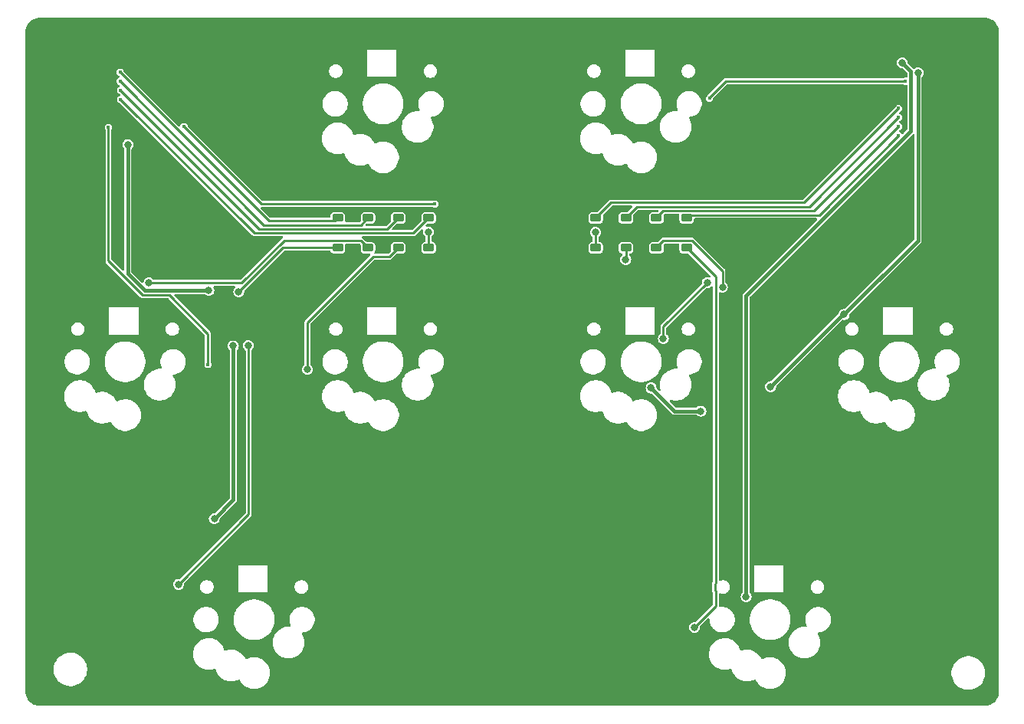
<source format=gtl>
G04 #@! TF.GenerationSoftware,KiCad,Pcbnew,8.0.1-8.0.1-1~ubuntu22.04.1*
G04 #@! TF.CreationDate,2024-05-03T20:10:14-07:00*
G04 #@! TF.ProjectId,Seismos_4-Rhythm,53656973-6d6f-4735-9f34-2d5268797468,rev?*
G04 #@! TF.SameCoordinates,Original*
G04 #@! TF.FileFunction,Copper,L1,Top*
G04 #@! TF.FilePolarity,Positive*
%FSLAX46Y46*%
G04 Gerber Fmt 4.6, Leading zero omitted, Abs format (unit mm)*
G04 Created by KiCad (PCBNEW 8.0.1-8.0.1-1~ubuntu22.04.1) date 2024-05-03 20:10:14*
%MOMM*%
%LPD*%
G01*
G04 APERTURE LIST*
G04 Aperture macros list*
%AMRoundRect*
0 Rectangle with rounded corners*
0 $1 Rounding radius*
0 $2 $3 $4 $5 $6 $7 $8 $9 X,Y pos of 4 corners*
0 Add a 4 corners polygon primitive as box body*
4,1,4,$2,$3,$4,$5,$6,$7,$8,$9,$2,$3,0*
0 Add four circle primitives for the rounded corners*
1,1,$1+$1,$2,$3*
1,1,$1+$1,$4,$5*
1,1,$1+$1,$6,$7*
1,1,$1+$1,$8,$9*
0 Add four rect primitives between the rounded corners*
20,1,$1+$1,$2,$3,$4,$5,0*
20,1,$1+$1,$4,$5,$6,$7,0*
20,1,$1+$1,$6,$7,$8,$9,0*
20,1,$1+$1,$8,$9,$2,$3,0*%
G04 Aperture macros list end*
G04 #@! TA.AperFunction,SMDPad,CuDef*
%ADD10RoundRect,0.225000X-0.375000X0.225000X-0.375000X-0.225000X0.375000X-0.225000X0.375000X0.225000X0*%
G04 #@! TD*
G04 #@! TA.AperFunction,ViaPad*
%ADD11C,0.800000*%
G04 #@! TD*
G04 #@! TA.AperFunction,ViaPad*
%ADD12C,0.400000*%
G04 #@! TD*
G04 #@! TA.AperFunction,Conductor*
%ADD13C,0.254000*%
G04 #@! TD*
G04 #@! TA.AperFunction,Conductor*
%ADD14C,0.381000*%
G04 #@! TD*
G04 APERTURE END LIST*
D10*
X111125000Y-47700000D03*
X111125000Y-44400000D03*
X89325000Y-47700000D03*
X89325000Y-44400000D03*
X92675000Y-47700000D03*
X92675000Y-44400000D03*
X82625000Y-47700000D03*
X82625000Y-44400000D03*
X121175000Y-47700000D03*
X121175000Y-44400000D03*
X114475000Y-47700000D03*
X114475000Y-44400000D03*
X117825000Y-47700000D03*
X117825000Y-44400000D03*
X85975000Y-47700000D03*
X85975000Y-44400000D03*
D11*
X144550000Y-30400000D03*
X146740500Y-28365633D03*
X117250000Y-63200000D03*
X122750000Y-65750000D03*
X138575000Y-55075000D03*
X130450000Y-63050000D03*
X118600000Y-57750000D03*
X123450000Y-51550000D03*
X145000000Y-27250000D03*
X127750000Y-86250000D03*
X122050000Y-89650000D03*
D12*
X123700000Y-31200000D03*
X145350000Y-29300000D03*
D11*
X125127000Y-52050000D03*
X114450000Y-49000000D03*
X111100000Y-46000000D03*
X81400000Y-55550000D03*
X85800000Y-39400000D03*
X65900000Y-58600000D03*
X52350000Y-58600000D03*
X83750000Y-29800000D03*
X61791032Y-51591032D03*
D12*
X68300000Y-60600000D03*
X57300000Y-34400000D03*
D11*
X59450000Y-36300000D03*
X69000000Y-77650000D03*
X68400000Y-52427000D03*
X71100000Y-58550000D03*
X65060000Y-84890000D03*
X72750000Y-58500000D03*
X71700000Y-52573000D03*
D12*
X93350000Y-42850000D03*
X65650000Y-34300000D03*
D11*
X79300000Y-61150000D03*
D12*
X144600000Y-32300000D03*
X144600000Y-33300000D03*
X144600000Y-34300000D03*
X144600000Y-35300000D03*
X58650000Y-31300000D03*
X58650000Y-30300000D03*
X58600000Y-29300000D03*
X58600000Y-28300000D03*
D11*
X92650000Y-45950000D03*
X102050000Y-77175000D03*
D13*
X125127000Y-52050000D02*
X125127000Y-50265120D01*
X125127000Y-50265120D02*
X121784880Y-46923000D01*
X121784880Y-46923000D02*
X118602000Y-46923000D01*
X118602000Y-46923000D02*
X117825000Y-47700000D01*
D14*
X138575000Y-55075000D02*
X146740500Y-46909500D01*
X146740500Y-46909500D02*
X146740500Y-28365633D01*
X138575000Y-55075000D02*
X138425000Y-55075000D01*
X138425000Y-55075000D02*
X130450000Y-63050000D01*
D13*
X145350000Y-29300000D02*
X125500000Y-29300000D01*
X123700000Y-31100000D02*
X123700000Y-31200000D01*
X125500000Y-29300000D02*
X123700000Y-31100000D01*
D14*
X145000000Y-27250000D02*
X145950000Y-28200000D01*
X145950000Y-34785094D02*
X127750000Y-52985094D01*
X145950000Y-28200000D02*
X145950000Y-34785094D01*
X127750000Y-52985094D02*
X127750000Y-86250000D01*
X117250000Y-63200000D02*
X119800000Y-65750000D01*
X119800000Y-65750000D02*
X122750000Y-65750000D01*
D13*
X118600000Y-56400000D02*
X118600000Y-57750000D01*
X123450000Y-51550000D02*
X118600000Y-56400000D01*
X122050000Y-89650000D02*
X124400000Y-87300000D01*
X124400000Y-87300000D02*
X124400000Y-85644465D01*
X124400000Y-85644465D02*
X124303000Y-85547465D01*
X124303000Y-85547465D02*
X124303000Y-84820935D01*
X124303000Y-84820935D02*
X124400000Y-84723935D01*
X124400000Y-84723935D02*
X124400000Y-50925000D01*
X124400000Y-50925000D02*
X121175000Y-47700000D01*
X114475000Y-48975000D02*
X114475000Y-47700000D01*
X114450000Y-49000000D02*
X114475000Y-48975000D01*
X111100000Y-47675000D02*
X111125000Y-47700000D01*
X111100000Y-46000000D02*
X111100000Y-47675000D01*
X57300000Y-34400000D02*
X57300000Y-49131856D01*
X57300000Y-49131856D02*
X61112644Y-52944500D01*
X61112644Y-52944500D02*
X64044500Y-52944500D01*
X64044500Y-52944500D02*
X68300000Y-57200000D01*
X68300000Y-57200000D02*
X68300000Y-60600000D01*
X61791032Y-51591032D02*
X72039916Y-51591032D01*
X72039916Y-51591032D02*
X76707948Y-46923000D01*
X85198000Y-46923000D02*
X85975000Y-47700000D01*
X76707948Y-46923000D02*
X85198000Y-46923000D01*
D14*
X68400000Y-52427000D02*
X61327000Y-52427000D01*
X61327000Y-52427000D02*
X59450000Y-50550000D01*
X59450000Y-50550000D02*
X59450000Y-36300000D01*
D13*
X93350000Y-42850000D02*
X74200000Y-42850000D01*
X74200000Y-42850000D02*
X65650000Y-34300000D01*
D14*
X69000000Y-77650000D02*
X71100000Y-75550000D01*
X71100000Y-75550000D02*
X71100000Y-58550000D01*
D13*
X65060000Y-84890000D02*
X72800000Y-77150000D01*
X72800000Y-77150000D02*
X72800000Y-58550000D01*
X72800000Y-58550000D02*
X72750000Y-58500000D01*
X71700000Y-52573000D02*
X76573000Y-47700000D01*
X76573000Y-47700000D02*
X82625000Y-47700000D01*
X79300000Y-61150000D02*
X79300000Y-55950000D01*
X88325000Y-48700000D02*
X89325000Y-47700000D01*
X79300000Y-55950000D02*
X86550000Y-48700000D01*
X86550000Y-48700000D02*
X88325000Y-48700000D01*
X92675000Y-44400000D02*
X90990000Y-46085000D01*
X90990000Y-46085000D02*
X73435000Y-46085000D01*
X73435000Y-46085000D02*
X58650000Y-31300000D01*
X89325000Y-44400000D02*
X88094000Y-45631000D01*
X88094000Y-45631000D02*
X73981000Y-45631000D01*
X73981000Y-45631000D02*
X58650000Y-30300000D01*
X85975000Y-44400000D02*
X85198000Y-45177000D01*
X85198000Y-45177000D02*
X74477000Y-45177000D01*
X74477000Y-45177000D02*
X58600000Y-29300000D01*
X82625000Y-44400000D02*
X82302000Y-44723000D01*
X82302000Y-44723000D02*
X75023000Y-44723000D01*
X75023000Y-44723000D02*
X58600000Y-28300000D01*
X117350000Y-42715000D02*
X134185000Y-42715000D01*
X134185000Y-42715000D02*
X144600000Y-32300000D01*
X111125000Y-44400000D02*
X112810000Y-42715000D01*
X112810000Y-42715000D02*
X117350000Y-42715000D01*
X121175000Y-44400000D02*
X121498000Y-44077000D01*
X121498000Y-44077000D02*
X135823000Y-44077000D01*
X135823000Y-44077000D02*
X144600000Y-35300000D01*
X144600000Y-33300000D02*
X134731000Y-43169000D01*
X134731000Y-43169000D02*
X115706000Y-43169000D01*
X115706000Y-43169000D02*
X114475000Y-44400000D01*
X144600000Y-34300000D02*
X135277000Y-43623000D01*
X135277000Y-43623000D02*
X118602000Y-43623000D01*
X118602000Y-43623000D02*
X117825000Y-44400000D01*
X92675000Y-45975000D02*
X92650000Y-45950000D01*
X92675000Y-47700000D02*
X92675000Y-45975000D01*
G04 #@! TA.AperFunction,Conductor*
G36*
X154151223Y-22300024D02*
G01*
X154153252Y-22300063D01*
X154259344Y-22302144D01*
X154276295Y-22303646D01*
X154491068Y-22337663D01*
X154509988Y-22342205D01*
X154715634Y-22409023D01*
X154733602Y-22416465D01*
X154926264Y-22514631D01*
X154942855Y-22524798D01*
X155117786Y-22651894D01*
X155132581Y-22664531D01*
X155285468Y-22817418D01*
X155298105Y-22832213D01*
X155425201Y-23007144D01*
X155435368Y-23023735D01*
X155533532Y-23216393D01*
X155540978Y-23234370D01*
X155607794Y-23440011D01*
X155612336Y-23458931D01*
X155646352Y-23673696D01*
X155647855Y-23690662D01*
X155649976Y-23798776D01*
X155650000Y-23801208D01*
X155650000Y-96798791D01*
X155649976Y-96801223D01*
X155647855Y-96909337D01*
X155646352Y-96926303D01*
X155612336Y-97141068D01*
X155607794Y-97159988D01*
X155540978Y-97365629D01*
X155533532Y-97383606D01*
X155435368Y-97576264D01*
X155425201Y-97592855D01*
X155298105Y-97767786D01*
X155285468Y-97782581D01*
X155132581Y-97935468D01*
X155117786Y-97948105D01*
X154942855Y-98075201D01*
X154926264Y-98085368D01*
X154733606Y-98183532D01*
X154715629Y-98190978D01*
X154509988Y-98257794D01*
X154491068Y-98262336D01*
X154276303Y-98296352D01*
X154259337Y-98297855D01*
X154151224Y-98299976D01*
X154148792Y-98300000D01*
X49651208Y-98300000D01*
X49648776Y-98299976D01*
X49540662Y-98297855D01*
X49523696Y-98296352D01*
X49308931Y-98262336D01*
X49290011Y-98257794D01*
X49084370Y-98190978D01*
X49066393Y-98183532D01*
X48873735Y-98085368D01*
X48857144Y-98075201D01*
X48682213Y-97948105D01*
X48667418Y-97935468D01*
X48514531Y-97782581D01*
X48501894Y-97767786D01*
X48374798Y-97592855D01*
X48364631Y-97576264D01*
X48266467Y-97383606D01*
X48259021Y-97365629D01*
X48192205Y-97159988D01*
X48187663Y-97141068D01*
X48153646Y-96926295D01*
X48152144Y-96909344D01*
X48150024Y-96801222D01*
X48150000Y-96798791D01*
X48150000Y-94421288D01*
X51249500Y-94421288D01*
X51281161Y-94661785D01*
X51343947Y-94896104D01*
X51408434Y-95051789D01*
X51436776Y-95120212D01*
X51558064Y-95330289D01*
X51558066Y-95330292D01*
X51558067Y-95330293D01*
X51705733Y-95522736D01*
X51705739Y-95522743D01*
X51877256Y-95694260D01*
X51877262Y-95694265D01*
X52069711Y-95841936D01*
X52279788Y-95963224D01*
X52503900Y-96056054D01*
X52738211Y-96118838D01*
X52918586Y-96142584D01*
X52978711Y-96150500D01*
X52978712Y-96150500D01*
X53221289Y-96150500D01*
X53269388Y-96144167D01*
X53461789Y-96118838D01*
X53696100Y-96056054D01*
X53920212Y-95963224D01*
X54130289Y-95841936D01*
X54322738Y-95694265D01*
X54494265Y-95522738D01*
X54641936Y-95330289D01*
X54763224Y-95120212D01*
X54856054Y-94896100D01*
X54918838Y-94661789D01*
X54950500Y-94421288D01*
X54950500Y-94178712D01*
X54918838Y-93938211D01*
X54856054Y-93703900D01*
X54763224Y-93479788D01*
X54641936Y-93269711D01*
X54556291Y-93158096D01*
X54494266Y-93077263D01*
X54494260Y-93077256D01*
X54322743Y-92905739D01*
X54322736Y-92905733D01*
X54130293Y-92758067D01*
X54130292Y-92758066D01*
X54130289Y-92758064D01*
X54055251Y-92714741D01*
X66649500Y-92714741D01*
X66674446Y-92904215D01*
X66679452Y-92942238D01*
X66728866Y-93126654D01*
X66738842Y-93163887D01*
X66826650Y-93375876D01*
X66826657Y-93375890D01*
X66941392Y-93574617D01*
X67081081Y-93756661D01*
X67081089Y-93756670D01*
X67243330Y-93918911D01*
X67243338Y-93918918D01*
X67425382Y-94058607D01*
X67425385Y-94058608D01*
X67425388Y-94058611D01*
X67624112Y-94173344D01*
X67624117Y-94173346D01*
X67624123Y-94173349D01*
X67637071Y-94178712D01*
X67836113Y-94261158D01*
X68057762Y-94320548D01*
X68285266Y-94350500D01*
X68285273Y-94350500D01*
X68514727Y-94350500D01*
X68514734Y-94350500D01*
X68742238Y-94320548D01*
X68963887Y-94261158D01*
X69000667Y-94245922D01*
X69070134Y-94238453D01*
X69132614Y-94269726D01*
X69167894Y-94328388D01*
X69175767Y-94357770D01*
X69198843Y-94443889D01*
X69286650Y-94655876D01*
X69286657Y-94655890D01*
X69290063Y-94661789D01*
X69378365Y-94814734D01*
X69401392Y-94854617D01*
X69541081Y-95036661D01*
X69541089Y-95036670D01*
X69703330Y-95198911D01*
X69703338Y-95198918D01*
X69885382Y-95338607D01*
X69885385Y-95338608D01*
X69885388Y-95338611D01*
X70084112Y-95453344D01*
X70084117Y-95453346D01*
X70084123Y-95453349D01*
X70157547Y-95483762D01*
X70296113Y-95541158D01*
X70517762Y-95600548D01*
X70745266Y-95630500D01*
X70745273Y-95630500D01*
X70974727Y-95630500D01*
X70974734Y-95630500D01*
X71202238Y-95600548D01*
X71423887Y-95541158D01*
X71590538Y-95472128D01*
X71635879Y-95453348D01*
X71635881Y-95453346D01*
X71635888Y-95453344D01*
X71661813Y-95438375D01*
X71729713Y-95421902D01*
X71795740Y-95444753D01*
X71831202Y-95483762D01*
X71915920Y-95630499D01*
X71941392Y-95674617D01*
X72081081Y-95856661D01*
X72081089Y-95856670D01*
X72243330Y-96018911D01*
X72243338Y-96018918D01*
X72425382Y-96158607D01*
X72425385Y-96158608D01*
X72425388Y-96158611D01*
X72624112Y-96273344D01*
X72624117Y-96273346D01*
X72624123Y-96273349D01*
X72715480Y-96311190D01*
X72836113Y-96361158D01*
X73057762Y-96420548D01*
X73285266Y-96450500D01*
X73285273Y-96450500D01*
X73514727Y-96450500D01*
X73514734Y-96450500D01*
X73742238Y-96420548D01*
X73963887Y-96361158D01*
X74175888Y-96273344D01*
X74374612Y-96158611D01*
X74556661Y-96018919D01*
X74556665Y-96018914D01*
X74556670Y-96018911D01*
X74718911Y-95856670D01*
X74718914Y-95856665D01*
X74718919Y-95856661D01*
X74858611Y-95674612D01*
X74973344Y-95475888D01*
X75061158Y-95263887D01*
X75120548Y-95042238D01*
X75150500Y-94814734D01*
X75150500Y-94585266D01*
X75120548Y-94357762D01*
X75061158Y-94136113D01*
X75011190Y-94015480D01*
X74973349Y-93924123D01*
X74973346Y-93924117D01*
X74973344Y-93924112D01*
X74858611Y-93725388D01*
X74858608Y-93725385D01*
X74858607Y-93725382D01*
X74718918Y-93543338D01*
X74718911Y-93543330D01*
X74556670Y-93381089D01*
X74556661Y-93381081D01*
X74374617Y-93241392D01*
X74175890Y-93126657D01*
X74175876Y-93126650D01*
X73963887Y-93038842D01*
X73918859Y-93026777D01*
X73742238Y-92979452D01*
X73704215Y-92974446D01*
X73514741Y-92949500D01*
X73514734Y-92949500D01*
X73285266Y-92949500D01*
X73285258Y-92949500D01*
X73068715Y-92978009D01*
X73057762Y-92979452D01*
X72976757Y-93001157D01*
X72836112Y-93038842D01*
X72624123Y-93126650D01*
X72624115Y-93126654D01*
X72598180Y-93141627D01*
X72530279Y-93158096D01*
X72464253Y-93135242D01*
X72428797Y-93096237D01*
X72425485Y-93090500D01*
X72318611Y-92905388D01*
X72318608Y-92905385D01*
X72318607Y-92905382D01*
X72178918Y-92723338D01*
X72178911Y-92723330D01*
X72016670Y-92561089D01*
X72016661Y-92561081D01*
X71834617Y-92421392D01*
X71635890Y-92306657D01*
X71635876Y-92306650D01*
X71423887Y-92218842D01*
X71391888Y-92210268D01*
X71202238Y-92159452D01*
X71164215Y-92154446D01*
X70974741Y-92129500D01*
X70974734Y-92129500D01*
X70745266Y-92129500D01*
X70745258Y-92129500D01*
X70528715Y-92158009D01*
X70517762Y-92159452D01*
X70328112Y-92210268D01*
X70296113Y-92218842D01*
X70296104Y-92218845D01*
X70259330Y-92234077D01*
X70189860Y-92241544D01*
X70127381Y-92210268D01*
X70092104Y-92151608D01*
X70061158Y-92036113D01*
X69973344Y-91824112D01*
X69858611Y-91625388D01*
X69858608Y-91625385D01*
X69858607Y-91625382D01*
X69727668Y-91454741D01*
X75459500Y-91454741D01*
X75481967Y-91625382D01*
X75489452Y-91682238D01*
X75489453Y-91682240D01*
X75548842Y-91903887D01*
X75636650Y-92115876D01*
X75636656Y-92115888D01*
X75737072Y-92289815D01*
X75751392Y-92314617D01*
X75891081Y-92496661D01*
X75891089Y-92496670D01*
X76053330Y-92658911D01*
X76053338Y-92658918D01*
X76235382Y-92798607D01*
X76235385Y-92798608D01*
X76235388Y-92798611D01*
X76434112Y-92913344D01*
X76434117Y-92913346D01*
X76434123Y-92913349D01*
X76503846Y-92942229D01*
X76646113Y-93001158D01*
X76867762Y-93060548D01*
X77095266Y-93090500D01*
X77095273Y-93090500D01*
X77324727Y-93090500D01*
X77324734Y-93090500D01*
X77552238Y-93060548D01*
X77773887Y-93001158D01*
X77985888Y-92913344D01*
X78184612Y-92798611D01*
X78293913Y-92714741D01*
X123649500Y-92714741D01*
X123674446Y-92904215D01*
X123679452Y-92942238D01*
X123728866Y-93126654D01*
X123738842Y-93163887D01*
X123826650Y-93375876D01*
X123826657Y-93375890D01*
X123941392Y-93574617D01*
X124081081Y-93756661D01*
X124081089Y-93756670D01*
X124243330Y-93918911D01*
X124243338Y-93918918D01*
X124425382Y-94058607D01*
X124425385Y-94058608D01*
X124425388Y-94058611D01*
X124624112Y-94173344D01*
X124624117Y-94173346D01*
X124624123Y-94173349D01*
X124637071Y-94178712D01*
X124836113Y-94261158D01*
X125057762Y-94320548D01*
X125285266Y-94350500D01*
X125285273Y-94350500D01*
X125514727Y-94350500D01*
X125514734Y-94350500D01*
X125742238Y-94320548D01*
X125963887Y-94261158D01*
X126000667Y-94245922D01*
X126070134Y-94238453D01*
X126132614Y-94269726D01*
X126167894Y-94328388D01*
X126175767Y-94357770D01*
X126198843Y-94443889D01*
X126286650Y-94655876D01*
X126286657Y-94655890D01*
X126290063Y-94661789D01*
X126378365Y-94814734D01*
X126401392Y-94854617D01*
X126541081Y-95036661D01*
X126541089Y-95036670D01*
X126703330Y-95198911D01*
X126703338Y-95198918D01*
X126885382Y-95338607D01*
X126885385Y-95338608D01*
X126885388Y-95338611D01*
X127084112Y-95453344D01*
X127084117Y-95453346D01*
X127084123Y-95453349D01*
X127157547Y-95483762D01*
X127296113Y-95541158D01*
X127517762Y-95600548D01*
X127745266Y-95630500D01*
X127745273Y-95630500D01*
X127974727Y-95630500D01*
X127974734Y-95630500D01*
X128202238Y-95600548D01*
X128423887Y-95541158D01*
X128590538Y-95472128D01*
X128635879Y-95453348D01*
X128635881Y-95453346D01*
X128635888Y-95453344D01*
X128661813Y-95438375D01*
X128729713Y-95421902D01*
X128795740Y-95444753D01*
X128831202Y-95483762D01*
X128915920Y-95630499D01*
X128941392Y-95674617D01*
X129081081Y-95856661D01*
X129081089Y-95856670D01*
X129243330Y-96018911D01*
X129243338Y-96018918D01*
X129425382Y-96158607D01*
X129425385Y-96158608D01*
X129425388Y-96158611D01*
X129624112Y-96273344D01*
X129624117Y-96273346D01*
X129624123Y-96273349D01*
X129715480Y-96311190D01*
X129836113Y-96361158D01*
X130057762Y-96420548D01*
X130285266Y-96450500D01*
X130285273Y-96450500D01*
X130514727Y-96450500D01*
X130514734Y-96450500D01*
X130742238Y-96420548D01*
X130963887Y-96361158D01*
X131175888Y-96273344D01*
X131374612Y-96158611D01*
X131556661Y-96018919D01*
X131556665Y-96018914D01*
X131556670Y-96018911D01*
X131718911Y-95856670D01*
X131718914Y-95856665D01*
X131718919Y-95856661D01*
X131858611Y-95674612D01*
X131973344Y-95475888D01*
X132061158Y-95263887D01*
X132120548Y-95042238D01*
X132150500Y-94814734D01*
X132150500Y-94811288D01*
X150439500Y-94811288D01*
X150471161Y-95051785D01*
X150533947Y-95286104D01*
X150612559Y-95475890D01*
X150626776Y-95510212D01*
X150748064Y-95720289D01*
X150748066Y-95720292D01*
X150748067Y-95720293D01*
X150895733Y-95912736D01*
X150895739Y-95912743D01*
X151067256Y-96084260D01*
X151067263Y-96084266D01*
X151153581Y-96150500D01*
X151259711Y-96231936D01*
X151469788Y-96353224D01*
X151693900Y-96446054D01*
X151928211Y-96508838D01*
X152108586Y-96532584D01*
X152168711Y-96540500D01*
X152168712Y-96540500D01*
X152411289Y-96540500D01*
X152459388Y-96534167D01*
X152651789Y-96508838D01*
X152886100Y-96446054D01*
X153110212Y-96353224D01*
X153320289Y-96231936D01*
X153512738Y-96084265D01*
X153684265Y-95912738D01*
X153831936Y-95720289D01*
X153953224Y-95510212D01*
X154046054Y-95286100D01*
X154108838Y-95051789D01*
X154140500Y-94811288D01*
X154140500Y-94568712D01*
X154108838Y-94328211D01*
X154046054Y-94093900D01*
X153953224Y-93869788D01*
X153831936Y-93659711D01*
X153684265Y-93467262D01*
X153684260Y-93467256D01*
X153512743Y-93295739D01*
X153512736Y-93295733D01*
X153320293Y-93148067D01*
X153320292Y-93148066D01*
X153320289Y-93148064D01*
X153110212Y-93026776D01*
X153048365Y-93001158D01*
X152886104Y-92933947D01*
X152651785Y-92871161D01*
X152411289Y-92839500D01*
X152411288Y-92839500D01*
X152168712Y-92839500D01*
X152168711Y-92839500D01*
X151928214Y-92871161D01*
X151693895Y-92933947D01*
X151469794Y-93026773D01*
X151469785Y-93026777D01*
X151259706Y-93148067D01*
X151067263Y-93295733D01*
X151067256Y-93295739D01*
X150895739Y-93467256D01*
X150895733Y-93467263D01*
X150748067Y-93659706D01*
X150626777Y-93869785D01*
X150626773Y-93869794D01*
X150533947Y-94093895D01*
X150471161Y-94328214D01*
X150439500Y-94568711D01*
X150439500Y-94811288D01*
X132150500Y-94811288D01*
X132150500Y-94585266D01*
X132120548Y-94357762D01*
X132061158Y-94136113D01*
X132011190Y-94015480D01*
X131973349Y-93924123D01*
X131973346Y-93924117D01*
X131973344Y-93924112D01*
X131858611Y-93725388D01*
X131858608Y-93725385D01*
X131858607Y-93725382D01*
X131718918Y-93543338D01*
X131718911Y-93543330D01*
X131556670Y-93381089D01*
X131556661Y-93381081D01*
X131374617Y-93241392D01*
X131175890Y-93126657D01*
X131175876Y-93126650D01*
X130963887Y-93038842D01*
X130918859Y-93026777D01*
X130742238Y-92979452D01*
X130704215Y-92974446D01*
X130514741Y-92949500D01*
X130514734Y-92949500D01*
X130285266Y-92949500D01*
X130285258Y-92949500D01*
X130068715Y-92978009D01*
X130057762Y-92979452D01*
X129976757Y-93001157D01*
X129836112Y-93038842D01*
X129624123Y-93126650D01*
X129624115Y-93126654D01*
X129598180Y-93141627D01*
X129530279Y-93158096D01*
X129464253Y-93135242D01*
X129428797Y-93096237D01*
X129425485Y-93090500D01*
X129318611Y-92905388D01*
X129318608Y-92905385D01*
X129318607Y-92905382D01*
X129178918Y-92723338D01*
X129178911Y-92723330D01*
X129016670Y-92561089D01*
X129016661Y-92561081D01*
X128834617Y-92421392D01*
X128635890Y-92306657D01*
X128635876Y-92306650D01*
X128423887Y-92218842D01*
X128391888Y-92210268D01*
X128202238Y-92159452D01*
X128164215Y-92154446D01*
X127974741Y-92129500D01*
X127974734Y-92129500D01*
X127745266Y-92129500D01*
X127745258Y-92129500D01*
X127528715Y-92158009D01*
X127517762Y-92159452D01*
X127328112Y-92210268D01*
X127296113Y-92218842D01*
X127296104Y-92218845D01*
X127259330Y-92234077D01*
X127189860Y-92241544D01*
X127127381Y-92210268D01*
X127092104Y-92151608D01*
X127061158Y-92036113D01*
X126973344Y-91824112D01*
X126858611Y-91625388D01*
X126858608Y-91625385D01*
X126858607Y-91625382D01*
X126727668Y-91454741D01*
X132459500Y-91454741D01*
X132481967Y-91625382D01*
X132489452Y-91682238D01*
X132489453Y-91682240D01*
X132548842Y-91903887D01*
X132636650Y-92115876D01*
X132636656Y-92115888D01*
X132737072Y-92289815D01*
X132751392Y-92314617D01*
X132891081Y-92496661D01*
X132891089Y-92496670D01*
X133053330Y-92658911D01*
X133053338Y-92658918D01*
X133235382Y-92798607D01*
X133235385Y-92798608D01*
X133235388Y-92798611D01*
X133434112Y-92913344D01*
X133434117Y-92913346D01*
X133434123Y-92913349D01*
X133503846Y-92942229D01*
X133646113Y-93001158D01*
X133867762Y-93060548D01*
X134095266Y-93090500D01*
X134095273Y-93090500D01*
X134324727Y-93090500D01*
X134324734Y-93090500D01*
X134552238Y-93060548D01*
X134773887Y-93001158D01*
X134985888Y-92913344D01*
X135184612Y-92798611D01*
X135366661Y-92658919D01*
X135366665Y-92658914D01*
X135366670Y-92658911D01*
X135528911Y-92496670D01*
X135528914Y-92496665D01*
X135528919Y-92496661D01*
X135668611Y-92314612D01*
X135783344Y-92115888D01*
X135871158Y-91903887D01*
X135930548Y-91682238D01*
X135960500Y-91454734D01*
X135960500Y-91225266D01*
X135930548Y-90997762D01*
X135871158Y-90776113D01*
X135783344Y-90564112D01*
X135743812Y-90495641D01*
X135680800Y-90386500D01*
X135664327Y-90318600D01*
X135687180Y-90252573D01*
X135742101Y-90209382D01*
X135788187Y-90200500D01*
X135810221Y-90200500D01*
X135810222Y-90200500D01*
X136027951Y-90166015D01*
X136237606Y-90097895D01*
X136434022Y-89997815D01*
X136612365Y-89868242D01*
X136768242Y-89712365D01*
X136897815Y-89534022D01*
X136997895Y-89337606D01*
X137066015Y-89127951D01*
X137100500Y-88910222D01*
X137100500Y-88689778D01*
X137066015Y-88472049D01*
X136997895Y-88262394D01*
X136997895Y-88262393D01*
X136902436Y-88075048D01*
X136897815Y-88065978D01*
X136881260Y-88043192D01*
X136768247Y-87887641D01*
X136768243Y-87887636D01*
X136612363Y-87731756D01*
X136612358Y-87731752D01*
X136434025Y-87602187D01*
X136434024Y-87602186D01*
X136434022Y-87602185D01*
X136371096Y-87570122D01*
X136237606Y-87502104D01*
X136237603Y-87502103D01*
X136027952Y-87433985D01*
X135872557Y-87409373D01*
X135810222Y-87399500D01*
X135589778Y-87399500D01*
X135527443Y-87409373D01*
X135372047Y-87433985D01*
X135162396Y-87502103D01*
X135162393Y-87502104D01*
X134965974Y-87602187D01*
X134787641Y-87731752D01*
X134787636Y-87731756D01*
X134631756Y-87887636D01*
X134631752Y-87887641D01*
X134502187Y-88065974D01*
X134402104Y-88262393D01*
X134402103Y-88262396D01*
X134333985Y-88472047D01*
X134299500Y-88689778D01*
X134299500Y-88910221D01*
X134333985Y-89127952D01*
X134402103Y-89337603D01*
X134402106Y-89337611D01*
X134438586Y-89409204D01*
X134451483Y-89477874D01*
X134425207Y-89542614D01*
X134368101Y-89582872D01*
X134328102Y-89589500D01*
X134095258Y-89589500D01*
X133878715Y-89618009D01*
X133867762Y-89619452D01*
X133852845Y-89623449D01*
X133646112Y-89678842D01*
X133434123Y-89766650D01*
X133434109Y-89766657D01*
X133235382Y-89881392D01*
X133053338Y-90021081D01*
X132891081Y-90183338D01*
X132751392Y-90365382D01*
X132636657Y-90564109D01*
X132636650Y-90564123D01*
X132548842Y-90776112D01*
X132489453Y-90997759D01*
X132489451Y-90997770D01*
X132459500Y-91225258D01*
X132459500Y-91454741D01*
X126727668Y-91454741D01*
X126718918Y-91443338D01*
X126718911Y-91443330D01*
X126556670Y-91281089D01*
X126556661Y-91281081D01*
X126374617Y-91141392D01*
X126175890Y-91026657D01*
X126175876Y-91026650D01*
X125963887Y-90938842D01*
X125951918Y-90935635D01*
X125742238Y-90879452D01*
X125704215Y-90874446D01*
X125514741Y-90849500D01*
X125514734Y-90849500D01*
X125285266Y-90849500D01*
X125285258Y-90849500D01*
X125068715Y-90878009D01*
X125057762Y-90879452D01*
X124964076Y-90904554D01*
X124836112Y-90938842D01*
X124624123Y-91026650D01*
X124624109Y-91026657D01*
X124425382Y-91141392D01*
X124243338Y-91281081D01*
X124081081Y-91443338D01*
X123941392Y-91625382D01*
X123826657Y-91824109D01*
X123826650Y-91824123D01*
X123738842Y-92036112D01*
X123717466Y-92115890D01*
X123689881Y-92218842D01*
X123679453Y-92257759D01*
X123679451Y-92257770D01*
X123649500Y-92485258D01*
X123649500Y-92714741D01*
X78293913Y-92714741D01*
X78366661Y-92658919D01*
X78366665Y-92658914D01*
X78366670Y-92658911D01*
X78528911Y-92496670D01*
X78528914Y-92496665D01*
X78528919Y-92496661D01*
X78668611Y-92314612D01*
X78783344Y-92115888D01*
X78871158Y-91903887D01*
X78930548Y-91682238D01*
X78960500Y-91454734D01*
X78960500Y-91225266D01*
X78930548Y-90997762D01*
X78871158Y-90776113D01*
X78783344Y-90564112D01*
X78743812Y-90495641D01*
X78680800Y-90386500D01*
X78664327Y-90318600D01*
X78687180Y-90252573D01*
X78742101Y-90209382D01*
X78788187Y-90200500D01*
X78810221Y-90200500D01*
X78810222Y-90200500D01*
X79027951Y-90166015D01*
X79237606Y-90097895D01*
X79434022Y-89997815D01*
X79612365Y-89868242D01*
X79768242Y-89712365D01*
X79897815Y-89534022D01*
X79997895Y-89337606D01*
X80066015Y-89127951D01*
X80100500Y-88910222D01*
X80100500Y-88689778D01*
X80066015Y-88472049D01*
X79997895Y-88262394D01*
X79997895Y-88262393D01*
X79902436Y-88075048D01*
X79897815Y-88065978D01*
X79881260Y-88043192D01*
X79768247Y-87887641D01*
X79768243Y-87887636D01*
X79612363Y-87731756D01*
X79612358Y-87731752D01*
X79434025Y-87602187D01*
X79434024Y-87602186D01*
X79434022Y-87602185D01*
X79371096Y-87570122D01*
X79237606Y-87502104D01*
X79237603Y-87502103D01*
X79027952Y-87433985D01*
X78872557Y-87409373D01*
X78810222Y-87399500D01*
X78589778Y-87399500D01*
X78527443Y-87409373D01*
X78372047Y-87433985D01*
X78162396Y-87502103D01*
X78162393Y-87502104D01*
X77965974Y-87602187D01*
X77787641Y-87731752D01*
X77787636Y-87731756D01*
X77631756Y-87887636D01*
X77631752Y-87887641D01*
X77502187Y-88065974D01*
X77402104Y-88262393D01*
X77402103Y-88262396D01*
X77333985Y-88472047D01*
X77299500Y-88689778D01*
X77299500Y-88910221D01*
X77333985Y-89127952D01*
X77402103Y-89337603D01*
X77402106Y-89337611D01*
X77438586Y-89409204D01*
X77451483Y-89477874D01*
X77425207Y-89542614D01*
X77368101Y-89582872D01*
X77328102Y-89589500D01*
X77095258Y-89589500D01*
X76878715Y-89618009D01*
X76867762Y-89619452D01*
X76852845Y-89623449D01*
X76646112Y-89678842D01*
X76434123Y-89766650D01*
X76434109Y-89766657D01*
X76235382Y-89881392D01*
X76053338Y-90021081D01*
X75891081Y-90183338D01*
X75751392Y-90365382D01*
X75636657Y-90564109D01*
X75636650Y-90564123D01*
X75548842Y-90776112D01*
X75489453Y-90997759D01*
X75489451Y-90997770D01*
X75459500Y-91225258D01*
X75459500Y-91454741D01*
X69727668Y-91454741D01*
X69718918Y-91443338D01*
X69718911Y-91443330D01*
X69556670Y-91281089D01*
X69556661Y-91281081D01*
X69374617Y-91141392D01*
X69175890Y-91026657D01*
X69175876Y-91026650D01*
X68963887Y-90938842D01*
X68951918Y-90935635D01*
X68742238Y-90879452D01*
X68704215Y-90874446D01*
X68514741Y-90849500D01*
X68514734Y-90849500D01*
X68285266Y-90849500D01*
X68285258Y-90849500D01*
X68068715Y-90878009D01*
X68057762Y-90879452D01*
X67964076Y-90904554D01*
X67836112Y-90938842D01*
X67624123Y-91026650D01*
X67624109Y-91026657D01*
X67425382Y-91141392D01*
X67243338Y-91281081D01*
X67081081Y-91443338D01*
X66941392Y-91625382D01*
X66826657Y-91824109D01*
X66826650Y-91824123D01*
X66738842Y-92036112D01*
X66717466Y-92115890D01*
X66689881Y-92218842D01*
X66679453Y-92257759D01*
X66679451Y-92257770D01*
X66649500Y-92485258D01*
X66649500Y-92714741D01*
X54055251Y-92714741D01*
X53920212Y-92636776D01*
X53920205Y-92636773D01*
X53696104Y-92543947D01*
X53519665Y-92496670D01*
X53461789Y-92481162D01*
X53461788Y-92481161D01*
X53461785Y-92481161D01*
X53221289Y-92449500D01*
X53221288Y-92449500D01*
X52978712Y-92449500D01*
X52978711Y-92449500D01*
X52738214Y-92481161D01*
X52503895Y-92543947D01*
X52279794Y-92636773D01*
X52279785Y-92636777D01*
X52069706Y-92758067D01*
X51877263Y-92905733D01*
X51877256Y-92905739D01*
X51705739Y-93077256D01*
X51705733Y-93077263D01*
X51558067Y-93269706D01*
X51436777Y-93479785D01*
X51436773Y-93479794D01*
X51343947Y-93703895D01*
X51281161Y-93938214D01*
X51249500Y-94178711D01*
X51249500Y-94421288D01*
X48150000Y-94421288D01*
X48150000Y-88910221D01*
X66699500Y-88910221D01*
X66733985Y-89127952D01*
X66802103Y-89337603D01*
X66802104Y-89337606D01*
X66838586Y-89409204D01*
X66897568Y-89524961D01*
X66902187Y-89534025D01*
X67031752Y-89712358D01*
X67031756Y-89712363D01*
X67187636Y-89868243D01*
X67187641Y-89868247D01*
X67304073Y-89952839D01*
X67365978Y-89997815D01*
X67474270Y-90052993D01*
X67562393Y-90097895D01*
X67562396Y-90097896D01*
X67667221Y-90131955D01*
X67772049Y-90166015D01*
X67989778Y-90200500D01*
X67989779Y-90200500D01*
X68210221Y-90200500D01*
X68210222Y-90200500D01*
X68427951Y-90166015D01*
X68637606Y-90097895D01*
X68834022Y-89997815D01*
X69012365Y-89868242D01*
X69168242Y-89712365D01*
X69297815Y-89534022D01*
X69397895Y-89337606D01*
X69466015Y-89127951D01*
X69494594Y-88947513D01*
X71149500Y-88947513D01*
X71172929Y-89125464D01*
X71188007Y-89239993D01*
X71264361Y-89524951D01*
X71264364Y-89524961D01*
X71377254Y-89797500D01*
X71377258Y-89797510D01*
X71524761Y-90052993D01*
X71704352Y-90287040D01*
X71704358Y-90287047D01*
X71912952Y-90495641D01*
X71912959Y-90495647D01*
X72147006Y-90675238D01*
X72402489Y-90822741D01*
X72402490Y-90822741D01*
X72402493Y-90822743D01*
X72675048Y-90935639D01*
X72960007Y-91011993D01*
X73252494Y-91050500D01*
X73252501Y-91050500D01*
X73547499Y-91050500D01*
X73547506Y-91050500D01*
X73839993Y-91011993D01*
X74124952Y-90935639D01*
X74397507Y-90822743D01*
X74652994Y-90675238D01*
X74887042Y-90495646D01*
X75095646Y-90287042D01*
X75275238Y-90052994D01*
X75422743Y-89797507D01*
X75535639Y-89524952D01*
X75611993Y-89239993D01*
X75650500Y-88947506D01*
X75650500Y-88652494D01*
X75611993Y-88360007D01*
X75535639Y-88075048D01*
X75531880Y-88065974D01*
X75422745Y-87802499D01*
X75422741Y-87802489D01*
X75275238Y-87547006D01*
X75095647Y-87312959D01*
X75095641Y-87312952D01*
X74887047Y-87104358D01*
X74887040Y-87104352D01*
X74652993Y-86924761D01*
X74397510Y-86777258D01*
X74397500Y-86777254D01*
X74124961Y-86664364D01*
X74124954Y-86664362D01*
X74124952Y-86664361D01*
X73839993Y-86588007D01*
X73791113Y-86581571D01*
X73547513Y-86549500D01*
X73547506Y-86549500D01*
X73252494Y-86549500D01*
X73252486Y-86549500D01*
X72974085Y-86586153D01*
X72960007Y-86588007D01*
X72675048Y-86664361D01*
X72675038Y-86664364D01*
X72402499Y-86777254D01*
X72402489Y-86777258D01*
X72147006Y-86924761D01*
X71912959Y-87104352D01*
X71912952Y-87104358D01*
X71704358Y-87312952D01*
X71704352Y-87312959D01*
X71524761Y-87547006D01*
X71377258Y-87802489D01*
X71377254Y-87802499D01*
X71264364Y-88075038D01*
X71264361Y-88075048D01*
X71214163Y-88262393D01*
X71188008Y-88360004D01*
X71188006Y-88360015D01*
X71149500Y-88652486D01*
X71149500Y-88947513D01*
X69494594Y-88947513D01*
X69500500Y-88910222D01*
X69500500Y-88689778D01*
X69466015Y-88472049D01*
X69397895Y-88262394D01*
X69397895Y-88262393D01*
X69302436Y-88075048D01*
X69297815Y-88065978D01*
X69281260Y-88043192D01*
X69168247Y-87887641D01*
X69168243Y-87887636D01*
X69012363Y-87731756D01*
X69012358Y-87731752D01*
X68834025Y-87602187D01*
X68834024Y-87602186D01*
X68834022Y-87602185D01*
X68771096Y-87570122D01*
X68637606Y-87502104D01*
X68637603Y-87502103D01*
X68427952Y-87433985D01*
X68272557Y-87409373D01*
X68210222Y-87399500D01*
X67989778Y-87399500D01*
X67927443Y-87409373D01*
X67772047Y-87433985D01*
X67562396Y-87502103D01*
X67562393Y-87502104D01*
X67365974Y-87602187D01*
X67187641Y-87731752D01*
X67187636Y-87731756D01*
X67031756Y-87887636D01*
X67031752Y-87887641D01*
X66902187Y-88065974D01*
X66802104Y-88262393D01*
X66802103Y-88262396D01*
X66733985Y-88472047D01*
X66699500Y-88689778D01*
X66699500Y-88910221D01*
X48150000Y-88910221D01*
X48150000Y-84890001D01*
X64454318Y-84890001D01*
X64474955Y-85046760D01*
X64474956Y-85046762D01*
X64535464Y-85192841D01*
X64631718Y-85318282D01*
X64757159Y-85414536D01*
X64903238Y-85475044D01*
X64981619Y-85485363D01*
X65059999Y-85495682D01*
X65060000Y-85495682D01*
X65060001Y-85495682D01*
X65112254Y-85488802D01*
X65216762Y-85475044D01*
X65362841Y-85414536D01*
X65488282Y-85318282D01*
X65534446Y-85258120D01*
X67429499Y-85258120D01*
X67458340Y-85403107D01*
X67458343Y-85403117D01*
X67514912Y-85539688D01*
X67514919Y-85539701D01*
X67597048Y-85662615D01*
X67597051Y-85662619D01*
X67701580Y-85767148D01*
X67701584Y-85767151D01*
X67824498Y-85849280D01*
X67824511Y-85849287D01*
X67898952Y-85880121D01*
X67961087Y-85905858D01*
X67961091Y-85905858D01*
X67961092Y-85905859D01*
X68106079Y-85934700D01*
X68106082Y-85934700D01*
X68253920Y-85934700D01*
X68351462Y-85915296D01*
X68398913Y-85905858D01*
X68535495Y-85849284D01*
X68658416Y-85767151D01*
X68762951Y-85662616D01*
X68845084Y-85539695D01*
X68901658Y-85403113D01*
X68930500Y-85258118D01*
X68930500Y-85110282D01*
X68930500Y-85110279D01*
X68901659Y-84965292D01*
X68901658Y-84965291D01*
X68901658Y-84965287D01*
X68870473Y-84889999D01*
X68845087Y-84828711D01*
X68845080Y-84828698D01*
X68762951Y-84705784D01*
X68762948Y-84705780D01*
X68658419Y-84601251D01*
X68658415Y-84601248D01*
X68535501Y-84519119D01*
X68535488Y-84519112D01*
X68398917Y-84462543D01*
X68398907Y-84462540D01*
X68253920Y-84433700D01*
X68253918Y-84433700D01*
X68106082Y-84433700D01*
X68106080Y-84433700D01*
X67961092Y-84462540D01*
X67961082Y-84462543D01*
X67824511Y-84519112D01*
X67824498Y-84519119D01*
X67701584Y-84601248D01*
X67701580Y-84601251D01*
X67597051Y-84705780D01*
X67597048Y-84705784D01*
X67514919Y-84828698D01*
X67514912Y-84828711D01*
X67458343Y-84965282D01*
X67458340Y-84965292D01*
X67429500Y-85110279D01*
X67429500Y-85110282D01*
X67429500Y-85258118D01*
X67429500Y-85258120D01*
X67429499Y-85258120D01*
X65534446Y-85258120D01*
X65584536Y-85192841D01*
X65645044Y-85046762D01*
X65665682Y-84890000D01*
X65657082Y-84824680D01*
X65667847Y-84755645D01*
X65692337Y-84720816D01*
X67604554Y-82808600D01*
X71638000Y-82808600D01*
X71638000Y-85795400D01*
X74878000Y-85795400D01*
X74878000Y-85258120D01*
X77869499Y-85258120D01*
X77898340Y-85403107D01*
X77898343Y-85403117D01*
X77954912Y-85539688D01*
X77954919Y-85539701D01*
X78037048Y-85662615D01*
X78037051Y-85662619D01*
X78141580Y-85767148D01*
X78141584Y-85767151D01*
X78264498Y-85849280D01*
X78264511Y-85849287D01*
X78338952Y-85880121D01*
X78401087Y-85905858D01*
X78401091Y-85905858D01*
X78401092Y-85905859D01*
X78546079Y-85934700D01*
X78546082Y-85934700D01*
X78693920Y-85934700D01*
X78791462Y-85915296D01*
X78838913Y-85905858D01*
X78975495Y-85849284D01*
X79098416Y-85767151D01*
X79202951Y-85662616D01*
X79285084Y-85539695D01*
X79341658Y-85403113D01*
X79370500Y-85258118D01*
X79370500Y-85110282D01*
X79370500Y-85110279D01*
X79341659Y-84965292D01*
X79341658Y-84965291D01*
X79341658Y-84965287D01*
X79310473Y-84889999D01*
X79285087Y-84828711D01*
X79285080Y-84828698D01*
X79202951Y-84705784D01*
X79202948Y-84705780D01*
X79098419Y-84601251D01*
X79098415Y-84601248D01*
X78975501Y-84519119D01*
X78975488Y-84519112D01*
X78838917Y-84462543D01*
X78838907Y-84462540D01*
X78693920Y-84433700D01*
X78693918Y-84433700D01*
X78546082Y-84433700D01*
X78546080Y-84433700D01*
X78401092Y-84462540D01*
X78401082Y-84462543D01*
X78264511Y-84519112D01*
X78264498Y-84519119D01*
X78141584Y-84601248D01*
X78141580Y-84601251D01*
X78037051Y-84705780D01*
X78037048Y-84705784D01*
X77954919Y-84828698D01*
X77954912Y-84828711D01*
X77898343Y-84965282D01*
X77898340Y-84965292D01*
X77869500Y-85110279D01*
X77869500Y-85110282D01*
X77869500Y-85258118D01*
X77869500Y-85258120D01*
X77869499Y-85258120D01*
X74878000Y-85258120D01*
X74878000Y-82808600D01*
X71638000Y-82808600D01*
X67604554Y-82808600D01*
X73062065Y-77351090D01*
X73105181Y-77276410D01*
X73127500Y-77193116D01*
X73127500Y-77106884D01*
X73127500Y-64214741D01*
X80899500Y-64214741D01*
X80924446Y-64404215D01*
X80929452Y-64442238D01*
X80978866Y-64626654D01*
X80988842Y-64663887D01*
X81076650Y-64875876D01*
X81076657Y-64875890D01*
X81191392Y-65074617D01*
X81331081Y-65256661D01*
X81331089Y-65256670D01*
X81493330Y-65418911D01*
X81493338Y-65418918D01*
X81675382Y-65558607D01*
X81675385Y-65558608D01*
X81675388Y-65558611D01*
X81874112Y-65673344D01*
X81874117Y-65673346D01*
X81874123Y-65673349D01*
X81914767Y-65690184D01*
X82086113Y-65761158D01*
X82307762Y-65820548D01*
X82535266Y-65850500D01*
X82535273Y-65850500D01*
X82764727Y-65850500D01*
X82764734Y-65850500D01*
X82992238Y-65820548D01*
X83213887Y-65761158D01*
X83250667Y-65745922D01*
X83320134Y-65738453D01*
X83382614Y-65769726D01*
X83417894Y-65828388D01*
X83438894Y-65906762D01*
X83448843Y-65943889D01*
X83536650Y-66155876D01*
X83536657Y-66155890D01*
X83549585Y-66178282D01*
X83640091Y-66335044D01*
X83651392Y-66354617D01*
X83791081Y-66536661D01*
X83791089Y-66536670D01*
X83953330Y-66698911D01*
X83953338Y-66698918D01*
X84135382Y-66838607D01*
X84135385Y-66838608D01*
X84135388Y-66838611D01*
X84334112Y-66953344D01*
X84334117Y-66953346D01*
X84334123Y-66953349D01*
X84407547Y-66983762D01*
X84546113Y-67041158D01*
X84767762Y-67100548D01*
X84995266Y-67130500D01*
X84995273Y-67130500D01*
X85224727Y-67130500D01*
X85224734Y-67130500D01*
X85452238Y-67100548D01*
X85673887Y-67041158D01*
X85840538Y-66972128D01*
X85885879Y-66953348D01*
X85885881Y-66953346D01*
X85885888Y-66953344D01*
X85911813Y-66938375D01*
X85979713Y-66921902D01*
X86045740Y-66944753D01*
X86081202Y-66983762D01*
X86165920Y-67130499D01*
X86191392Y-67174617D01*
X86331081Y-67356661D01*
X86331089Y-67356670D01*
X86493330Y-67518911D01*
X86493338Y-67518918D01*
X86675382Y-67658607D01*
X86675385Y-67658608D01*
X86675388Y-67658611D01*
X86874112Y-67773344D01*
X86874117Y-67773346D01*
X86874123Y-67773349D01*
X86965480Y-67811190D01*
X87086113Y-67861158D01*
X87307762Y-67920548D01*
X87535266Y-67950500D01*
X87535273Y-67950500D01*
X87764727Y-67950500D01*
X87764734Y-67950500D01*
X87992238Y-67920548D01*
X88213887Y-67861158D01*
X88425888Y-67773344D01*
X88624612Y-67658611D01*
X88806661Y-67518919D01*
X88806665Y-67518914D01*
X88806670Y-67518911D01*
X88968911Y-67356670D01*
X88968914Y-67356665D01*
X88968919Y-67356661D01*
X89108611Y-67174612D01*
X89223344Y-66975888D01*
X89311158Y-66763887D01*
X89370548Y-66542238D01*
X89400500Y-66314734D01*
X89400500Y-66085266D01*
X89370548Y-65857762D01*
X89311158Y-65636113D01*
X89232891Y-65447160D01*
X89223349Y-65424123D01*
X89223346Y-65424117D01*
X89223344Y-65424112D01*
X89108611Y-65225388D01*
X89108608Y-65225385D01*
X89108607Y-65225382D01*
X88968918Y-65043338D01*
X88968911Y-65043330D01*
X88806670Y-64881089D01*
X88806661Y-64881081D01*
X88624617Y-64741392D01*
X88425890Y-64626657D01*
X88425876Y-64626650D01*
X88213887Y-64538842D01*
X88197910Y-64534561D01*
X87992238Y-64479452D01*
X87954215Y-64474446D01*
X87764741Y-64449500D01*
X87764734Y-64449500D01*
X87535266Y-64449500D01*
X87535258Y-64449500D01*
X87318715Y-64478009D01*
X87307762Y-64479452D01*
X87226757Y-64501157D01*
X87086112Y-64538842D01*
X86874123Y-64626650D01*
X86874115Y-64626654D01*
X86848180Y-64641627D01*
X86780279Y-64658096D01*
X86714253Y-64635242D01*
X86678797Y-64596237D01*
X86675485Y-64590500D01*
X86568611Y-64405388D01*
X86568608Y-64405385D01*
X86568607Y-64405382D01*
X86428918Y-64223338D01*
X86428911Y-64223330D01*
X86266670Y-64061089D01*
X86266661Y-64061081D01*
X86084617Y-63921392D01*
X85885890Y-63806657D01*
X85885876Y-63806650D01*
X85673887Y-63718842D01*
X85641888Y-63710268D01*
X85452238Y-63659452D01*
X85414215Y-63654446D01*
X85224741Y-63629500D01*
X85224734Y-63629500D01*
X84995266Y-63629500D01*
X84995258Y-63629500D01*
X84796397Y-63655682D01*
X84767762Y-63659452D01*
X84578112Y-63710268D01*
X84546113Y-63718842D01*
X84546104Y-63718845D01*
X84509330Y-63734077D01*
X84439860Y-63741544D01*
X84377381Y-63710268D01*
X84342104Y-63651608D01*
X84337666Y-63635044D01*
X84311158Y-63536113D01*
X84236868Y-63356762D01*
X84223349Y-63324123D01*
X84223346Y-63324117D01*
X84223344Y-63324112D01*
X84108611Y-63125388D01*
X84108608Y-63125385D01*
X84108607Y-63125382D01*
X83977668Y-62954741D01*
X89709500Y-62954741D01*
X89722042Y-63049998D01*
X89739452Y-63182238D01*
X89785946Y-63355758D01*
X89798842Y-63403887D01*
X89886650Y-63615876D01*
X89886656Y-63615888D01*
X89987072Y-63789815D01*
X90001392Y-63814617D01*
X90141081Y-63996661D01*
X90141089Y-63996670D01*
X90303330Y-64158911D01*
X90303338Y-64158918D01*
X90485382Y-64298607D01*
X90485385Y-64298608D01*
X90485388Y-64298611D01*
X90684112Y-64413344D01*
X90684117Y-64413346D01*
X90684123Y-64413349D01*
X90753846Y-64442229D01*
X90896113Y-64501158D01*
X91117762Y-64560548D01*
X91345266Y-64590500D01*
X91345273Y-64590500D01*
X91574727Y-64590500D01*
X91574734Y-64590500D01*
X91802238Y-64560548D01*
X92023887Y-64501158D01*
X92235888Y-64413344D01*
X92434612Y-64298611D01*
X92543913Y-64214741D01*
X109399500Y-64214741D01*
X109424446Y-64404215D01*
X109429452Y-64442238D01*
X109478866Y-64626654D01*
X109488842Y-64663887D01*
X109576650Y-64875876D01*
X109576657Y-64875890D01*
X109691392Y-65074617D01*
X109831081Y-65256661D01*
X109831089Y-65256670D01*
X109993330Y-65418911D01*
X109993338Y-65418918D01*
X110175382Y-65558607D01*
X110175385Y-65558608D01*
X110175388Y-65558611D01*
X110374112Y-65673344D01*
X110374117Y-65673346D01*
X110374123Y-65673349D01*
X110414767Y-65690184D01*
X110586113Y-65761158D01*
X110807762Y-65820548D01*
X111035266Y-65850500D01*
X111035273Y-65850500D01*
X111264727Y-65850500D01*
X111264734Y-65850500D01*
X111492238Y-65820548D01*
X111713887Y-65761158D01*
X111750667Y-65745922D01*
X111820134Y-65738453D01*
X111882614Y-65769726D01*
X111917894Y-65828388D01*
X111938894Y-65906762D01*
X111948843Y-65943889D01*
X112036650Y-66155876D01*
X112036657Y-66155890D01*
X112049585Y-66178282D01*
X112140091Y-66335044D01*
X112151392Y-66354617D01*
X112291081Y-66536661D01*
X112291089Y-66536670D01*
X112453330Y-66698911D01*
X112453338Y-66698918D01*
X112635382Y-66838607D01*
X112635385Y-66838608D01*
X112635388Y-66838611D01*
X112834112Y-66953344D01*
X112834117Y-66953346D01*
X112834123Y-66953349D01*
X112907547Y-66983762D01*
X113046113Y-67041158D01*
X113267762Y-67100548D01*
X113495266Y-67130500D01*
X113495273Y-67130500D01*
X113724727Y-67130500D01*
X113724734Y-67130500D01*
X113952238Y-67100548D01*
X114173887Y-67041158D01*
X114340538Y-66972128D01*
X114385879Y-66953348D01*
X114385881Y-66953346D01*
X114385888Y-66953344D01*
X114411813Y-66938375D01*
X114479713Y-66921902D01*
X114545740Y-66944753D01*
X114581202Y-66983762D01*
X114665920Y-67130499D01*
X114691392Y-67174617D01*
X114831081Y-67356661D01*
X114831089Y-67356670D01*
X114993330Y-67518911D01*
X114993338Y-67518918D01*
X115175382Y-67658607D01*
X115175385Y-67658608D01*
X115175388Y-67658611D01*
X115374112Y-67773344D01*
X115374117Y-67773346D01*
X115374123Y-67773349D01*
X115465480Y-67811190D01*
X115586113Y-67861158D01*
X115807762Y-67920548D01*
X116035266Y-67950500D01*
X116035273Y-67950500D01*
X116264727Y-67950500D01*
X116264734Y-67950500D01*
X116492238Y-67920548D01*
X116713887Y-67861158D01*
X116925888Y-67773344D01*
X117124612Y-67658611D01*
X117306661Y-67518919D01*
X117306665Y-67518914D01*
X117306670Y-67518911D01*
X117468911Y-67356670D01*
X117468914Y-67356665D01*
X117468919Y-67356661D01*
X117608611Y-67174612D01*
X117723344Y-66975888D01*
X117811158Y-66763887D01*
X117870548Y-66542238D01*
X117900500Y-66314734D01*
X117900500Y-66085266D01*
X117870548Y-65857762D01*
X117811158Y-65636113D01*
X117732891Y-65447160D01*
X117723349Y-65424123D01*
X117723346Y-65424117D01*
X117723344Y-65424112D01*
X117608611Y-65225388D01*
X117608608Y-65225385D01*
X117608607Y-65225382D01*
X117468918Y-65043338D01*
X117468911Y-65043330D01*
X117306670Y-64881089D01*
X117306661Y-64881081D01*
X117124617Y-64741392D01*
X116925890Y-64626657D01*
X116925876Y-64626650D01*
X116713887Y-64538842D01*
X116697910Y-64534561D01*
X116492238Y-64479452D01*
X116454215Y-64474446D01*
X116264741Y-64449500D01*
X116264734Y-64449500D01*
X116035266Y-64449500D01*
X116035258Y-64449500D01*
X115818715Y-64478009D01*
X115807762Y-64479452D01*
X115726757Y-64501157D01*
X115586112Y-64538842D01*
X115374123Y-64626650D01*
X115374115Y-64626654D01*
X115348180Y-64641627D01*
X115280279Y-64658096D01*
X115214253Y-64635242D01*
X115178797Y-64596237D01*
X115175485Y-64590500D01*
X115068611Y-64405388D01*
X115068608Y-64405385D01*
X115068607Y-64405382D01*
X114928918Y-64223338D01*
X114928911Y-64223330D01*
X114766670Y-64061089D01*
X114766661Y-64061081D01*
X114584617Y-63921392D01*
X114385890Y-63806657D01*
X114385876Y-63806650D01*
X114173887Y-63718842D01*
X114141888Y-63710268D01*
X113952238Y-63659452D01*
X113914215Y-63654446D01*
X113724741Y-63629500D01*
X113724734Y-63629500D01*
X113495266Y-63629500D01*
X113495258Y-63629500D01*
X113296397Y-63655682D01*
X113267762Y-63659452D01*
X113078112Y-63710268D01*
X113046113Y-63718842D01*
X113046104Y-63718845D01*
X113009330Y-63734077D01*
X112939860Y-63741544D01*
X112877381Y-63710268D01*
X112842104Y-63651608D01*
X112837666Y-63635044D01*
X112811158Y-63536113D01*
X112736868Y-63356762D01*
X112723349Y-63324123D01*
X112723346Y-63324117D01*
X112723344Y-63324112D01*
X112651689Y-63200001D01*
X116644318Y-63200001D01*
X116664955Y-63356760D01*
X116664956Y-63356762D01*
X116725464Y-63502841D01*
X116821718Y-63628282D01*
X116947159Y-63724536D01*
X117093238Y-63785044D01*
X117129478Y-63789815D01*
X117249999Y-63805682D01*
X117251362Y-63805682D01*
X117252469Y-63806007D01*
X117258058Y-63806743D01*
X117257943Y-63807614D01*
X117318401Y-63825367D01*
X117339043Y-63842001D01*
X119482781Y-65985738D01*
X119482791Y-65985749D01*
X119559921Y-66062879D01*
X119598708Y-66085272D01*
X119649080Y-66114354D01*
X119748524Y-66141001D01*
X119748527Y-66141001D01*
X119859072Y-66141001D01*
X119859088Y-66141000D01*
X122233073Y-66141000D01*
X122300112Y-66160685D01*
X122320748Y-66177312D01*
X122321714Y-66178278D01*
X122321716Y-66178279D01*
X122321718Y-66178282D01*
X122447159Y-66274536D01*
X122593238Y-66335044D01*
X122671619Y-66345363D01*
X122749999Y-66355682D01*
X122750000Y-66355682D01*
X122750001Y-66355682D01*
X122802254Y-66348802D01*
X122906762Y-66335044D01*
X123052841Y-66274536D01*
X123178282Y-66178282D01*
X123274536Y-66052841D01*
X123335044Y-65906762D01*
X123355682Y-65750000D01*
X123355145Y-65745923D01*
X123335044Y-65593239D01*
X123335044Y-65593238D01*
X123274536Y-65447159D01*
X123178282Y-65321718D01*
X123052841Y-65225464D01*
X122906762Y-65164956D01*
X122906760Y-65164955D01*
X122750001Y-65144318D01*
X122749999Y-65144318D01*
X122593239Y-65164955D01*
X122593237Y-65164956D01*
X122447160Y-65225463D01*
X122321714Y-65321721D01*
X122320748Y-65322688D01*
X122319733Y-65323241D01*
X122315271Y-65326666D01*
X122314736Y-65325969D01*
X122259422Y-65356168D01*
X122233073Y-65359000D01*
X120013319Y-65359000D01*
X119946280Y-65339315D01*
X119925638Y-65322681D01*
X119324466Y-64721509D01*
X119290981Y-64660186D01*
X119295965Y-64590494D01*
X119337837Y-64534561D01*
X119403301Y-64510144D01*
X119444237Y-64514052D01*
X119617762Y-64560548D01*
X119845266Y-64590500D01*
X119845273Y-64590500D01*
X120074727Y-64590500D01*
X120074734Y-64590500D01*
X120302238Y-64560548D01*
X120523887Y-64501158D01*
X120735888Y-64413344D01*
X120934612Y-64298611D01*
X121116661Y-64158919D01*
X121116665Y-64158914D01*
X121116670Y-64158911D01*
X121278911Y-63996670D01*
X121278914Y-63996665D01*
X121278919Y-63996661D01*
X121418611Y-63814612D01*
X121533344Y-63615888D01*
X121621158Y-63403887D01*
X121680548Y-63182238D01*
X121710500Y-62954734D01*
X121710500Y-62725266D01*
X121680548Y-62497762D01*
X121621158Y-62276113D01*
X121533344Y-62064112D01*
X121493812Y-61995641D01*
X121430800Y-61886500D01*
X121414327Y-61818600D01*
X121437180Y-61752573D01*
X121492101Y-61709382D01*
X121538187Y-61700500D01*
X121560221Y-61700500D01*
X121560222Y-61700500D01*
X121777951Y-61666015D01*
X121987606Y-61597895D01*
X122184022Y-61497815D01*
X122362365Y-61368242D01*
X122518242Y-61212365D01*
X122647815Y-61034022D01*
X122747895Y-60837606D01*
X122816015Y-60627951D01*
X122850500Y-60410222D01*
X122850500Y-60189778D01*
X122816015Y-59972049D01*
X122747895Y-59762394D01*
X122747895Y-59762393D01*
X122652436Y-59575048D01*
X122647815Y-59565978D01*
X122631260Y-59543192D01*
X122518247Y-59387641D01*
X122518243Y-59387636D01*
X122362363Y-59231756D01*
X122362358Y-59231752D01*
X122184025Y-59102187D01*
X122184024Y-59102186D01*
X122184022Y-59102185D01*
X122107475Y-59063182D01*
X121987606Y-59002104D01*
X121987603Y-59002103D01*
X121777952Y-58933985D01*
X121669086Y-58916742D01*
X121560222Y-58899500D01*
X121339778Y-58899500D01*
X121267201Y-58910995D01*
X121122047Y-58933985D01*
X120912396Y-59002103D01*
X120912393Y-59002104D01*
X120715974Y-59102187D01*
X120537641Y-59231752D01*
X120537636Y-59231756D01*
X120381756Y-59387636D01*
X120381752Y-59387641D01*
X120252187Y-59565974D01*
X120152104Y-59762393D01*
X120152103Y-59762396D01*
X120083985Y-59972047D01*
X120049500Y-60189778D01*
X120049500Y-60410221D01*
X120083985Y-60627952D01*
X120152103Y-60837603D01*
X120152106Y-60837611D01*
X120188586Y-60909204D01*
X120201483Y-60977874D01*
X120175207Y-61042614D01*
X120118101Y-61082872D01*
X120078102Y-61089500D01*
X119845258Y-61089500D01*
X119628715Y-61118009D01*
X119617762Y-61119452D01*
X119602845Y-61123449D01*
X119396112Y-61178842D01*
X119184123Y-61266650D01*
X119184109Y-61266657D01*
X118985382Y-61381392D01*
X118803338Y-61521081D01*
X118641081Y-61683338D01*
X118501392Y-61865382D01*
X118386657Y-62064109D01*
X118386650Y-62064123D01*
X118298842Y-62276112D01*
X118286347Y-62322745D01*
X118254532Y-62441484D01*
X118239453Y-62497759D01*
X118239451Y-62497770D01*
X118209500Y-62725258D01*
X118209500Y-62954741D01*
X118222042Y-63049998D01*
X118239452Y-63182238D01*
X118251639Y-63227720D01*
X118285946Y-63355758D01*
X118284283Y-63425608D01*
X118245120Y-63483470D01*
X118180891Y-63510974D01*
X118111989Y-63499387D01*
X118078490Y-63475532D01*
X117892001Y-63289043D01*
X117858516Y-63227720D01*
X117855682Y-63201362D01*
X117855682Y-63199998D01*
X117835044Y-63043239D01*
X117835044Y-63043238D01*
X117774536Y-62897159D01*
X117678282Y-62771718D01*
X117552841Y-62675464D01*
X117406762Y-62614956D01*
X117406760Y-62614955D01*
X117250001Y-62594318D01*
X117249999Y-62594318D01*
X117093239Y-62614955D01*
X117093237Y-62614956D01*
X116947160Y-62675463D01*
X116821718Y-62771718D01*
X116725463Y-62897160D01*
X116664956Y-63043237D01*
X116664955Y-63043239D01*
X116644318Y-63199998D01*
X116644318Y-63200001D01*
X112651689Y-63200001D01*
X112608611Y-63125388D01*
X112608608Y-63125385D01*
X112608607Y-63125382D01*
X112468918Y-62943338D01*
X112468911Y-62943330D01*
X112306670Y-62781089D01*
X112306661Y-62781081D01*
X112124617Y-62641392D01*
X112078828Y-62614956D01*
X111967187Y-62550500D01*
X111925890Y-62526657D01*
X111925876Y-62526650D01*
X111713887Y-62438842D01*
X111701918Y-62435635D01*
X111492238Y-62379452D01*
X111454215Y-62374446D01*
X111264741Y-62349500D01*
X111264734Y-62349500D01*
X111035266Y-62349500D01*
X111035258Y-62349500D01*
X110818715Y-62378009D01*
X110807762Y-62379452D01*
X110714076Y-62404554D01*
X110586112Y-62438842D01*
X110374123Y-62526650D01*
X110374109Y-62526657D01*
X110175382Y-62641392D01*
X109993338Y-62781081D01*
X109831081Y-62943338D01*
X109691392Y-63125382D01*
X109576657Y-63324109D01*
X109576650Y-63324123D01*
X109488842Y-63536112D01*
X109467466Y-63615890D01*
X109439881Y-63718842D01*
X109429453Y-63757759D01*
X109429451Y-63757770D01*
X109399500Y-63985258D01*
X109399500Y-64214741D01*
X92543913Y-64214741D01*
X92616661Y-64158919D01*
X92616665Y-64158914D01*
X92616670Y-64158911D01*
X92778911Y-63996670D01*
X92778914Y-63996665D01*
X92778919Y-63996661D01*
X92918611Y-63814612D01*
X93033344Y-63615888D01*
X93121158Y-63403887D01*
X93180548Y-63182238D01*
X93210500Y-62954734D01*
X93210500Y-62725266D01*
X93180548Y-62497762D01*
X93121158Y-62276113D01*
X93033344Y-62064112D01*
X92993812Y-61995641D01*
X92930800Y-61886500D01*
X92914327Y-61818600D01*
X92937180Y-61752573D01*
X92992101Y-61709382D01*
X93038187Y-61700500D01*
X93060221Y-61700500D01*
X93060222Y-61700500D01*
X93277951Y-61666015D01*
X93487606Y-61597895D01*
X93684022Y-61497815D01*
X93862365Y-61368242D01*
X94018242Y-61212365D01*
X94147815Y-61034022D01*
X94247895Y-60837606D01*
X94316015Y-60627951D01*
X94350500Y-60410222D01*
X94350500Y-60410221D01*
X109449500Y-60410221D01*
X109483985Y-60627952D01*
X109552103Y-60837603D01*
X109552104Y-60837606D01*
X109588586Y-60909204D01*
X109647568Y-61024961D01*
X109652187Y-61034025D01*
X109781752Y-61212358D01*
X109781756Y-61212363D01*
X109937636Y-61368243D01*
X109937641Y-61368247D01*
X110054073Y-61452839D01*
X110115978Y-61497815D01*
X110224270Y-61552993D01*
X110312393Y-61597895D01*
X110312396Y-61597896D01*
X110417221Y-61631955D01*
X110522049Y-61666015D01*
X110739778Y-61700500D01*
X110739779Y-61700500D01*
X110960221Y-61700500D01*
X110960222Y-61700500D01*
X111177951Y-61666015D01*
X111387606Y-61597895D01*
X111584022Y-61497815D01*
X111762365Y-61368242D01*
X111918242Y-61212365D01*
X112047815Y-61034022D01*
X112147895Y-60837606D01*
X112216015Y-60627951D01*
X112244594Y-60447513D01*
X113899500Y-60447513D01*
X113922891Y-60625180D01*
X113938007Y-60739993D01*
X114005864Y-60993239D01*
X114014361Y-61024951D01*
X114014364Y-61024961D01*
X114127254Y-61297500D01*
X114127258Y-61297510D01*
X114274761Y-61552993D01*
X114454352Y-61787040D01*
X114454358Y-61787047D01*
X114662952Y-61995641D01*
X114662959Y-61995647D01*
X114897006Y-62175238D01*
X115152489Y-62322741D01*
X115152490Y-62322741D01*
X115152493Y-62322743D01*
X115425048Y-62435639D01*
X115710007Y-62511993D01*
X116002494Y-62550500D01*
X116002501Y-62550500D01*
X116297499Y-62550500D01*
X116297506Y-62550500D01*
X116589993Y-62511993D01*
X116874952Y-62435639D01*
X117147507Y-62322743D01*
X117402994Y-62175238D01*
X117637042Y-61995646D01*
X117845646Y-61787042D01*
X118025238Y-61552994D01*
X118172743Y-61297507D01*
X118285639Y-61024952D01*
X118361993Y-60739993D01*
X118400500Y-60447506D01*
X118400500Y-60152494D01*
X118361993Y-59860007D01*
X118285639Y-59575048D01*
X118281880Y-59565974D01*
X118172745Y-59302499D01*
X118172741Y-59302489D01*
X118025238Y-59047006D01*
X117845647Y-58812959D01*
X117845641Y-58812952D01*
X117637047Y-58604358D01*
X117637040Y-58604352D01*
X117402993Y-58424761D01*
X117147510Y-58277258D01*
X117147500Y-58277254D01*
X116874961Y-58164364D01*
X116874954Y-58164362D01*
X116874952Y-58164361D01*
X116589993Y-58088007D01*
X116541113Y-58081571D01*
X116297513Y-58049500D01*
X116297506Y-58049500D01*
X116002494Y-58049500D01*
X116002486Y-58049500D01*
X115724085Y-58086153D01*
X115710007Y-58088007D01*
X115584195Y-58121718D01*
X115425048Y-58164361D01*
X115425038Y-58164364D01*
X115152499Y-58277254D01*
X115152489Y-58277258D01*
X114897006Y-58424761D01*
X114662959Y-58604352D01*
X114662952Y-58604358D01*
X114454358Y-58812952D01*
X114454352Y-58812959D01*
X114274761Y-59047006D01*
X114127258Y-59302489D01*
X114127254Y-59302499D01*
X114014364Y-59575038D01*
X114014361Y-59575048D01*
X113964163Y-59762393D01*
X113938008Y-59860004D01*
X113938006Y-59860015D01*
X113899500Y-60152486D01*
X113899500Y-60447513D01*
X112244594Y-60447513D01*
X112250500Y-60410222D01*
X112250500Y-60189778D01*
X112216015Y-59972049D01*
X112147895Y-59762394D01*
X112147895Y-59762393D01*
X112052436Y-59575048D01*
X112047815Y-59565978D01*
X112031260Y-59543192D01*
X111918247Y-59387641D01*
X111918243Y-59387636D01*
X111762363Y-59231756D01*
X111762358Y-59231752D01*
X111584025Y-59102187D01*
X111584024Y-59102186D01*
X111584022Y-59102185D01*
X111507475Y-59063182D01*
X111387606Y-59002104D01*
X111387603Y-59002103D01*
X111177952Y-58933985D01*
X111069086Y-58916742D01*
X110960222Y-58899500D01*
X110739778Y-58899500D01*
X110667201Y-58910995D01*
X110522047Y-58933985D01*
X110312396Y-59002103D01*
X110312393Y-59002104D01*
X110115974Y-59102187D01*
X109937641Y-59231752D01*
X109937636Y-59231756D01*
X109781756Y-59387636D01*
X109781752Y-59387641D01*
X109652187Y-59565974D01*
X109552104Y-59762393D01*
X109552103Y-59762396D01*
X109483985Y-59972047D01*
X109449500Y-60189778D01*
X109449500Y-60410221D01*
X94350500Y-60410221D01*
X94350500Y-60189778D01*
X94316015Y-59972049D01*
X94247895Y-59762394D01*
X94247895Y-59762393D01*
X94152436Y-59575048D01*
X94147815Y-59565978D01*
X94131260Y-59543192D01*
X94018247Y-59387641D01*
X94018243Y-59387636D01*
X93862363Y-59231756D01*
X93862358Y-59231752D01*
X93684025Y-59102187D01*
X93684024Y-59102186D01*
X93684022Y-59102185D01*
X93607475Y-59063182D01*
X93487606Y-59002104D01*
X93487603Y-59002103D01*
X93277952Y-58933985D01*
X93169086Y-58916742D01*
X93060222Y-58899500D01*
X92839778Y-58899500D01*
X92767201Y-58910995D01*
X92622047Y-58933985D01*
X92412396Y-59002103D01*
X92412393Y-59002104D01*
X92215974Y-59102187D01*
X92037641Y-59231752D01*
X92037636Y-59231756D01*
X91881756Y-59387636D01*
X91881752Y-59387641D01*
X91752187Y-59565974D01*
X91652104Y-59762393D01*
X91652103Y-59762396D01*
X91583985Y-59972047D01*
X91549500Y-60189778D01*
X91549500Y-60410221D01*
X91583985Y-60627952D01*
X91652103Y-60837603D01*
X91652106Y-60837611D01*
X91688586Y-60909204D01*
X91701483Y-60977874D01*
X91675207Y-61042614D01*
X91618101Y-61082872D01*
X91578102Y-61089500D01*
X91345258Y-61089500D01*
X91128715Y-61118009D01*
X91117762Y-61119452D01*
X91102845Y-61123449D01*
X90896112Y-61178842D01*
X90684123Y-61266650D01*
X90684109Y-61266657D01*
X90485382Y-61381392D01*
X90303338Y-61521081D01*
X90141081Y-61683338D01*
X90001392Y-61865382D01*
X89886657Y-62064109D01*
X89886650Y-62064123D01*
X89798842Y-62276112D01*
X89786347Y-62322745D01*
X89754532Y-62441484D01*
X89739453Y-62497759D01*
X89739451Y-62497770D01*
X89709500Y-62725258D01*
X89709500Y-62954741D01*
X83977668Y-62954741D01*
X83968918Y-62943338D01*
X83968911Y-62943330D01*
X83806670Y-62781089D01*
X83806661Y-62781081D01*
X83624617Y-62641392D01*
X83578828Y-62614956D01*
X83467187Y-62550500D01*
X83425890Y-62526657D01*
X83425876Y-62526650D01*
X83213887Y-62438842D01*
X83201918Y-62435635D01*
X82992238Y-62379452D01*
X82954215Y-62374446D01*
X82764741Y-62349500D01*
X82764734Y-62349500D01*
X82535266Y-62349500D01*
X82535258Y-62349500D01*
X82318715Y-62378009D01*
X82307762Y-62379452D01*
X82214076Y-62404554D01*
X82086112Y-62438842D01*
X81874123Y-62526650D01*
X81874109Y-62526657D01*
X81675382Y-62641392D01*
X81493338Y-62781081D01*
X81331081Y-62943338D01*
X81191392Y-63125382D01*
X81076657Y-63324109D01*
X81076650Y-63324123D01*
X80988842Y-63536112D01*
X80967466Y-63615890D01*
X80939881Y-63718842D01*
X80929453Y-63757759D01*
X80929451Y-63757770D01*
X80899500Y-63985258D01*
X80899500Y-64214741D01*
X73127500Y-64214741D01*
X73127500Y-59028398D01*
X73147185Y-58961359D01*
X73176014Y-58930022D01*
X73178282Y-58928282D01*
X73274536Y-58802841D01*
X73335044Y-58656762D01*
X73355682Y-58500000D01*
X73335044Y-58343238D01*
X73274536Y-58197159D01*
X73178282Y-58071718D01*
X73052841Y-57975464D01*
X73027472Y-57964956D01*
X72906762Y-57914956D01*
X72906760Y-57914955D01*
X72750001Y-57894318D01*
X72749999Y-57894318D01*
X72593239Y-57914955D01*
X72593237Y-57914956D01*
X72447160Y-57975463D01*
X72321718Y-58071718D01*
X72225463Y-58197160D01*
X72164956Y-58343237D01*
X72164955Y-58343239D01*
X72144318Y-58499998D01*
X72144318Y-58500001D01*
X72164955Y-58656760D01*
X72164956Y-58656762D01*
X72225464Y-58802841D01*
X72299633Y-58899500D01*
X72321719Y-58928283D01*
X72329150Y-58933985D01*
X72423987Y-59006755D01*
X72465189Y-59063182D01*
X72472500Y-59105130D01*
X72472500Y-76962982D01*
X72452815Y-77030021D01*
X72436181Y-77050663D01*
X65229184Y-84257659D01*
X65167861Y-84291144D01*
X65125318Y-84292917D01*
X65060001Y-84284318D01*
X65059999Y-84284318D01*
X64903239Y-84304955D01*
X64903237Y-84304956D01*
X64757160Y-84365463D01*
X64631718Y-84461718D01*
X64535463Y-84587160D01*
X64474956Y-84733237D01*
X64474955Y-84733239D01*
X64454318Y-84889998D01*
X64454318Y-84890001D01*
X48150000Y-84890001D01*
X48150000Y-77650001D01*
X68394318Y-77650001D01*
X68414955Y-77806760D01*
X68414956Y-77806762D01*
X68475464Y-77952841D01*
X68571718Y-78078282D01*
X68697159Y-78174536D01*
X68843238Y-78235044D01*
X68921619Y-78245363D01*
X68999999Y-78255682D01*
X69000000Y-78255682D01*
X69000001Y-78255682D01*
X69052254Y-78248802D01*
X69156762Y-78235044D01*
X69302841Y-78174536D01*
X69428282Y-78078282D01*
X69524536Y-77952841D01*
X69585044Y-77806762D01*
X69605682Y-77650000D01*
X69605682Y-77649998D01*
X69605682Y-77648636D01*
X69606007Y-77647526D01*
X69606743Y-77641942D01*
X69607613Y-77642056D01*
X69625367Y-77581597D01*
X69641996Y-77560960D01*
X71329870Y-75873085D01*
X71329875Y-75873082D01*
X71340078Y-75862878D01*
X71340080Y-75862878D01*
X71412878Y-75790080D01*
X71464354Y-75700920D01*
X71491000Y-75601476D01*
X71491000Y-59066926D01*
X71510685Y-58999887D01*
X71527319Y-58979245D01*
X71528277Y-58978286D01*
X71528277Y-58978285D01*
X71528282Y-58978282D01*
X71624536Y-58852841D01*
X71685044Y-58706762D01*
X71705682Y-58550000D01*
X71699099Y-58500000D01*
X71685044Y-58393239D01*
X71685044Y-58393238D01*
X71624536Y-58247159D01*
X71528282Y-58121718D01*
X71402841Y-58025464D01*
X71256762Y-57964956D01*
X71256760Y-57964955D01*
X71100001Y-57944318D01*
X71099999Y-57944318D01*
X70943239Y-57964955D01*
X70943237Y-57964956D01*
X70797160Y-58025463D01*
X70671718Y-58121718D01*
X70575463Y-58247160D01*
X70514956Y-58393237D01*
X70514955Y-58393239D01*
X70494318Y-58549998D01*
X70494318Y-58550001D01*
X70514955Y-58706760D01*
X70514956Y-58706762D01*
X70575464Y-58852841D01*
X70671718Y-58978282D01*
X70671720Y-58978283D01*
X70671722Y-58978286D01*
X70672681Y-58979245D01*
X70673231Y-58980252D01*
X70676666Y-58984729D01*
X70675967Y-58985264D01*
X70706166Y-59040568D01*
X70709000Y-59066926D01*
X70709000Y-75336679D01*
X70689315Y-75403718D01*
X70672681Y-75424360D01*
X69089042Y-77007999D01*
X69027719Y-77041484D01*
X69001361Y-77044318D01*
X68999998Y-77044318D01*
X68843239Y-77064955D01*
X68843237Y-77064956D01*
X68697160Y-77125463D01*
X68571718Y-77221718D01*
X68475463Y-77347160D01*
X68414956Y-77493237D01*
X68414955Y-77493239D01*
X68394318Y-77649998D01*
X68394318Y-77650001D01*
X48150000Y-77650001D01*
X48150000Y-64214741D01*
X52399500Y-64214741D01*
X52424446Y-64404215D01*
X52429452Y-64442238D01*
X52478866Y-64626654D01*
X52488842Y-64663887D01*
X52576650Y-64875876D01*
X52576657Y-64875890D01*
X52691392Y-65074617D01*
X52831081Y-65256661D01*
X52831089Y-65256670D01*
X52993330Y-65418911D01*
X52993338Y-65418918D01*
X53175382Y-65558607D01*
X53175385Y-65558608D01*
X53175388Y-65558611D01*
X53374112Y-65673344D01*
X53374117Y-65673346D01*
X53374123Y-65673349D01*
X53414767Y-65690184D01*
X53586113Y-65761158D01*
X53807762Y-65820548D01*
X54035266Y-65850500D01*
X54035273Y-65850500D01*
X54264727Y-65850500D01*
X54264734Y-65850500D01*
X54492238Y-65820548D01*
X54713887Y-65761158D01*
X54750667Y-65745922D01*
X54820134Y-65738453D01*
X54882614Y-65769726D01*
X54917894Y-65828388D01*
X54938894Y-65906762D01*
X54948843Y-65943889D01*
X55036650Y-66155876D01*
X55036657Y-66155890D01*
X55049585Y-66178282D01*
X55140091Y-66335044D01*
X55151392Y-66354617D01*
X55291081Y-66536661D01*
X55291089Y-66536670D01*
X55453330Y-66698911D01*
X55453338Y-66698918D01*
X55635382Y-66838607D01*
X55635385Y-66838608D01*
X55635388Y-66838611D01*
X55834112Y-66953344D01*
X55834117Y-66953346D01*
X55834123Y-66953349D01*
X55907547Y-66983762D01*
X56046113Y-67041158D01*
X56267762Y-67100548D01*
X56495266Y-67130500D01*
X56495273Y-67130500D01*
X56724727Y-67130500D01*
X56724734Y-67130500D01*
X56952238Y-67100548D01*
X57173887Y-67041158D01*
X57340538Y-66972128D01*
X57385879Y-66953348D01*
X57385881Y-66953346D01*
X57385888Y-66953344D01*
X57411813Y-66938375D01*
X57479713Y-66921902D01*
X57545740Y-66944753D01*
X57581202Y-66983762D01*
X57665920Y-67130499D01*
X57691392Y-67174617D01*
X57831081Y-67356661D01*
X57831089Y-67356670D01*
X57993330Y-67518911D01*
X57993338Y-67518918D01*
X58175382Y-67658607D01*
X58175385Y-67658608D01*
X58175388Y-67658611D01*
X58374112Y-67773344D01*
X58374117Y-67773346D01*
X58374123Y-67773349D01*
X58465480Y-67811190D01*
X58586113Y-67861158D01*
X58807762Y-67920548D01*
X59035266Y-67950500D01*
X59035273Y-67950500D01*
X59264727Y-67950500D01*
X59264734Y-67950500D01*
X59492238Y-67920548D01*
X59713887Y-67861158D01*
X59925888Y-67773344D01*
X60124612Y-67658611D01*
X60306661Y-67518919D01*
X60306665Y-67518914D01*
X60306670Y-67518911D01*
X60468911Y-67356670D01*
X60468914Y-67356665D01*
X60468919Y-67356661D01*
X60608611Y-67174612D01*
X60723344Y-66975888D01*
X60811158Y-66763887D01*
X60870548Y-66542238D01*
X60900500Y-66314734D01*
X60900500Y-66085266D01*
X60870548Y-65857762D01*
X60811158Y-65636113D01*
X60732891Y-65447160D01*
X60723349Y-65424123D01*
X60723346Y-65424117D01*
X60723344Y-65424112D01*
X60608611Y-65225388D01*
X60608608Y-65225385D01*
X60608607Y-65225382D01*
X60468918Y-65043338D01*
X60468911Y-65043330D01*
X60306670Y-64881089D01*
X60306661Y-64881081D01*
X60124617Y-64741392D01*
X59925890Y-64626657D01*
X59925876Y-64626650D01*
X59713887Y-64538842D01*
X59697910Y-64534561D01*
X59492238Y-64479452D01*
X59454215Y-64474446D01*
X59264741Y-64449500D01*
X59264734Y-64449500D01*
X59035266Y-64449500D01*
X59035258Y-64449500D01*
X58818715Y-64478009D01*
X58807762Y-64479452D01*
X58726757Y-64501157D01*
X58586112Y-64538842D01*
X58374123Y-64626650D01*
X58374115Y-64626654D01*
X58348180Y-64641627D01*
X58280279Y-64658096D01*
X58214253Y-64635242D01*
X58178797Y-64596237D01*
X58175485Y-64590500D01*
X58068611Y-64405388D01*
X58068608Y-64405385D01*
X58068607Y-64405382D01*
X57928918Y-64223338D01*
X57928911Y-64223330D01*
X57766670Y-64061089D01*
X57766661Y-64061081D01*
X57584617Y-63921392D01*
X57385890Y-63806657D01*
X57385876Y-63806650D01*
X57173887Y-63718842D01*
X57141888Y-63710268D01*
X56952238Y-63659452D01*
X56914215Y-63654446D01*
X56724741Y-63629500D01*
X56724734Y-63629500D01*
X56495266Y-63629500D01*
X56495258Y-63629500D01*
X56296397Y-63655682D01*
X56267762Y-63659452D01*
X56078112Y-63710268D01*
X56046113Y-63718842D01*
X56046104Y-63718845D01*
X56009330Y-63734077D01*
X55939860Y-63741544D01*
X55877381Y-63710268D01*
X55842104Y-63651608D01*
X55837666Y-63635044D01*
X55811158Y-63536113D01*
X55736868Y-63356762D01*
X55723349Y-63324123D01*
X55723346Y-63324117D01*
X55723344Y-63324112D01*
X55608611Y-63125388D01*
X55608608Y-63125385D01*
X55608607Y-63125382D01*
X55477668Y-62954741D01*
X61209500Y-62954741D01*
X61222042Y-63049998D01*
X61239452Y-63182238D01*
X61285946Y-63355758D01*
X61298842Y-63403887D01*
X61386650Y-63615876D01*
X61386656Y-63615888D01*
X61487072Y-63789815D01*
X61501392Y-63814617D01*
X61641081Y-63996661D01*
X61641089Y-63996670D01*
X61803330Y-64158911D01*
X61803338Y-64158918D01*
X61985382Y-64298607D01*
X61985385Y-64298608D01*
X61985388Y-64298611D01*
X62184112Y-64413344D01*
X62184117Y-64413346D01*
X62184123Y-64413349D01*
X62253846Y-64442229D01*
X62396113Y-64501158D01*
X62617762Y-64560548D01*
X62845266Y-64590500D01*
X62845273Y-64590500D01*
X63074727Y-64590500D01*
X63074734Y-64590500D01*
X63302238Y-64560548D01*
X63523887Y-64501158D01*
X63735888Y-64413344D01*
X63934612Y-64298611D01*
X64116661Y-64158919D01*
X64116665Y-64158914D01*
X64116670Y-64158911D01*
X64278911Y-63996670D01*
X64278914Y-63996665D01*
X64278919Y-63996661D01*
X64418611Y-63814612D01*
X64533344Y-63615888D01*
X64621158Y-63403887D01*
X64680548Y-63182238D01*
X64710500Y-62954734D01*
X64710500Y-62725266D01*
X64680548Y-62497762D01*
X64621158Y-62276113D01*
X64533344Y-62064112D01*
X64493812Y-61995641D01*
X64430800Y-61886500D01*
X64414327Y-61818600D01*
X64437180Y-61752573D01*
X64492101Y-61709382D01*
X64538187Y-61700500D01*
X64560221Y-61700500D01*
X64560222Y-61700500D01*
X64777951Y-61666015D01*
X64987606Y-61597895D01*
X65184022Y-61497815D01*
X65362365Y-61368242D01*
X65518242Y-61212365D01*
X65647815Y-61034022D01*
X65747895Y-60837606D01*
X65816015Y-60627951D01*
X65850500Y-60410222D01*
X65850500Y-60189778D01*
X65816015Y-59972049D01*
X65747895Y-59762394D01*
X65747895Y-59762393D01*
X65652436Y-59575048D01*
X65647815Y-59565978D01*
X65631260Y-59543192D01*
X65518247Y-59387641D01*
X65518243Y-59387636D01*
X65362363Y-59231756D01*
X65362358Y-59231752D01*
X65184025Y-59102187D01*
X65184024Y-59102186D01*
X65184022Y-59102185D01*
X65107475Y-59063182D01*
X64987606Y-59002104D01*
X64987603Y-59002103D01*
X64777952Y-58933985D01*
X64669086Y-58916742D01*
X64560222Y-58899500D01*
X64339778Y-58899500D01*
X64267201Y-58910995D01*
X64122047Y-58933985D01*
X63912396Y-59002103D01*
X63912393Y-59002104D01*
X63715974Y-59102187D01*
X63537641Y-59231752D01*
X63537636Y-59231756D01*
X63381756Y-59387636D01*
X63381752Y-59387641D01*
X63252187Y-59565974D01*
X63152104Y-59762393D01*
X63152103Y-59762396D01*
X63083985Y-59972047D01*
X63049500Y-60189778D01*
X63049500Y-60410221D01*
X63083985Y-60627952D01*
X63152103Y-60837603D01*
X63152106Y-60837611D01*
X63188586Y-60909204D01*
X63201483Y-60977874D01*
X63175207Y-61042614D01*
X63118101Y-61082872D01*
X63078102Y-61089500D01*
X62845258Y-61089500D01*
X62628715Y-61118009D01*
X62617762Y-61119452D01*
X62602845Y-61123449D01*
X62396112Y-61178842D01*
X62184123Y-61266650D01*
X62184109Y-61266657D01*
X61985382Y-61381392D01*
X61803338Y-61521081D01*
X61641081Y-61683338D01*
X61501392Y-61865382D01*
X61386657Y-62064109D01*
X61386650Y-62064123D01*
X61298842Y-62276112D01*
X61286347Y-62322745D01*
X61254532Y-62441484D01*
X61239453Y-62497759D01*
X61239451Y-62497770D01*
X61209500Y-62725258D01*
X61209500Y-62954741D01*
X55477668Y-62954741D01*
X55468918Y-62943338D01*
X55468911Y-62943330D01*
X55306670Y-62781089D01*
X55306661Y-62781081D01*
X55124617Y-62641392D01*
X55078828Y-62614956D01*
X54967187Y-62550500D01*
X54925890Y-62526657D01*
X54925876Y-62526650D01*
X54713887Y-62438842D01*
X54701918Y-62435635D01*
X54492238Y-62379452D01*
X54454215Y-62374446D01*
X54264741Y-62349500D01*
X54264734Y-62349500D01*
X54035266Y-62349500D01*
X54035258Y-62349500D01*
X53818715Y-62378009D01*
X53807762Y-62379452D01*
X53714076Y-62404554D01*
X53586112Y-62438842D01*
X53374123Y-62526650D01*
X53374109Y-62526657D01*
X53175382Y-62641392D01*
X52993338Y-62781081D01*
X52831081Y-62943338D01*
X52691392Y-63125382D01*
X52576657Y-63324109D01*
X52576650Y-63324123D01*
X52488842Y-63536112D01*
X52467466Y-63615890D01*
X52439881Y-63718842D01*
X52429453Y-63757759D01*
X52429451Y-63757770D01*
X52399500Y-63985258D01*
X52399500Y-64214741D01*
X48150000Y-64214741D01*
X48150000Y-60410221D01*
X52449500Y-60410221D01*
X52483985Y-60627952D01*
X52552103Y-60837603D01*
X52552104Y-60837606D01*
X52588586Y-60909204D01*
X52647568Y-61024961D01*
X52652187Y-61034025D01*
X52781752Y-61212358D01*
X52781756Y-61212363D01*
X52937636Y-61368243D01*
X52937641Y-61368247D01*
X53054073Y-61452839D01*
X53115978Y-61497815D01*
X53224270Y-61552993D01*
X53312393Y-61597895D01*
X53312396Y-61597896D01*
X53417221Y-61631955D01*
X53522049Y-61666015D01*
X53739778Y-61700500D01*
X53739779Y-61700500D01*
X53960221Y-61700500D01*
X53960222Y-61700500D01*
X54177951Y-61666015D01*
X54387606Y-61597895D01*
X54584022Y-61497815D01*
X54762365Y-61368242D01*
X54918242Y-61212365D01*
X55047815Y-61034022D01*
X55147895Y-60837606D01*
X55216015Y-60627951D01*
X55244594Y-60447513D01*
X56899500Y-60447513D01*
X56922891Y-60625180D01*
X56938007Y-60739993D01*
X57005864Y-60993239D01*
X57014361Y-61024951D01*
X57014364Y-61024961D01*
X57127254Y-61297500D01*
X57127258Y-61297510D01*
X57274761Y-61552993D01*
X57454352Y-61787040D01*
X57454358Y-61787047D01*
X57662952Y-61995641D01*
X57662959Y-61995647D01*
X57897006Y-62175238D01*
X58152489Y-62322741D01*
X58152490Y-62322741D01*
X58152493Y-62322743D01*
X58425048Y-62435639D01*
X58710007Y-62511993D01*
X59002494Y-62550500D01*
X59002501Y-62550500D01*
X59297499Y-62550500D01*
X59297506Y-62550500D01*
X59589993Y-62511993D01*
X59874952Y-62435639D01*
X60147507Y-62322743D01*
X60402994Y-62175238D01*
X60637042Y-61995646D01*
X60845646Y-61787042D01*
X61025238Y-61552994D01*
X61172743Y-61297507D01*
X61285639Y-61024952D01*
X61361993Y-60739993D01*
X61400500Y-60447506D01*
X61400500Y-60152494D01*
X61361993Y-59860007D01*
X61285639Y-59575048D01*
X61281880Y-59565974D01*
X61172745Y-59302499D01*
X61172741Y-59302489D01*
X61025238Y-59047006D01*
X60845647Y-58812959D01*
X60845641Y-58812952D01*
X60637047Y-58604358D01*
X60637040Y-58604352D01*
X60402993Y-58424761D01*
X60147510Y-58277258D01*
X60147500Y-58277254D01*
X59874961Y-58164364D01*
X59874954Y-58164362D01*
X59874952Y-58164361D01*
X59589993Y-58088007D01*
X59541113Y-58081571D01*
X59297513Y-58049500D01*
X59297506Y-58049500D01*
X59002494Y-58049500D01*
X59002486Y-58049500D01*
X58724085Y-58086153D01*
X58710007Y-58088007D01*
X58584195Y-58121718D01*
X58425048Y-58164361D01*
X58425038Y-58164364D01*
X58152499Y-58277254D01*
X58152489Y-58277258D01*
X57897006Y-58424761D01*
X57662959Y-58604352D01*
X57662952Y-58604358D01*
X57454358Y-58812952D01*
X57454352Y-58812959D01*
X57274761Y-59047006D01*
X57127258Y-59302489D01*
X57127254Y-59302499D01*
X57014364Y-59575038D01*
X57014361Y-59575048D01*
X56964163Y-59762393D01*
X56938008Y-59860004D01*
X56938006Y-59860015D01*
X56899500Y-60152486D01*
X56899500Y-60447513D01*
X55244594Y-60447513D01*
X55250500Y-60410222D01*
X55250500Y-60189778D01*
X55216015Y-59972049D01*
X55147895Y-59762394D01*
X55147895Y-59762393D01*
X55052436Y-59575048D01*
X55047815Y-59565978D01*
X55031260Y-59543192D01*
X54918247Y-59387641D01*
X54918243Y-59387636D01*
X54762363Y-59231756D01*
X54762358Y-59231752D01*
X54584025Y-59102187D01*
X54584024Y-59102186D01*
X54584022Y-59102185D01*
X54507475Y-59063182D01*
X54387606Y-59002104D01*
X54387603Y-59002103D01*
X54177952Y-58933985D01*
X54069086Y-58916742D01*
X53960222Y-58899500D01*
X53739778Y-58899500D01*
X53667201Y-58910995D01*
X53522047Y-58933985D01*
X53312396Y-59002103D01*
X53312393Y-59002104D01*
X53115974Y-59102187D01*
X52937641Y-59231752D01*
X52937636Y-59231756D01*
X52781756Y-59387636D01*
X52781752Y-59387641D01*
X52652187Y-59565974D01*
X52552104Y-59762393D01*
X52552103Y-59762396D01*
X52483985Y-59972047D01*
X52449500Y-60189778D01*
X52449500Y-60410221D01*
X48150000Y-60410221D01*
X48150000Y-56758120D01*
X53179499Y-56758120D01*
X53208340Y-56903107D01*
X53208343Y-56903117D01*
X53264912Y-57039688D01*
X53264919Y-57039701D01*
X53347048Y-57162615D01*
X53347051Y-57162619D01*
X53451580Y-57267148D01*
X53451584Y-57267151D01*
X53574498Y-57349280D01*
X53574511Y-57349287D01*
X53711082Y-57405856D01*
X53711087Y-57405858D01*
X53711091Y-57405858D01*
X53711092Y-57405859D01*
X53856079Y-57434700D01*
X53856082Y-57434700D01*
X54003920Y-57434700D01*
X54101462Y-57415296D01*
X54148913Y-57405858D01*
X54285495Y-57349284D01*
X54408416Y-57267151D01*
X54512951Y-57162616D01*
X54595084Y-57039695D01*
X54651658Y-56903113D01*
X54680500Y-56758118D01*
X54680500Y-56610282D01*
X54680500Y-56610279D01*
X54651659Y-56465292D01*
X54651658Y-56465291D01*
X54651658Y-56465287D01*
X54606757Y-56356885D01*
X54595087Y-56328711D01*
X54595080Y-56328698D01*
X54512951Y-56205784D01*
X54512948Y-56205780D01*
X54408419Y-56101251D01*
X54408415Y-56101248D01*
X54285501Y-56019119D01*
X54285488Y-56019112D01*
X54148917Y-55962543D01*
X54148907Y-55962540D01*
X54003920Y-55933700D01*
X54003918Y-55933700D01*
X53856082Y-55933700D01*
X53856080Y-55933700D01*
X53711092Y-55962540D01*
X53711082Y-55962543D01*
X53574511Y-56019112D01*
X53574498Y-56019119D01*
X53451584Y-56101248D01*
X53451580Y-56101251D01*
X53347051Y-56205780D01*
X53347048Y-56205784D01*
X53264919Y-56328698D01*
X53264912Y-56328711D01*
X53208343Y-56465282D01*
X53208340Y-56465292D01*
X53179500Y-56610279D01*
X53179500Y-56610282D01*
X53179500Y-56758118D01*
X53179500Y-56758120D01*
X53179499Y-56758120D01*
X48150000Y-56758120D01*
X48150000Y-54308600D01*
X57388000Y-54308600D01*
X57388000Y-57295400D01*
X60628000Y-57295400D01*
X60628000Y-56758120D01*
X63619499Y-56758120D01*
X63648340Y-56903107D01*
X63648343Y-56903117D01*
X63704912Y-57039688D01*
X63704919Y-57039701D01*
X63787048Y-57162615D01*
X63787051Y-57162619D01*
X63891580Y-57267148D01*
X63891584Y-57267151D01*
X64014498Y-57349280D01*
X64014511Y-57349287D01*
X64151082Y-57405856D01*
X64151087Y-57405858D01*
X64151091Y-57405858D01*
X64151092Y-57405859D01*
X64296079Y-57434700D01*
X64296082Y-57434700D01*
X64443920Y-57434700D01*
X64541462Y-57415296D01*
X64588913Y-57405858D01*
X64725495Y-57349284D01*
X64848416Y-57267151D01*
X64952951Y-57162616D01*
X65035084Y-57039695D01*
X65091658Y-56903113D01*
X65120500Y-56758118D01*
X65120500Y-56610282D01*
X65120500Y-56610279D01*
X65091659Y-56465292D01*
X65091658Y-56465291D01*
X65091658Y-56465287D01*
X65046757Y-56356885D01*
X65035087Y-56328711D01*
X65035080Y-56328698D01*
X64952951Y-56205784D01*
X64952948Y-56205780D01*
X64848419Y-56101251D01*
X64848415Y-56101248D01*
X64725501Y-56019119D01*
X64725488Y-56019112D01*
X64588917Y-55962543D01*
X64588907Y-55962540D01*
X64443920Y-55933700D01*
X64443918Y-55933700D01*
X64296082Y-55933700D01*
X64296080Y-55933700D01*
X64151092Y-55962540D01*
X64151082Y-55962543D01*
X64014511Y-56019112D01*
X64014498Y-56019119D01*
X63891584Y-56101248D01*
X63891580Y-56101251D01*
X63787051Y-56205780D01*
X63787048Y-56205784D01*
X63704919Y-56328698D01*
X63704912Y-56328711D01*
X63648343Y-56465282D01*
X63648340Y-56465292D01*
X63619500Y-56610279D01*
X63619500Y-56610282D01*
X63619500Y-56758118D01*
X63619500Y-56758120D01*
X63619499Y-56758120D01*
X60628000Y-56758120D01*
X60628000Y-54308600D01*
X57388000Y-54308600D01*
X48150000Y-54308600D01*
X48150000Y-34400003D01*
X56894508Y-34400003D01*
X56914352Y-34525300D01*
X56914353Y-34525303D01*
X56958984Y-34612894D01*
X56972500Y-34669190D01*
X56972500Y-49088740D01*
X56972500Y-49174972D01*
X56994819Y-49258266D01*
X57037935Y-49332946D01*
X60850579Y-53145590D01*
X60911554Y-53206565D01*
X60986234Y-53249681D01*
X61069528Y-53272000D01*
X63857483Y-53272000D01*
X63924522Y-53291685D01*
X63945164Y-53308319D01*
X67936181Y-57299336D01*
X67969666Y-57360659D01*
X67972500Y-57387017D01*
X67972500Y-60330809D01*
X67958985Y-60387104D01*
X67914352Y-60474698D01*
X67914352Y-60474699D01*
X67894508Y-60599996D01*
X67894508Y-60600003D01*
X67914352Y-60725300D01*
X67914352Y-60725301D01*
X67914354Y-60725304D01*
X67971950Y-60838342D01*
X67971952Y-60838344D01*
X67971954Y-60838347D01*
X68061652Y-60928045D01*
X68061654Y-60928046D01*
X68061658Y-60928050D01*
X68174696Y-60985646D01*
X68174697Y-60985646D01*
X68174699Y-60985647D01*
X68299997Y-61005492D01*
X68300000Y-61005492D01*
X68300003Y-61005492D01*
X68425300Y-60985647D01*
X68425301Y-60985647D01*
X68425302Y-60985646D01*
X68425304Y-60985646D01*
X68538342Y-60928050D01*
X68628050Y-60838342D01*
X68685646Y-60725304D01*
X68685646Y-60725302D01*
X68685647Y-60725301D01*
X68685647Y-60725300D01*
X68705492Y-60600003D01*
X68705492Y-60599996D01*
X68685647Y-60474699D01*
X68685647Y-60474698D01*
X68685646Y-60474696D01*
X68641014Y-60387102D01*
X68627500Y-60330809D01*
X68627500Y-57156885D01*
X68627500Y-57156884D01*
X68605181Y-57073590D01*
X68562065Y-56998910D01*
X68501090Y-56937935D01*
X64592836Y-53029681D01*
X64559351Y-52968358D01*
X64564335Y-52898666D01*
X64606207Y-52842733D01*
X64671671Y-52818316D01*
X64680517Y-52818000D01*
X67883073Y-52818000D01*
X67950112Y-52837685D01*
X67970748Y-52854312D01*
X67971714Y-52855278D01*
X67971716Y-52855279D01*
X67971718Y-52855282D01*
X68097159Y-52951536D01*
X68243238Y-53012044D01*
X68321619Y-53022363D01*
X68399999Y-53032682D01*
X68400000Y-53032682D01*
X68400001Y-53032682D01*
X68452254Y-53025802D01*
X68556762Y-53012044D01*
X68702841Y-52951536D01*
X68828282Y-52855282D01*
X68924536Y-52729841D01*
X68985044Y-52583762D01*
X69005682Y-52427000D01*
X69004265Y-52416239D01*
X68985044Y-52270239D01*
X68985044Y-52270238D01*
X68924536Y-52124159D01*
X68924535Y-52124158D01*
X68924535Y-52124157D01*
X68919825Y-52118019D01*
X68894630Y-52052850D01*
X68908668Y-51984405D01*
X68957482Y-51934415D01*
X69018200Y-51918532D01*
X71201198Y-51918532D01*
X71268237Y-51938217D01*
X71313992Y-51991021D01*
X71323936Y-52060179D01*
X71294911Y-52123735D01*
X71276687Y-52140904D01*
X71272873Y-52143831D01*
X71271719Y-52144717D01*
X71175463Y-52270160D01*
X71114956Y-52416237D01*
X71114955Y-52416239D01*
X71094318Y-52572998D01*
X71094318Y-52573001D01*
X71114955Y-52729760D01*
X71114956Y-52729762D01*
X71166946Y-52855278D01*
X71175464Y-52875841D01*
X71271718Y-53001282D01*
X71397159Y-53097536D01*
X71543238Y-53158044D01*
X71621619Y-53168363D01*
X71699999Y-53178682D01*
X71700000Y-53178682D01*
X71700001Y-53178682D01*
X71752254Y-53171802D01*
X71856762Y-53158044D01*
X72002841Y-53097536D01*
X72128282Y-53001282D01*
X72224536Y-52875841D01*
X72285044Y-52729762D01*
X72304265Y-52583762D01*
X72305682Y-52573001D01*
X72305682Y-52572999D01*
X72297082Y-52507680D01*
X72307847Y-52438645D01*
X72332337Y-52403816D01*
X76672336Y-48063819D01*
X76733659Y-48030334D01*
X76760017Y-48027500D01*
X81748689Y-48027500D01*
X81815728Y-48047185D01*
X81859173Y-48095204D01*
X81901472Y-48178220D01*
X81901474Y-48178222D01*
X81901476Y-48178225D01*
X81996774Y-48273523D01*
X81996778Y-48273526D01*
X81996780Y-48273528D01*
X82116874Y-48334719D01*
X82116876Y-48334719D01*
X82116878Y-48334720D01*
X82216507Y-48350500D01*
X82216512Y-48350500D01*
X83033493Y-48350500D01*
X83133121Y-48334720D01*
X83133121Y-48334719D01*
X83133126Y-48334719D01*
X83253220Y-48273528D01*
X83348528Y-48178220D01*
X83409719Y-48058126D01*
X83417355Y-48009916D01*
X83425500Y-47958493D01*
X83425500Y-47441511D01*
X83417959Y-47393897D01*
X83426915Y-47324603D01*
X83471912Y-47271152D01*
X83538663Y-47250513D01*
X83540433Y-47250500D01*
X85010983Y-47250500D01*
X85078022Y-47270185D01*
X85098664Y-47286819D01*
X85140605Y-47328760D01*
X85174090Y-47390083D01*
X85175399Y-47435828D01*
X85174500Y-47441507D01*
X85174500Y-47958493D01*
X85190279Y-48058121D01*
X85190280Y-48058124D01*
X85190281Y-48058126D01*
X85209174Y-48095205D01*
X85251473Y-48178221D01*
X85251476Y-48178225D01*
X85346774Y-48273523D01*
X85346778Y-48273526D01*
X85346780Y-48273528D01*
X85466874Y-48334719D01*
X85466876Y-48334719D01*
X85466878Y-48334720D01*
X85566507Y-48350500D01*
X86136983Y-48350500D01*
X86204022Y-48370185D01*
X86249777Y-48422989D01*
X86259721Y-48492147D01*
X86230696Y-48555703D01*
X86224664Y-48562181D01*
X79037936Y-55748908D01*
X79037934Y-55748911D01*
X78994819Y-55823589D01*
X78972500Y-55906885D01*
X78972500Y-60583234D01*
X78952815Y-60650273D01*
X78923988Y-60681608D01*
X78871721Y-60721715D01*
X78871719Y-60721716D01*
X78871718Y-60721718D01*
X78857694Y-60739995D01*
X78775463Y-60847160D01*
X78714956Y-60993237D01*
X78714955Y-60993239D01*
X78694318Y-61149998D01*
X78694318Y-61150001D01*
X78714955Y-61306760D01*
X78714956Y-61306762D01*
X78745867Y-61381389D01*
X78775464Y-61452841D01*
X78871718Y-61578282D01*
X78997159Y-61674536D01*
X79143238Y-61735044D01*
X79221619Y-61745363D01*
X79299999Y-61755682D01*
X79300000Y-61755682D01*
X79300001Y-61755682D01*
X79352254Y-61748802D01*
X79456762Y-61735044D01*
X79602841Y-61674536D01*
X79728282Y-61578282D01*
X79824536Y-61452841D01*
X79885044Y-61306762D01*
X79905682Y-61150000D01*
X79901660Y-61119453D01*
X79885044Y-60993239D01*
X79885044Y-60993238D01*
X79824536Y-60847159D01*
X79728282Y-60721718D01*
X79726216Y-60720132D01*
X79676012Y-60681608D01*
X79634810Y-60625180D01*
X79627500Y-60583234D01*
X79627500Y-60410221D01*
X80949500Y-60410221D01*
X80983985Y-60627952D01*
X81052103Y-60837603D01*
X81052104Y-60837606D01*
X81088586Y-60909204D01*
X81147568Y-61024961D01*
X81152187Y-61034025D01*
X81281752Y-61212358D01*
X81281756Y-61212363D01*
X81437636Y-61368243D01*
X81437641Y-61368247D01*
X81554073Y-61452839D01*
X81615978Y-61497815D01*
X81724270Y-61552993D01*
X81812393Y-61597895D01*
X81812396Y-61597896D01*
X81917221Y-61631955D01*
X82022049Y-61666015D01*
X82239778Y-61700500D01*
X82239779Y-61700500D01*
X82460221Y-61700500D01*
X82460222Y-61700500D01*
X82677951Y-61666015D01*
X82887606Y-61597895D01*
X83084022Y-61497815D01*
X83262365Y-61368242D01*
X83418242Y-61212365D01*
X83547815Y-61034022D01*
X83647895Y-60837606D01*
X83716015Y-60627951D01*
X83744594Y-60447513D01*
X85399500Y-60447513D01*
X85422891Y-60625180D01*
X85438007Y-60739993D01*
X85505864Y-60993239D01*
X85514361Y-61024951D01*
X85514364Y-61024961D01*
X85627254Y-61297500D01*
X85627258Y-61297510D01*
X85774761Y-61552993D01*
X85954352Y-61787040D01*
X85954358Y-61787047D01*
X86162952Y-61995641D01*
X86162959Y-61995647D01*
X86397006Y-62175238D01*
X86652489Y-62322741D01*
X86652490Y-62322741D01*
X86652493Y-62322743D01*
X86925048Y-62435639D01*
X87210007Y-62511993D01*
X87502494Y-62550500D01*
X87502501Y-62550500D01*
X87797499Y-62550500D01*
X87797506Y-62550500D01*
X88089993Y-62511993D01*
X88374952Y-62435639D01*
X88647507Y-62322743D01*
X88902994Y-62175238D01*
X89137042Y-61995646D01*
X89345646Y-61787042D01*
X89525238Y-61552994D01*
X89672743Y-61297507D01*
X89785639Y-61024952D01*
X89861993Y-60739993D01*
X89900500Y-60447506D01*
X89900500Y-60152494D01*
X89861993Y-59860007D01*
X89785639Y-59575048D01*
X89781880Y-59565974D01*
X89672745Y-59302499D01*
X89672741Y-59302489D01*
X89525238Y-59047006D01*
X89345647Y-58812959D01*
X89345641Y-58812952D01*
X89137047Y-58604358D01*
X89137040Y-58604352D01*
X88902993Y-58424761D01*
X88647510Y-58277258D01*
X88647500Y-58277254D01*
X88374961Y-58164364D01*
X88374954Y-58164362D01*
X88374952Y-58164361D01*
X88089993Y-58088007D01*
X88041113Y-58081571D01*
X87797513Y-58049500D01*
X87797506Y-58049500D01*
X87502494Y-58049500D01*
X87502486Y-58049500D01*
X87224085Y-58086153D01*
X87210007Y-58088007D01*
X87084195Y-58121718D01*
X86925048Y-58164361D01*
X86925038Y-58164364D01*
X86652499Y-58277254D01*
X86652489Y-58277258D01*
X86397006Y-58424761D01*
X86162959Y-58604352D01*
X86162952Y-58604358D01*
X85954358Y-58812952D01*
X85954352Y-58812959D01*
X85774761Y-59047006D01*
X85627258Y-59302489D01*
X85627254Y-59302499D01*
X85514364Y-59575038D01*
X85514361Y-59575048D01*
X85464163Y-59762393D01*
X85438008Y-59860004D01*
X85438006Y-59860015D01*
X85399500Y-60152486D01*
X85399500Y-60447513D01*
X83744594Y-60447513D01*
X83750500Y-60410222D01*
X83750500Y-60189778D01*
X83716015Y-59972049D01*
X83647895Y-59762394D01*
X83647895Y-59762393D01*
X83552436Y-59575048D01*
X83547815Y-59565978D01*
X83531260Y-59543192D01*
X83418247Y-59387641D01*
X83418243Y-59387636D01*
X83262363Y-59231756D01*
X83262358Y-59231752D01*
X83084025Y-59102187D01*
X83084024Y-59102186D01*
X83084022Y-59102185D01*
X83007475Y-59063182D01*
X82887606Y-59002104D01*
X82887603Y-59002103D01*
X82677952Y-58933985D01*
X82569086Y-58916742D01*
X82460222Y-58899500D01*
X82239778Y-58899500D01*
X82167201Y-58910995D01*
X82022047Y-58933985D01*
X81812396Y-59002103D01*
X81812393Y-59002104D01*
X81615974Y-59102187D01*
X81437641Y-59231752D01*
X81437636Y-59231756D01*
X81281756Y-59387636D01*
X81281752Y-59387641D01*
X81152187Y-59565974D01*
X81052104Y-59762393D01*
X81052103Y-59762396D01*
X80983985Y-59972047D01*
X80949500Y-60189778D01*
X80949500Y-60410221D01*
X79627500Y-60410221D01*
X79627500Y-56758120D01*
X81679499Y-56758120D01*
X81708340Y-56903107D01*
X81708343Y-56903117D01*
X81764912Y-57039688D01*
X81764919Y-57039701D01*
X81847048Y-57162615D01*
X81847051Y-57162619D01*
X81951580Y-57267148D01*
X81951584Y-57267151D01*
X82074498Y-57349280D01*
X82074511Y-57349287D01*
X82211082Y-57405856D01*
X82211087Y-57405858D01*
X82211091Y-57405858D01*
X82211092Y-57405859D01*
X82356079Y-57434700D01*
X82356082Y-57434700D01*
X82503920Y-57434700D01*
X82601462Y-57415296D01*
X82648913Y-57405858D01*
X82785495Y-57349284D01*
X82908416Y-57267151D01*
X83012951Y-57162616D01*
X83095084Y-57039695D01*
X83151658Y-56903113D01*
X83180500Y-56758118D01*
X83180500Y-56610282D01*
X83180500Y-56610279D01*
X83151659Y-56465292D01*
X83151658Y-56465291D01*
X83151658Y-56465287D01*
X83106757Y-56356885D01*
X83095087Y-56328711D01*
X83095080Y-56328698D01*
X83012951Y-56205784D01*
X83012948Y-56205780D01*
X82908419Y-56101251D01*
X82908415Y-56101248D01*
X82785501Y-56019119D01*
X82785488Y-56019112D01*
X82648917Y-55962543D01*
X82648907Y-55962540D01*
X82503920Y-55933700D01*
X82503918Y-55933700D01*
X82356082Y-55933700D01*
X82356080Y-55933700D01*
X82211092Y-55962540D01*
X82211082Y-55962543D01*
X82074511Y-56019112D01*
X82074498Y-56019119D01*
X81951584Y-56101248D01*
X81951580Y-56101251D01*
X81847051Y-56205780D01*
X81847048Y-56205784D01*
X81764919Y-56328698D01*
X81764912Y-56328711D01*
X81708343Y-56465282D01*
X81708340Y-56465292D01*
X81679500Y-56610279D01*
X81679500Y-56610282D01*
X81679500Y-56758118D01*
X81679500Y-56758120D01*
X81679499Y-56758120D01*
X79627500Y-56758120D01*
X79627500Y-56137017D01*
X79647185Y-56069978D01*
X79663819Y-56049336D01*
X81404555Y-54308600D01*
X85888000Y-54308600D01*
X85888000Y-57295400D01*
X89128000Y-57295400D01*
X89128000Y-56758120D01*
X92119499Y-56758120D01*
X92148340Y-56903107D01*
X92148343Y-56903117D01*
X92204912Y-57039688D01*
X92204919Y-57039701D01*
X92287048Y-57162615D01*
X92287051Y-57162619D01*
X92391580Y-57267148D01*
X92391584Y-57267151D01*
X92514498Y-57349280D01*
X92514511Y-57349287D01*
X92651082Y-57405856D01*
X92651087Y-57405858D01*
X92651091Y-57405858D01*
X92651092Y-57405859D01*
X92796079Y-57434700D01*
X92796082Y-57434700D01*
X92943920Y-57434700D01*
X93041462Y-57415296D01*
X93088913Y-57405858D01*
X93225495Y-57349284D01*
X93348416Y-57267151D01*
X93452951Y-57162616D01*
X93535084Y-57039695D01*
X93591658Y-56903113D01*
X93620500Y-56758120D01*
X110179499Y-56758120D01*
X110208340Y-56903107D01*
X110208343Y-56903117D01*
X110264912Y-57039688D01*
X110264919Y-57039701D01*
X110347048Y-57162615D01*
X110347051Y-57162619D01*
X110451580Y-57267148D01*
X110451584Y-57267151D01*
X110574498Y-57349280D01*
X110574511Y-57349287D01*
X110711082Y-57405856D01*
X110711087Y-57405858D01*
X110711091Y-57405858D01*
X110711092Y-57405859D01*
X110856079Y-57434700D01*
X110856082Y-57434700D01*
X111003920Y-57434700D01*
X111101462Y-57415296D01*
X111148913Y-57405858D01*
X111285495Y-57349284D01*
X111408416Y-57267151D01*
X111512951Y-57162616D01*
X111595084Y-57039695D01*
X111651658Y-56903113D01*
X111680500Y-56758118D01*
X111680500Y-56610282D01*
X111680500Y-56610279D01*
X111651659Y-56465292D01*
X111651658Y-56465291D01*
X111651658Y-56465287D01*
X111606757Y-56356885D01*
X111595087Y-56328711D01*
X111595080Y-56328698D01*
X111512951Y-56205784D01*
X111512948Y-56205780D01*
X111408419Y-56101251D01*
X111408415Y-56101248D01*
X111285501Y-56019119D01*
X111285488Y-56019112D01*
X111148917Y-55962543D01*
X111148907Y-55962540D01*
X111003920Y-55933700D01*
X111003918Y-55933700D01*
X110856082Y-55933700D01*
X110856080Y-55933700D01*
X110711092Y-55962540D01*
X110711082Y-55962543D01*
X110574511Y-56019112D01*
X110574498Y-56019119D01*
X110451584Y-56101248D01*
X110451580Y-56101251D01*
X110347051Y-56205780D01*
X110347048Y-56205784D01*
X110264919Y-56328698D01*
X110264912Y-56328711D01*
X110208343Y-56465282D01*
X110208340Y-56465292D01*
X110179500Y-56610279D01*
X110179500Y-56610282D01*
X110179500Y-56758118D01*
X110179500Y-56758120D01*
X110179499Y-56758120D01*
X93620500Y-56758120D01*
X93620500Y-56758118D01*
X93620500Y-56610282D01*
X93620500Y-56610279D01*
X93591659Y-56465292D01*
X93591658Y-56465291D01*
X93591658Y-56465287D01*
X93546757Y-56356885D01*
X93535087Y-56328711D01*
X93535080Y-56328698D01*
X93452951Y-56205784D01*
X93452948Y-56205780D01*
X93348419Y-56101251D01*
X93348415Y-56101248D01*
X93225501Y-56019119D01*
X93225488Y-56019112D01*
X93088917Y-55962543D01*
X93088907Y-55962540D01*
X92943920Y-55933700D01*
X92943918Y-55933700D01*
X92796082Y-55933700D01*
X92796080Y-55933700D01*
X92651092Y-55962540D01*
X92651082Y-55962543D01*
X92514511Y-56019112D01*
X92514498Y-56019119D01*
X92391584Y-56101248D01*
X92391580Y-56101251D01*
X92287051Y-56205780D01*
X92287048Y-56205784D01*
X92204919Y-56328698D01*
X92204912Y-56328711D01*
X92148343Y-56465282D01*
X92148340Y-56465292D01*
X92119500Y-56610279D01*
X92119500Y-56610282D01*
X92119500Y-56758118D01*
X92119500Y-56758120D01*
X92119499Y-56758120D01*
X89128000Y-56758120D01*
X89128000Y-54308600D01*
X114388000Y-54308600D01*
X114388000Y-57295400D01*
X117628000Y-57295400D01*
X117628000Y-54308600D01*
X114388000Y-54308600D01*
X89128000Y-54308600D01*
X85888000Y-54308600D01*
X81404555Y-54308600D01*
X86649336Y-49063819D01*
X86710659Y-49030334D01*
X86737017Y-49027500D01*
X88368114Y-49027500D01*
X88368116Y-49027500D01*
X88451410Y-49005181D01*
X88526090Y-48962065D01*
X89101336Y-48386819D01*
X89162659Y-48353334D01*
X89189017Y-48350500D01*
X89733493Y-48350500D01*
X89833121Y-48334720D01*
X89833121Y-48334719D01*
X89833126Y-48334719D01*
X89953220Y-48273528D01*
X90048528Y-48178220D01*
X90109719Y-48058126D01*
X90117355Y-48009916D01*
X90125500Y-47958493D01*
X90125500Y-47441506D01*
X90109720Y-47341878D01*
X90109719Y-47341876D01*
X90109719Y-47341874D01*
X90048528Y-47221780D01*
X90048526Y-47221778D01*
X90048523Y-47221774D01*
X89953225Y-47126476D01*
X89953221Y-47126473D01*
X89953220Y-47126472D01*
X89833126Y-47065281D01*
X89833124Y-47065280D01*
X89833121Y-47065279D01*
X89733493Y-47049500D01*
X89733488Y-47049500D01*
X88916512Y-47049500D01*
X88916507Y-47049500D01*
X88816878Y-47065279D01*
X88696778Y-47126473D01*
X88696774Y-47126476D01*
X88601476Y-47221774D01*
X88601473Y-47221778D01*
X88540279Y-47341878D01*
X88524500Y-47441506D01*
X88524500Y-47958493D01*
X88525398Y-47964165D01*
X88516440Y-48033458D01*
X88490605Y-48071238D01*
X88225662Y-48336182D01*
X88164342Y-48369666D01*
X88137983Y-48372500D01*
X86800739Y-48372500D01*
X86733700Y-48352815D01*
X86687945Y-48300011D01*
X86678001Y-48230853D01*
X86695535Y-48187647D01*
X86694097Y-48186915D01*
X86698526Y-48178221D01*
X86698528Y-48178220D01*
X86759719Y-48058126D01*
X86767355Y-48009916D01*
X86775500Y-47958493D01*
X86775500Y-47441506D01*
X86759720Y-47341878D01*
X86759719Y-47341876D01*
X86759719Y-47341874D01*
X86698528Y-47221780D01*
X86698526Y-47221778D01*
X86698523Y-47221774D01*
X86603225Y-47126476D01*
X86603221Y-47126473D01*
X86603220Y-47126472D01*
X86483126Y-47065281D01*
X86483124Y-47065280D01*
X86483121Y-47065279D01*
X86383493Y-47049500D01*
X86383488Y-47049500D01*
X85839017Y-47049500D01*
X85771978Y-47029815D01*
X85751336Y-47013181D01*
X85399091Y-46660936D01*
X85399090Y-46660935D01*
X85369562Y-46643887D01*
X85321347Y-46593321D01*
X85308123Y-46524714D01*
X85334091Y-46459849D01*
X85391005Y-46419320D01*
X85431562Y-46412500D01*
X91033114Y-46412500D01*
X91033116Y-46412500D01*
X91116410Y-46390181D01*
X91191090Y-46347065D01*
X91855180Y-45682974D01*
X91916501Y-45649491D01*
X91986192Y-45654475D01*
X92042126Y-45696346D01*
X92066543Y-45761811D01*
X92065798Y-45786842D01*
X92044318Y-45949998D01*
X92044318Y-45950001D01*
X92064955Y-46106760D01*
X92064956Y-46106762D01*
X92125464Y-46252841D01*
X92221718Y-46378282D01*
X92298987Y-46437572D01*
X92340189Y-46493999D01*
X92347500Y-46535947D01*
X92347500Y-46930766D01*
X92327815Y-46997805D01*
X92275011Y-47043560D01*
X92242898Y-47053239D01*
X92166878Y-47065279D01*
X92046778Y-47126473D01*
X92046774Y-47126476D01*
X91951476Y-47221774D01*
X91951473Y-47221778D01*
X91890279Y-47341878D01*
X91874500Y-47441506D01*
X91874500Y-47958493D01*
X91890279Y-48058121D01*
X91890280Y-48058124D01*
X91890281Y-48058126D01*
X91909174Y-48095205D01*
X91951473Y-48178221D01*
X91951476Y-48178225D01*
X92046774Y-48273523D01*
X92046778Y-48273526D01*
X92046780Y-48273528D01*
X92166874Y-48334719D01*
X92166876Y-48334719D01*
X92166878Y-48334720D01*
X92266507Y-48350500D01*
X92266512Y-48350500D01*
X93083493Y-48350500D01*
X93183121Y-48334720D01*
X93183121Y-48334719D01*
X93183126Y-48334719D01*
X93303220Y-48273528D01*
X93398528Y-48178220D01*
X93459719Y-48058126D01*
X93467355Y-48009916D01*
X93475500Y-47958493D01*
X110324500Y-47958493D01*
X110340279Y-48058121D01*
X110340280Y-48058124D01*
X110340281Y-48058126D01*
X110359174Y-48095205D01*
X110401473Y-48178221D01*
X110401476Y-48178225D01*
X110496774Y-48273523D01*
X110496778Y-48273526D01*
X110496780Y-48273528D01*
X110616874Y-48334719D01*
X110616876Y-48334719D01*
X110616878Y-48334720D01*
X110716507Y-48350500D01*
X110716512Y-48350500D01*
X111533493Y-48350500D01*
X111633121Y-48334720D01*
X111633121Y-48334719D01*
X111633126Y-48334719D01*
X111753220Y-48273528D01*
X111848528Y-48178220D01*
X111909719Y-48058126D01*
X111917355Y-48009916D01*
X111925500Y-47958493D01*
X113674500Y-47958493D01*
X113690279Y-48058121D01*
X113690280Y-48058124D01*
X113690281Y-48058126D01*
X113709174Y-48095205D01*
X113751473Y-48178221D01*
X113751476Y-48178225D01*
X113846774Y-48273523D01*
X113846778Y-48273526D01*
X113846780Y-48273528D01*
X113966874Y-48334719D01*
X113983287Y-48337318D01*
X114046421Y-48367247D01*
X114083353Y-48426558D01*
X114082357Y-48496420D01*
X114043748Y-48554654D01*
X114039379Y-48558166D01*
X114021719Y-48571716D01*
X113925463Y-48697160D01*
X113864956Y-48843237D01*
X113864955Y-48843239D01*
X113844318Y-48999998D01*
X113844318Y-49000001D01*
X113864955Y-49156760D01*
X113864956Y-49156762D01*
X113925464Y-49302841D01*
X114021718Y-49428282D01*
X114147159Y-49524536D01*
X114293238Y-49585044D01*
X114371619Y-49595363D01*
X114449999Y-49605682D01*
X114450000Y-49605682D01*
X114450001Y-49605682D01*
X114502254Y-49598802D01*
X114606762Y-49585044D01*
X114752841Y-49524536D01*
X114878282Y-49428282D01*
X114974536Y-49302841D01*
X115035044Y-49156762D01*
X115051401Y-49032520D01*
X115055682Y-49000001D01*
X115055682Y-48999998D01*
X115035044Y-48843239D01*
X115035044Y-48843238D01*
X114974536Y-48697159D01*
X114878282Y-48571718D01*
X114877423Y-48571059D01*
X114869176Y-48564730D01*
X114827975Y-48508301D01*
X114823822Y-48438555D01*
X114858035Y-48377636D01*
X114919753Y-48344884D01*
X114925236Y-48343887D01*
X114983126Y-48334719D01*
X115103220Y-48273528D01*
X115198528Y-48178220D01*
X115259719Y-48058126D01*
X115267355Y-48009916D01*
X115275500Y-47958493D01*
X117024500Y-47958493D01*
X117040279Y-48058121D01*
X117040280Y-48058124D01*
X117040281Y-48058126D01*
X117059174Y-48095205D01*
X117101473Y-48178221D01*
X117101476Y-48178225D01*
X117196774Y-48273523D01*
X117196778Y-48273526D01*
X117196780Y-48273528D01*
X117316874Y-48334719D01*
X117316876Y-48334719D01*
X117316878Y-48334720D01*
X117416507Y-48350500D01*
X117416512Y-48350500D01*
X118233493Y-48350500D01*
X118333121Y-48334720D01*
X118333121Y-48334719D01*
X118333126Y-48334719D01*
X118453220Y-48273528D01*
X118548528Y-48178220D01*
X118609719Y-48058126D01*
X118617355Y-48009916D01*
X118625500Y-47958493D01*
X118625500Y-47441511D01*
X118624602Y-47435843D01*
X118633555Y-47366549D01*
X118659396Y-47328758D01*
X118701339Y-47286817D01*
X118762663Y-47253333D01*
X118789018Y-47250500D01*
X120259567Y-47250500D01*
X120326606Y-47270185D01*
X120372361Y-47322989D01*
X120382305Y-47392147D01*
X120382041Y-47393897D01*
X120374500Y-47441511D01*
X120374500Y-47958493D01*
X120390279Y-48058121D01*
X120390280Y-48058124D01*
X120390281Y-48058126D01*
X120409174Y-48095205D01*
X120451473Y-48178221D01*
X120451476Y-48178225D01*
X120546774Y-48273523D01*
X120546778Y-48273526D01*
X120546780Y-48273528D01*
X120666874Y-48334719D01*
X120666876Y-48334719D01*
X120666878Y-48334720D01*
X120766507Y-48350500D01*
X120766512Y-48350500D01*
X121310983Y-48350500D01*
X121378022Y-48370185D01*
X121398664Y-48386819D01*
X123797655Y-50785810D01*
X123831140Y-50847133D01*
X123826156Y-50916825D01*
X123784284Y-50972758D01*
X123718820Y-50997175D01*
X123662522Y-50988052D01*
X123606765Y-50964957D01*
X123606760Y-50964955D01*
X123450001Y-50944318D01*
X123449999Y-50944318D01*
X123293239Y-50964955D01*
X123293237Y-50964956D01*
X123147160Y-51025463D01*
X123021718Y-51121718D01*
X122925463Y-51247160D01*
X122864956Y-51393237D01*
X122864955Y-51393239D01*
X122844318Y-51549998D01*
X122844318Y-51550001D01*
X122852917Y-51615318D01*
X122842151Y-51684353D01*
X122817659Y-51719184D01*
X118398910Y-56137935D01*
X118337936Y-56198908D01*
X118337934Y-56198911D01*
X118294819Y-56273589D01*
X118272500Y-56356885D01*
X118272500Y-57183234D01*
X118252815Y-57250273D01*
X118223988Y-57281608D01*
X118171721Y-57321715D01*
X118171719Y-57321716D01*
X118171718Y-57321718D01*
X118107157Y-57405856D01*
X118075463Y-57447160D01*
X118014956Y-57593237D01*
X118014955Y-57593239D01*
X117994318Y-57749998D01*
X117994318Y-57750001D01*
X118014955Y-57906760D01*
X118014956Y-57906762D01*
X118075464Y-58052841D01*
X118171718Y-58178282D01*
X118297159Y-58274536D01*
X118443238Y-58335044D01*
X118505478Y-58343238D01*
X118599999Y-58355682D01*
X118600000Y-58355682D01*
X118600001Y-58355682D01*
X118694514Y-58343239D01*
X118756762Y-58335044D01*
X118902841Y-58274536D01*
X119028282Y-58178282D01*
X119124536Y-58052841D01*
X119185044Y-57906762D01*
X119205682Y-57750000D01*
X119185044Y-57593238D01*
X119124536Y-57447159D01*
X119028282Y-57321718D01*
X119026216Y-57320132D01*
X118976012Y-57281608D01*
X118934810Y-57225180D01*
X118927500Y-57183234D01*
X118927500Y-56758120D01*
X120619499Y-56758120D01*
X120648340Y-56903107D01*
X120648343Y-56903117D01*
X120704912Y-57039688D01*
X120704919Y-57039701D01*
X120787048Y-57162615D01*
X120787051Y-57162619D01*
X120891580Y-57267148D01*
X120891584Y-57267151D01*
X121014498Y-57349280D01*
X121014511Y-57349287D01*
X121151082Y-57405856D01*
X121151087Y-57405858D01*
X121151091Y-57405858D01*
X121151092Y-57405859D01*
X121296079Y-57434700D01*
X121296082Y-57434700D01*
X121443920Y-57434700D01*
X121541462Y-57415296D01*
X121588913Y-57405858D01*
X121725495Y-57349284D01*
X121848416Y-57267151D01*
X121952951Y-57162616D01*
X122035084Y-57039695D01*
X122091658Y-56903113D01*
X122120500Y-56758118D01*
X122120500Y-56610282D01*
X122120500Y-56610279D01*
X122091659Y-56465292D01*
X122091658Y-56465291D01*
X122091658Y-56465287D01*
X122046757Y-56356885D01*
X122035087Y-56328711D01*
X122035080Y-56328698D01*
X121952951Y-56205784D01*
X121952948Y-56205780D01*
X121848419Y-56101251D01*
X121848415Y-56101248D01*
X121725501Y-56019119D01*
X121725488Y-56019112D01*
X121588917Y-55962543D01*
X121588907Y-55962540D01*
X121443920Y-55933700D01*
X121443918Y-55933700D01*
X121296082Y-55933700D01*
X121296080Y-55933700D01*
X121151092Y-55962540D01*
X121151082Y-55962543D01*
X121014511Y-56019112D01*
X121014498Y-56019119D01*
X120891584Y-56101248D01*
X120891580Y-56101251D01*
X120787051Y-56205780D01*
X120787048Y-56205784D01*
X120704919Y-56328698D01*
X120704912Y-56328711D01*
X120648343Y-56465282D01*
X120648340Y-56465292D01*
X120619500Y-56610279D01*
X120619500Y-56610282D01*
X120619500Y-56758118D01*
X120619500Y-56758120D01*
X120619499Y-56758120D01*
X118927500Y-56758120D01*
X118927500Y-56587016D01*
X118947185Y-56519977D01*
X118963814Y-56499340D01*
X123280815Y-52182338D01*
X123342136Y-52148855D01*
X123384680Y-52147082D01*
X123449999Y-52155682D01*
X123450000Y-52155682D01*
X123450001Y-52155682D01*
X123533280Y-52144718D01*
X123606762Y-52135044D01*
X123752841Y-52074536D01*
X123873015Y-51982322D01*
X123938183Y-51957130D01*
X124006627Y-51971168D01*
X124056617Y-52019982D01*
X124072500Y-52080700D01*
X124072500Y-84536918D01*
X124052815Y-84603957D01*
X124045463Y-84613079D01*
X124045881Y-84613400D01*
X124040934Y-84619846D01*
X123997819Y-84694524D01*
X123997819Y-84694525D01*
X123975500Y-84777819D01*
X123975500Y-85504349D01*
X123975500Y-85590581D01*
X123997819Y-85673875D01*
X124040935Y-85748555D01*
X124040937Y-85748557D01*
X124045881Y-85755000D01*
X124043354Y-85756938D01*
X124069666Y-85805124D01*
X124072500Y-85831482D01*
X124072500Y-87112982D01*
X124052815Y-87180021D01*
X124036181Y-87200663D01*
X122219184Y-89017659D01*
X122157861Y-89051144D01*
X122115318Y-89052917D01*
X122050001Y-89044318D01*
X122049999Y-89044318D01*
X121893239Y-89064955D01*
X121893237Y-89064956D01*
X121747160Y-89125463D01*
X121621718Y-89221718D01*
X121525463Y-89347160D01*
X121464956Y-89493237D01*
X121464955Y-89493239D01*
X121444318Y-89649998D01*
X121444318Y-89650001D01*
X121464955Y-89806760D01*
X121464956Y-89806762D01*
X121495867Y-89881389D01*
X121525464Y-89952841D01*
X121621718Y-90078282D01*
X121747159Y-90174536D01*
X121893238Y-90235044D01*
X121971619Y-90245363D01*
X122049999Y-90255682D01*
X122050000Y-90255682D01*
X122050001Y-90255682D01*
X122102254Y-90248802D01*
X122206762Y-90235044D01*
X122352841Y-90174536D01*
X122478282Y-90078282D01*
X122574536Y-89952841D01*
X122635044Y-89806762D01*
X122655682Y-89650000D01*
X122647082Y-89584680D01*
X122657847Y-89515645D01*
X122682337Y-89480816D01*
X123487819Y-88675335D01*
X123549142Y-88641850D01*
X123618834Y-88646834D01*
X123674767Y-88688706D01*
X123699184Y-88754170D01*
X123699500Y-88763016D01*
X123699500Y-88910221D01*
X123733985Y-89127952D01*
X123802103Y-89337603D01*
X123802104Y-89337606D01*
X123838586Y-89409204D01*
X123897568Y-89524961D01*
X123902187Y-89534025D01*
X124031752Y-89712358D01*
X124031756Y-89712363D01*
X124187636Y-89868243D01*
X124187641Y-89868247D01*
X124304073Y-89952839D01*
X124365978Y-89997815D01*
X124474270Y-90052993D01*
X124562393Y-90097895D01*
X124562396Y-90097896D01*
X124667221Y-90131955D01*
X124772049Y-90166015D01*
X124989778Y-90200500D01*
X124989779Y-90200500D01*
X125210221Y-90200500D01*
X125210222Y-90200500D01*
X125427951Y-90166015D01*
X125637606Y-90097895D01*
X125834022Y-89997815D01*
X126012365Y-89868242D01*
X126168242Y-89712365D01*
X126297815Y-89534022D01*
X126397895Y-89337606D01*
X126466015Y-89127951D01*
X126494594Y-88947513D01*
X128149500Y-88947513D01*
X128172929Y-89125464D01*
X128188007Y-89239993D01*
X128264361Y-89524951D01*
X128264364Y-89524961D01*
X128377254Y-89797500D01*
X128377258Y-89797510D01*
X128524761Y-90052993D01*
X128704352Y-90287040D01*
X128704358Y-90287047D01*
X128912952Y-90495641D01*
X128912959Y-90495647D01*
X129147006Y-90675238D01*
X129402489Y-90822741D01*
X129402490Y-90822741D01*
X129402493Y-90822743D01*
X129675048Y-90935639D01*
X129960007Y-91011993D01*
X130252494Y-91050500D01*
X130252501Y-91050500D01*
X130547499Y-91050500D01*
X130547506Y-91050500D01*
X130839993Y-91011993D01*
X131124952Y-90935639D01*
X131397507Y-90822743D01*
X131652994Y-90675238D01*
X131887042Y-90495646D01*
X132095646Y-90287042D01*
X132275238Y-90052994D01*
X132422743Y-89797507D01*
X132535639Y-89524952D01*
X132611993Y-89239993D01*
X132650500Y-88947506D01*
X132650500Y-88652494D01*
X132611993Y-88360007D01*
X132535639Y-88075048D01*
X132531880Y-88065974D01*
X132422745Y-87802499D01*
X132422741Y-87802489D01*
X132275238Y-87547006D01*
X132095647Y-87312959D01*
X132095641Y-87312952D01*
X131887047Y-87104358D01*
X131887040Y-87104352D01*
X131652993Y-86924761D01*
X131397510Y-86777258D01*
X131397500Y-86777254D01*
X131124961Y-86664364D01*
X131124954Y-86664362D01*
X131124952Y-86664361D01*
X130839993Y-86588007D01*
X130791113Y-86581571D01*
X130547513Y-86549500D01*
X130547506Y-86549500D01*
X130252494Y-86549500D01*
X130252486Y-86549500D01*
X129974085Y-86586153D01*
X129960007Y-86588007D01*
X129675048Y-86664361D01*
X129675038Y-86664364D01*
X129402499Y-86777254D01*
X129402489Y-86777258D01*
X129147006Y-86924761D01*
X128912959Y-87104352D01*
X128912952Y-87104358D01*
X128704358Y-87312952D01*
X128704352Y-87312959D01*
X128524761Y-87547006D01*
X128377258Y-87802489D01*
X128377254Y-87802499D01*
X128264364Y-88075038D01*
X128264361Y-88075048D01*
X128214163Y-88262393D01*
X128188008Y-88360004D01*
X128188006Y-88360015D01*
X128149500Y-88652486D01*
X128149500Y-88947513D01*
X126494594Y-88947513D01*
X126500500Y-88910222D01*
X126500500Y-88689778D01*
X126466015Y-88472049D01*
X126397895Y-88262394D01*
X126397895Y-88262393D01*
X126302436Y-88075048D01*
X126297815Y-88065978D01*
X126281260Y-88043192D01*
X126168247Y-87887641D01*
X126168243Y-87887636D01*
X126012363Y-87731756D01*
X126012358Y-87731752D01*
X125834025Y-87602187D01*
X125834024Y-87602186D01*
X125834022Y-87602185D01*
X125771096Y-87570122D01*
X125637606Y-87502104D01*
X125637603Y-87502103D01*
X125427952Y-87433985D01*
X125272557Y-87409373D01*
X125210222Y-87399500D01*
X124989778Y-87399500D01*
X124870897Y-87418328D01*
X124801604Y-87409373D01*
X124748152Y-87364376D01*
X124727513Y-87297625D01*
X124727500Y-87295855D01*
X124727500Y-85994682D01*
X124747185Y-85927643D01*
X124799989Y-85881888D01*
X124869147Y-85871944D01*
X124898950Y-85880120D01*
X124961087Y-85905858D01*
X124961091Y-85905858D01*
X124961092Y-85905859D01*
X125106079Y-85934700D01*
X125106082Y-85934700D01*
X125253920Y-85934700D01*
X125351462Y-85915296D01*
X125398913Y-85905858D01*
X125535495Y-85849284D01*
X125658416Y-85767151D01*
X125762951Y-85662616D01*
X125845084Y-85539695D01*
X125901658Y-85403113D01*
X125930500Y-85258118D01*
X125930500Y-85110282D01*
X125930500Y-85110279D01*
X125901659Y-84965292D01*
X125901658Y-84965291D01*
X125901658Y-84965287D01*
X125870473Y-84889999D01*
X125845087Y-84828711D01*
X125845080Y-84828698D01*
X125762951Y-84705784D01*
X125762948Y-84705780D01*
X125658419Y-84601251D01*
X125658415Y-84601248D01*
X125535501Y-84519119D01*
X125535488Y-84519112D01*
X125398917Y-84462543D01*
X125398907Y-84462540D01*
X125253920Y-84433700D01*
X125253918Y-84433700D01*
X125106082Y-84433700D01*
X125106080Y-84433700D01*
X124961092Y-84462540D01*
X124961087Y-84462542D01*
X124898951Y-84488279D01*
X124829482Y-84495747D01*
X124767003Y-84464471D01*
X124731351Y-84404382D01*
X124727500Y-84373717D01*
X124727500Y-52720077D01*
X124747185Y-52653038D01*
X124799989Y-52607283D01*
X124869147Y-52597339D01*
X124898947Y-52605514D01*
X124970238Y-52635044D01*
X125048619Y-52645363D01*
X125126999Y-52655682D01*
X125127000Y-52655682D01*
X125127001Y-52655682D01*
X125179254Y-52648802D01*
X125283762Y-52635044D01*
X125429841Y-52574536D01*
X125555282Y-52478282D01*
X125651536Y-52352841D01*
X125712044Y-52206762D01*
X125732682Y-52050000D01*
X125720455Y-51957130D01*
X125712044Y-51893239D01*
X125712044Y-51893238D01*
X125651536Y-51747159D01*
X125555282Y-51621718D01*
X125553216Y-51620132D01*
X125503012Y-51581608D01*
X125461810Y-51525180D01*
X125454500Y-51483234D01*
X125454500Y-50222005D01*
X125454500Y-50222004D01*
X125432181Y-50138710D01*
X125389065Y-50064030D01*
X125328090Y-50003055D01*
X121985970Y-46660935D01*
X121911290Y-46617819D01*
X121911291Y-46617819D01*
X121883525Y-46610379D01*
X121827996Y-46595500D01*
X118645116Y-46595500D01*
X118558884Y-46595500D01*
X118503354Y-46610379D01*
X118475589Y-46617819D01*
X118400911Y-46660934D01*
X118400908Y-46660936D01*
X118048664Y-47013181D01*
X117987341Y-47046666D01*
X117960983Y-47049500D01*
X117416507Y-47049500D01*
X117316878Y-47065279D01*
X117196778Y-47126473D01*
X117196774Y-47126476D01*
X117101476Y-47221774D01*
X117101473Y-47221778D01*
X117040279Y-47341878D01*
X117024500Y-47441506D01*
X117024500Y-47958493D01*
X115275500Y-47958493D01*
X115275500Y-47441506D01*
X115259720Y-47341878D01*
X115259719Y-47341876D01*
X115259719Y-47341874D01*
X115198528Y-47221780D01*
X115198526Y-47221778D01*
X115198523Y-47221774D01*
X115103225Y-47126476D01*
X115103221Y-47126473D01*
X115103220Y-47126472D01*
X114983126Y-47065281D01*
X114983124Y-47065280D01*
X114983121Y-47065279D01*
X114883493Y-47049500D01*
X114883488Y-47049500D01*
X114066512Y-47049500D01*
X114066507Y-47049500D01*
X113966878Y-47065279D01*
X113846778Y-47126473D01*
X113846774Y-47126476D01*
X113751476Y-47221774D01*
X113751473Y-47221778D01*
X113690279Y-47341878D01*
X113674500Y-47441506D01*
X113674500Y-47958493D01*
X111925500Y-47958493D01*
X111925500Y-47441506D01*
X111909720Y-47341878D01*
X111909719Y-47341876D01*
X111909719Y-47341874D01*
X111848528Y-47221780D01*
X111848526Y-47221778D01*
X111848523Y-47221774D01*
X111753225Y-47126476D01*
X111753221Y-47126473D01*
X111753220Y-47126472D01*
X111633126Y-47065281D01*
X111633125Y-47065280D01*
X111633122Y-47065279D01*
X111532101Y-47049279D01*
X111468967Y-47019349D01*
X111432036Y-46960038D01*
X111427500Y-46926806D01*
X111427500Y-46566764D01*
X111447185Y-46499725D01*
X111476014Y-46468388D01*
X111528282Y-46428282D01*
X111624536Y-46302841D01*
X111685044Y-46156762D01*
X111705682Y-46000000D01*
X111699099Y-45950000D01*
X111685044Y-45843239D01*
X111685044Y-45843238D01*
X111624536Y-45697159D01*
X111528282Y-45571718D01*
X111402841Y-45475464D01*
X111256762Y-45414956D01*
X111256760Y-45414955D01*
X111100001Y-45394318D01*
X111099999Y-45394318D01*
X110943239Y-45414955D01*
X110943237Y-45414956D01*
X110797160Y-45475463D01*
X110671718Y-45571718D01*
X110575463Y-45697160D01*
X110514956Y-45843237D01*
X110514955Y-45843239D01*
X110494318Y-45999998D01*
X110494318Y-46000001D01*
X110514955Y-46156760D01*
X110514956Y-46156762D01*
X110575464Y-46302841D01*
X110659608Y-46412500D01*
X110671719Y-46428283D01*
X110682338Y-46436431D01*
X110712857Y-46459849D01*
X110723986Y-46468388D01*
X110765189Y-46524816D01*
X110772500Y-46566764D01*
X110772500Y-46934725D01*
X110752815Y-47001764D01*
X110700011Y-47047519D01*
X110667900Y-47057198D01*
X110616877Y-47065279D01*
X110496778Y-47126473D01*
X110496774Y-47126476D01*
X110401476Y-47221774D01*
X110401473Y-47221778D01*
X110340279Y-47341878D01*
X110324500Y-47441506D01*
X110324500Y-47958493D01*
X93475500Y-47958493D01*
X93475500Y-47441506D01*
X93459720Y-47341878D01*
X93459719Y-47341876D01*
X93459719Y-47341874D01*
X93398528Y-47221780D01*
X93398526Y-47221778D01*
X93398523Y-47221774D01*
X93303225Y-47126476D01*
X93303221Y-47126473D01*
X93303220Y-47126472D01*
X93183126Y-47065281D01*
X93183124Y-47065280D01*
X93183121Y-47065279D01*
X93107102Y-47053239D01*
X93043967Y-47023310D01*
X93007036Y-46963998D01*
X93002500Y-46930766D01*
X93002500Y-46497581D01*
X93022185Y-46430542D01*
X93051014Y-46399205D01*
X93078282Y-46378282D01*
X93174536Y-46252841D01*
X93235044Y-46106762D01*
X93255682Y-45950000D01*
X93235044Y-45793238D01*
X93174536Y-45647159D01*
X93078282Y-45521718D01*
X92952841Y-45425464D01*
X92927472Y-45414956D01*
X92806762Y-45364956D01*
X92806760Y-45364955D01*
X92650001Y-45344318D01*
X92649999Y-45344318D01*
X92486842Y-45365798D01*
X92417807Y-45355032D01*
X92365551Y-45308652D01*
X92346666Y-45241383D01*
X92367147Y-45174583D01*
X92382967Y-45155187D01*
X92451338Y-45086816D01*
X92512660Y-45053334D01*
X92539017Y-45050500D01*
X93083493Y-45050500D01*
X93183121Y-45034720D01*
X93183121Y-45034719D01*
X93183126Y-45034719D01*
X93303220Y-44973528D01*
X93398528Y-44878220D01*
X93459719Y-44758126D01*
X93464718Y-44726563D01*
X93475500Y-44658493D01*
X110324500Y-44658493D01*
X110340279Y-44758121D01*
X110340280Y-44758124D01*
X110340281Y-44758126D01*
X110401472Y-44878220D01*
X110401473Y-44878221D01*
X110401476Y-44878225D01*
X110496774Y-44973523D01*
X110496778Y-44973526D01*
X110496780Y-44973528D01*
X110616874Y-45034719D01*
X110616876Y-45034719D01*
X110616878Y-45034720D01*
X110716507Y-45050500D01*
X110716512Y-45050500D01*
X111533493Y-45050500D01*
X111633121Y-45034720D01*
X111633121Y-45034719D01*
X111633126Y-45034719D01*
X111753220Y-44973528D01*
X111848528Y-44878220D01*
X111909719Y-44758126D01*
X111914718Y-44726563D01*
X111925500Y-44658493D01*
X111925500Y-44141509D01*
X111924602Y-44135840D01*
X111933556Y-44066546D01*
X111959391Y-44028762D01*
X112909336Y-43078819D01*
X112970659Y-43045334D01*
X112997017Y-43042500D01*
X115069983Y-43042500D01*
X115137022Y-43062185D01*
X115182777Y-43114989D01*
X115192721Y-43184147D01*
X115163696Y-43247703D01*
X115157664Y-43254181D01*
X114698664Y-43713181D01*
X114637341Y-43746666D01*
X114610983Y-43749500D01*
X114066507Y-43749500D01*
X113966878Y-43765279D01*
X113846778Y-43826473D01*
X113846774Y-43826476D01*
X113751476Y-43921774D01*
X113751473Y-43921778D01*
X113690279Y-44041878D01*
X113674500Y-44141506D01*
X113674500Y-44658493D01*
X113690279Y-44758121D01*
X113690280Y-44758124D01*
X113690281Y-44758126D01*
X113751472Y-44878220D01*
X113751473Y-44878221D01*
X113751476Y-44878225D01*
X113846774Y-44973523D01*
X113846778Y-44973526D01*
X113846780Y-44973528D01*
X113966874Y-45034719D01*
X113966876Y-45034719D01*
X113966878Y-45034720D01*
X114066507Y-45050500D01*
X114066512Y-45050500D01*
X114883493Y-45050500D01*
X114983121Y-45034720D01*
X114983121Y-45034719D01*
X114983126Y-45034719D01*
X115103220Y-44973528D01*
X115198528Y-44878220D01*
X115259719Y-44758126D01*
X115264718Y-44726563D01*
X115275500Y-44658493D01*
X115275500Y-44141509D01*
X115274602Y-44135840D01*
X115283556Y-44066546D01*
X115309391Y-44028762D01*
X115805336Y-43532819D01*
X115866659Y-43499334D01*
X115893017Y-43496500D01*
X117965983Y-43496500D01*
X118033022Y-43516185D01*
X118078777Y-43568989D01*
X118088721Y-43638147D01*
X118059696Y-43701703D01*
X118053664Y-43708181D01*
X118048664Y-43713181D01*
X117987341Y-43746666D01*
X117960983Y-43749500D01*
X117416507Y-43749500D01*
X117316878Y-43765279D01*
X117196778Y-43826473D01*
X117196774Y-43826476D01*
X117101476Y-43921774D01*
X117101473Y-43921778D01*
X117040279Y-44041878D01*
X117024500Y-44141506D01*
X117024500Y-44658493D01*
X117040279Y-44758121D01*
X117040280Y-44758124D01*
X117040281Y-44758126D01*
X117101472Y-44878220D01*
X117101473Y-44878221D01*
X117101476Y-44878225D01*
X117196774Y-44973523D01*
X117196778Y-44973526D01*
X117196780Y-44973528D01*
X117316874Y-45034719D01*
X117316876Y-45034719D01*
X117316878Y-45034720D01*
X117416507Y-45050500D01*
X117416512Y-45050500D01*
X118233493Y-45050500D01*
X118333121Y-45034720D01*
X118333121Y-45034719D01*
X118333126Y-45034719D01*
X118453220Y-44973528D01*
X118548528Y-44878220D01*
X118609719Y-44758126D01*
X118614718Y-44726563D01*
X118625500Y-44658493D01*
X118625500Y-44141511D01*
X118624602Y-44135843D01*
X118633555Y-44066549D01*
X118659396Y-44028758D01*
X118701339Y-43986817D01*
X118762663Y-43953333D01*
X118789018Y-43950500D01*
X120259567Y-43950500D01*
X120326606Y-43970185D01*
X120372361Y-44022989D01*
X120382305Y-44092147D01*
X120382041Y-44093897D01*
X120374500Y-44141511D01*
X120374500Y-44658493D01*
X120390279Y-44758121D01*
X120390280Y-44758124D01*
X120390281Y-44758126D01*
X120451472Y-44878220D01*
X120451473Y-44878221D01*
X120451476Y-44878225D01*
X120546774Y-44973523D01*
X120546778Y-44973526D01*
X120546780Y-44973528D01*
X120666874Y-45034719D01*
X120666876Y-45034719D01*
X120666878Y-45034720D01*
X120766507Y-45050500D01*
X120766512Y-45050500D01*
X121583493Y-45050500D01*
X121683121Y-45034720D01*
X121683121Y-45034719D01*
X121683126Y-45034719D01*
X121803220Y-44973528D01*
X121898528Y-44878220D01*
X121959719Y-44758126D01*
X121964718Y-44726563D01*
X121975500Y-44658493D01*
X121975500Y-44528500D01*
X121995185Y-44461461D01*
X122047989Y-44415706D01*
X122099500Y-44404500D01*
X135478274Y-44404500D01*
X135545313Y-44424185D01*
X135591068Y-44476989D01*
X135601012Y-44546147D01*
X135571987Y-44609703D01*
X135565955Y-44616181D01*
X127437124Y-52745011D01*
X127437120Y-52745017D01*
X127385645Y-52834172D01*
X127385646Y-52834172D01*
X127385646Y-52834173D01*
X127359000Y-52933618D01*
X127359000Y-85733073D01*
X127339315Y-85800112D01*
X127322688Y-85820748D01*
X127321721Y-85821714D01*
X127225463Y-85947160D01*
X127164956Y-86093237D01*
X127164955Y-86093239D01*
X127144318Y-86249998D01*
X127144318Y-86250001D01*
X127164955Y-86406760D01*
X127164956Y-86406762D01*
X127225464Y-86552841D01*
X127321718Y-86678282D01*
X127447159Y-86774536D01*
X127593238Y-86835044D01*
X127671619Y-86845363D01*
X127749999Y-86855682D01*
X127750000Y-86855682D01*
X127750001Y-86855682D01*
X127802254Y-86848802D01*
X127906762Y-86835044D01*
X128052841Y-86774536D01*
X128178282Y-86678282D01*
X128274536Y-86552841D01*
X128335044Y-86406762D01*
X128355682Y-86250000D01*
X128335044Y-86093238D01*
X128274536Y-85947159D01*
X128178282Y-85821718D01*
X128178279Y-85821716D01*
X128178278Y-85821714D01*
X128177312Y-85820748D01*
X128176758Y-85819733D01*
X128173334Y-85815271D01*
X128174030Y-85814736D01*
X128143832Y-85759422D01*
X128141000Y-85733073D01*
X128141000Y-82808600D01*
X128638000Y-82808600D01*
X128638000Y-85795400D01*
X131878000Y-85795400D01*
X131878000Y-85258120D01*
X134869499Y-85258120D01*
X134898340Y-85403107D01*
X134898343Y-85403117D01*
X134954912Y-85539688D01*
X134954919Y-85539701D01*
X135037048Y-85662615D01*
X135037051Y-85662619D01*
X135141580Y-85767148D01*
X135141584Y-85767151D01*
X135264498Y-85849280D01*
X135264511Y-85849287D01*
X135338952Y-85880121D01*
X135401087Y-85905858D01*
X135401091Y-85905858D01*
X135401092Y-85905859D01*
X135546079Y-85934700D01*
X135546082Y-85934700D01*
X135693920Y-85934700D01*
X135791462Y-85915296D01*
X135838913Y-85905858D01*
X135975495Y-85849284D01*
X136098416Y-85767151D01*
X136202951Y-85662616D01*
X136285084Y-85539695D01*
X136341658Y-85403113D01*
X136370500Y-85258118D01*
X136370500Y-85110282D01*
X136370500Y-85110279D01*
X136341659Y-84965292D01*
X136341658Y-84965291D01*
X136341658Y-84965287D01*
X136310473Y-84889999D01*
X136285087Y-84828711D01*
X136285080Y-84828698D01*
X136202951Y-84705784D01*
X136202948Y-84705780D01*
X136098419Y-84601251D01*
X136098415Y-84601248D01*
X135975501Y-84519119D01*
X135975488Y-84519112D01*
X135838917Y-84462543D01*
X135838907Y-84462540D01*
X135693920Y-84433700D01*
X135693918Y-84433700D01*
X135546082Y-84433700D01*
X135546080Y-84433700D01*
X135401092Y-84462540D01*
X135401082Y-84462543D01*
X135264511Y-84519112D01*
X135264498Y-84519119D01*
X135141584Y-84601248D01*
X135141580Y-84601251D01*
X135037051Y-84705780D01*
X135037048Y-84705784D01*
X134954919Y-84828698D01*
X134954912Y-84828711D01*
X134898343Y-84965282D01*
X134898340Y-84965292D01*
X134869500Y-85110279D01*
X134869500Y-85110282D01*
X134869500Y-85258118D01*
X134869500Y-85258120D01*
X134869499Y-85258120D01*
X131878000Y-85258120D01*
X131878000Y-82808600D01*
X128638000Y-82808600D01*
X128141000Y-82808600D01*
X128141000Y-64214741D01*
X137899500Y-64214741D01*
X137924446Y-64404215D01*
X137929452Y-64442238D01*
X137978866Y-64626654D01*
X137988842Y-64663887D01*
X138076650Y-64875876D01*
X138076657Y-64875890D01*
X138191392Y-65074617D01*
X138331081Y-65256661D01*
X138331089Y-65256670D01*
X138493330Y-65418911D01*
X138493338Y-65418918D01*
X138675382Y-65558607D01*
X138675385Y-65558608D01*
X138675388Y-65558611D01*
X138874112Y-65673344D01*
X138874117Y-65673346D01*
X138874123Y-65673349D01*
X138914767Y-65690184D01*
X139086113Y-65761158D01*
X139307762Y-65820548D01*
X139535266Y-65850500D01*
X139535273Y-65850500D01*
X139764727Y-65850500D01*
X139764734Y-65850500D01*
X139992238Y-65820548D01*
X140213887Y-65761158D01*
X140250667Y-65745922D01*
X140320134Y-65738453D01*
X140382614Y-65769726D01*
X140417894Y-65828388D01*
X140438894Y-65906762D01*
X140448843Y-65943889D01*
X140536650Y-66155876D01*
X140536657Y-66155890D01*
X140549585Y-66178282D01*
X140640091Y-66335044D01*
X140651392Y-66354617D01*
X140791081Y-66536661D01*
X140791089Y-66536670D01*
X140953330Y-66698911D01*
X140953338Y-66698918D01*
X141135382Y-66838607D01*
X141135385Y-66838608D01*
X141135388Y-66838611D01*
X141334112Y-66953344D01*
X141334117Y-66953346D01*
X141334123Y-66953349D01*
X141407547Y-66983762D01*
X141546113Y-67041158D01*
X141767762Y-67100548D01*
X141995266Y-67130500D01*
X141995273Y-67130500D01*
X142224727Y-67130500D01*
X142224734Y-67130500D01*
X142452238Y-67100548D01*
X142673887Y-67041158D01*
X142840538Y-66972128D01*
X142885879Y-66953348D01*
X142885881Y-66953346D01*
X142885888Y-66953344D01*
X142911813Y-66938375D01*
X142979713Y-66921902D01*
X143045740Y-66944753D01*
X143081202Y-66983762D01*
X143165920Y-67130499D01*
X143191392Y-67174617D01*
X143331081Y-67356661D01*
X143331089Y-67356670D01*
X143493330Y-67518911D01*
X143493338Y-67518918D01*
X143675382Y-67658607D01*
X143675385Y-67658608D01*
X143675388Y-67658611D01*
X143874112Y-67773344D01*
X143874117Y-67773346D01*
X143874123Y-67773349D01*
X143965480Y-67811190D01*
X144086113Y-67861158D01*
X144307762Y-67920548D01*
X144535266Y-67950500D01*
X144535273Y-67950500D01*
X144764727Y-67950500D01*
X144764734Y-67950500D01*
X144992238Y-67920548D01*
X145213887Y-67861158D01*
X145425888Y-67773344D01*
X145624612Y-67658611D01*
X145806661Y-67518919D01*
X145806665Y-67518914D01*
X145806670Y-67518911D01*
X145968911Y-67356670D01*
X145968914Y-67356665D01*
X145968919Y-67356661D01*
X146108611Y-67174612D01*
X146223344Y-66975888D01*
X146311158Y-66763887D01*
X146370548Y-66542238D01*
X146400500Y-66314734D01*
X146400500Y-66085266D01*
X146370548Y-65857762D01*
X146311158Y-65636113D01*
X146232891Y-65447160D01*
X146223349Y-65424123D01*
X146223346Y-65424117D01*
X146223344Y-65424112D01*
X146108611Y-65225388D01*
X146108608Y-65225385D01*
X146108607Y-65225382D01*
X145968918Y-65043338D01*
X145968911Y-65043330D01*
X145806670Y-64881089D01*
X145806661Y-64881081D01*
X145624617Y-64741392D01*
X145425890Y-64626657D01*
X145425876Y-64626650D01*
X145213887Y-64538842D01*
X145197910Y-64534561D01*
X144992238Y-64479452D01*
X144954215Y-64474446D01*
X144764741Y-64449500D01*
X144764734Y-64449500D01*
X144535266Y-64449500D01*
X144535258Y-64449500D01*
X144318715Y-64478009D01*
X144307762Y-64479452D01*
X144226757Y-64501157D01*
X144086112Y-64538842D01*
X143874123Y-64626650D01*
X143874115Y-64626654D01*
X143848180Y-64641627D01*
X143780279Y-64658096D01*
X143714253Y-64635242D01*
X143678797Y-64596237D01*
X143675485Y-64590500D01*
X143568611Y-64405388D01*
X143568608Y-64405385D01*
X143568607Y-64405382D01*
X143428918Y-64223338D01*
X143428911Y-64223330D01*
X143266670Y-64061089D01*
X143266661Y-64061081D01*
X143084617Y-63921392D01*
X142885890Y-63806657D01*
X142885876Y-63806650D01*
X142673887Y-63718842D01*
X142641888Y-63710268D01*
X142452238Y-63659452D01*
X142414215Y-63654446D01*
X142224741Y-63629500D01*
X142224734Y-63629500D01*
X141995266Y-63629500D01*
X141995258Y-63629500D01*
X141796397Y-63655682D01*
X141767762Y-63659452D01*
X141578112Y-63710268D01*
X141546113Y-63718842D01*
X141546104Y-63718845D01*
X141509330Y-63734077D01*
X141439860Y-63741544D01*
X141377381Y-63710268D01*
X141342104Y-63651608D01*
X141337666Y-63635044D01*
X141311158Y-63536113D01*
X141236868Y-63356762D01*
X141223349Y-63324123D01*
X141223346Y-63324117D01*
X141223344Y-63324112D01*
X141108611Y-63125388D01*
X141108608Y-63125385D01*
X141108607Y-63125382D01*
X140977668Y-62954741D01*
X146709500Y-62954741D01*
X146722042Y-63049998D01*
X146739452Y-63182238D01*
X146785946Y-63355758D01*
X146798842Y-63403887D01*
X146886650Y-63615876D01*
X146886656Y-63615888D01*
X146987072Y-63789815D01*
X147001392Y-63814617D01*
X147141081Y-63996661D01*
X147141089Y-63996670D01*
X147303330Y-64158911D01*
X147303338Y-64158918D01*
X147485382Y-64298607D01*
X147485385Y-64298608D01*
X147485388Y-64298611D01*
X147684112Y-64413344D01*
X147684117Y-64413346D01*
X147684123Y-64413349D01*
X147753846Y-64442229D01*
X147896113Y-64501158D01*
X148117762Y-64560548D01*
X148345266Y-64590500D01*
X148345273Y-64590500D01*
X148574727Y-64590500D01*
X148574734Y-64590500D01*
X148802238Y-64560548D01*
X149023887Y-64501158D01*
X149235888Y-64413344D01*
X149434612Y-64298611D01*
X149616661Y-64158919D01*
X149616665Y-64158914D01*
X149616670Y-64158911D01*
X149778911Y-63996670D01*
X149778914Y-63996665D01*
X149778919Y-63996661D01*
X149918611Y-63814612D01*
X150033344Y-63615888D01*
X150121158Y-63403887D01*
X150180548Y-63182238D01*
X150210500Y-62954734D01*
X150210500Y-62725266D01*
X150180548Y-62497762D01*
X150121158Y-62276113D01*
X150033344Y-62064112D01*
X149993812Y-61995641D01*
X149930800Y-61886500D01*
X149914327Y-61818600D01*
X149937180Y-61752573D01*
X149992101Y-61709382D01*
X150038187Y-61700500D01*
X150060221Y-61700500D01*
X150060222Y-61700500D01*
X150277951Y-61666015D01*
X150487606Y-61597895D01*
X150684022Y-61497815D01*
X150862365Y-61368242D01*
X151018242Y-61212365D01*
X151147815Y-61034022D01*
X151247895Y-60837606D01*
X151316015Y-60627951D01*
X151350500Y-60410222D01*
X151350500Y-60189778D01*
X151316015Y-59972049D01*
X151247895Y-59762394D01*
X151247895Y-59762393D01*
X151152436Y-59575048D01*
X151147815Y-59565978D01*
X151131260Y-59543192D01*
X151018247Y-59387641D01*
X151018243Y-59387636D01*
X150862363Y-59231756D01*
X150862358Y-59231752D01*
X150684025Y-59102187D01*
X150684024Y-59102186D01*
X150684022Y-59102185D01*
X150607475Y-59063182D01*
X150487606Y-59002104D01*
X150487603Y-59002103D01*
X150277952Y-58933985D01*
X150169086Y-58916742D01*
X150060222Y-58899500D01*
X149839778Y-58899500D01*
X149767201Y-58910995D01*
X149622047Y-58933985D01*
X149412396Y-59002103D01*
X149412393Y-59002104D01*
X149215974Y-59102187D01*
X149037641Y-59231752D01*
X149037636Y-59231756D01*
X148881756Y-59387636D01*
X148881752Y-59387641D01*
X148752187Y-59565974D01*
X148652104Y-59762393D01*
X148652103Y-59762396D01*
X148583985Y-59972047D01*
X148549500Y-60189778D01*
X148549500Y-60410221D01*
X148583985Y-60627952D01*
X148652103Y-60837603D01*
X148652106Y-60837611D01*
X148688586Y-60909204D01*
X148701483Y-60977874D01*
X148675207Y-61042614D01*
X148618101Y-61082872D01*
X148578102Y-61089500D01*
X148345258Y-61089500D01*
X148128715Y-61118009D01*
X148117762Y-61119452D01*
X148102845Y-61123449D01*
X147896112Y-61178842D01*
X147684123Y-61266650D01*
X147684109Y-61266657D01*
X147485382Y-61381392D01*
X147303338Y-61521081D01*
X147141081Y-61683338D01*
X147001392Y-61865382D01*
X146886657Y-62064109D01*
X146886650Y-62064123D01*
X146798842Y-62276112D01*
X146786347Y-62322745D01*
X146754532Y-62441484D01*
X146739453Y-62497759D01*
X146739451Y-62497770D01*
X146709500Y-62725258D01*
X146709500Y-62954741D01*
X140977668Y-62954741D01*
X140968918Y-62943338D01*
X140968911Y-62943330D01*
X140806670Y-62781089D01*
X140806661Y-62781081D01*
X140624617Y-62641392D01*
X140578828Y-62614956D01*
X140467187Y-62550500D01*
X140425890Y-62526657D01*
X140425876Y-62526650D01*
X140213887Y-62438842D01*
X140201918Y-62435635D01*
X139992238Y-62379452D01*
X139954215Y-62374446D01*
X139764741Y-62349500D01*
X139764734Y-62349500D01*
X139535266Y-62349500D01*
X139535258Y-62349500D01*
X139318715Y-62378009D01*
X139307762Y-62379452D01*
X139214076Y-62404554D01*
X139086112Y-62438842D01*
X138874123Y-62526650D01*
X138874109Y-62526657D01*
X138675382Y-62641392D01*
X138493338Y-62781081D01*
X138331081Y-62943338D01*
X138191392Y-63125382D01*
X138076657Y-63324109D01*
X138076650Y-63324123D01*
X137988842Y-63536112D01*
X137967466Y-63615890D01*
X137939881Y-63718842D01*
X137929453Y-63757759D01*
X137929451Y-63757770D01*
X137899500Y-63985258D01*
X137899500Y-64214741D01*
X128141000Y-64214741D01*
X128141000Y-53198414D01*
X128160685Y-53131375D01*
X128177319Y-53110733D01*
X146137819Y-35150233D01*
X146199142Y-35116748D01*
X146268834Y-35121732D01*
X146324767Y-35163604D01*
X146349184Y-35229068D01*
X146349500Y-35237914D01*
X146349500Y-46696179D01*
X146329815Y-46763218D01*
X146313181Y-46783860D01*
X138664042Y-54432999D01*
X138602719Y-54466484D01*
X138576361Y-54469318D01*
X138574998Y-54469318D01*
X138418239Y-54489955D01*
X138418237Y-54489956D01*
X138272160Y-54550463D01*
X138146718Y-54646718D01*
X138050463Y-54772160D01*
X137989954Y-54918241D01*
X137989559Y-54921248D01*
X137988519Y-54923596D01*
X137987852Y-54926089D01*
X137987463Y-54925984D01*
X137961290Y-54985143D01*
X137954302Y-54992738D01*
X130539042Y-62407999D01*
X130477719Y-62441484D01*
X130451361Y-62444318D01*
X130449998Y-62444318D01*
X130293239Y-62464955D01*
X130293237Y-62464956D01*
X130147160Y-62525463D01*
X130021718Y-62621718D01*
X129925463Y-62747160D01*
X129864956Y-62893237D01*
X129864955Y-62893239D01*
X129844318Y-63049998D01*
X129844318Y-63050001D01*
X129864955Y-63206760D01*
X129864956Y-63206762D01*
X129913568Y-63324123D01*
X129925464Y-63352841D01*
X130021718Y-63478282D01*
X130147159Y-63574536D01*
X130293238Y-63635044D01*
X130371619Y-63645363D01*
X130449999Y-63655682D01*
X130450000Y-63655682D01*
X130450001Y-63655682D01*
X130502254Y-63648802D01*
X130606762Y-63635044D01*
X130752841Y-63574536D01*
X130878282Y-63478282D01*
X130974536Y-63352841D01*
X131035044Y-63206762D01*
X131055682Y-63050000D01*
X131055682Y-63049998D01*
X131055682Y-63048637D01*
X131056007Y-63047528D01*
X131056743Y-63041942D01*
X131057614Y-63042056D01*
X131075367Y-62981598D01*
X131092001Y-62960956D01*
X133642736Y-60410221D01*
X137949500Y-60410221D01*
X137983985Y-60627952D01*
X138052103Y-60837603D01*
X138052104Y-60837606D01*
X138088586Y-60909204D01*
X138147568Y-61024961D01*
X138152187Y-61034025D01*
X138281752Y-61212358D01*
X138281756Y-61212363D01*
X138437636Y-61368243D01*
X138437641Y-61368247D01*
X138554073Y-61452839D01*
X138615978Y-61497815D01*
X138724270Y-61552993D01*
X138812393Y-61597895D01*
X138812396Y-61597896D01*
X138917221Y-61631955D01*
X139022049Y-61666015D01*
X139239778Y-61700500D01*
X139239779Y-61700500D01*
X139460221Y-61700500D01*
X139460222Y-61700500D01*
X139677951Y-61666015D01*
X139887606Y-61597895D01*
X140084022Y-61497815D01*
X140262365Y-61368242D01*
X140418242Y-61212365D01*
X140547815Y-61034022D01*
X140647895Y-60837606D01*
X140716015Y-60627951D01*
X140744594Y-60447513D01*
X142399500Y-60447513D01*
X142422891Y-60625180D01*
X142438007Y-60739993D01*
X142505864Y-60993239D01*
X142514361Y-61024951D01*
X142514364Y-61024961D01*
X142627254Y-61297500D01*
X142627258Y-61297510D01*
X142774761Y-61552993D01*
X142954352Y-61787040D01*
X142954358Y-61787047D01*
X143162952Y-61995641D01*
X143162959Y-61995647D01*
X143397006Y-62175238D01*
X143652489Y-62322741D01*
X143652490Y-62322741D01*
X143652493Y-62322743D01*
X143925048Y-62435639D01*
X144210007Y-62511993D01*
X144502494Y-62550500D01*
X144502501Y-62550500D01*
X144797499Y-62550500D01*
X144797506Y-62550500D01*
X145089993Y-62511993D01*
X145374952Y-62435639D01*
X145647507Y-62322743D01*
X145902994Y-62175238D01*
X146137042Y-61995646D01*
X146345646Y-61787042D01*
X146525238Y-61552994D01*
X146672743Y-61297507D01*
X146785639Y-61024952D01*
X146861993Y-60739993D01*
X146900500Y-60447506D01*
X146900500Y-60152494D01*
X146861993Y-59860007D01*
X146785639Y-59575048D01*
X146781880Y-59565974D01*
X146672745Y-59302499D01*
X146672741Y-59302489D01*
X146525238Y-59047006D01*
X146345647Y-58812959D01*
X146345641Y-58812952D01*
X146137047Y-58604358D01*
X146137040Y-58604352D01*
X145902993Y-58424761D01*
X145647510Y-58277258D01*
X145647500Y-58277254D01*
X145374961Y-58164364D01*
X145374954Y-58164362D01*
X145374952Y-58164361D01*
X145089993Y-58088007D01*
X145041113Y-58081571D01*
X144797513Y-58049500D01*
X144797506Y-58049500D01*
X144502494Y-58049500D01*
X144502486Y-58049500D01*
X144224085Y-58086153D01*
X144210007Y-58088007D01*
X144084195Y-58121718D01*
X143925048Y-58164361D01*
X143925038Y-58164364D01*
X143652499Y-58277254D01*
X143652489Y-58277258D01*
X143397006Y-58424761D01*
X143162959Y-58604352D01*
X143162952Y-58604358D01*
X142954358Y-58812952D01*
X142954352Y-58812959D01*
X142774761Y-59047006D01*
X142627258Y-59302489D01*
X142627254Y-59302499D01*
X142514364Y-59575038D01*
X142514361Y-59575048D01*
X142464163Y-59762393D01*
X142438008Y-59860004D01*
X142438006Y-59860015D01*
X142399500Y-60152486D01*
X142399500Y-60447513D01*
X140744594Y-60447513D01*
X140750500Y-60410222D01*
X140750500Y-60189778D01*
X140716015Y-59972049D01*
X140647895Y-59762394D01*
X140647895Y-59762393D01*
X140552436Y-59575048D01*
X140547815Y-59565978D01*
X140531260Y-59543192D01*
X140418247Y-59387641D01*
X140418243Y-59387636D01*
X140262363Y-59231756D01*
X140262358Y-59231752D01*
X140084025Y-59102187D01*
X140084024Y-59102186D01*
X140084022Y-59102185D01*
X140007475Y-59063182D01*
X139887606Y-59002104D01*
X139887603Y-59002103D01*
X139677952Y-58933985D01*
X139569086Y-58916742D01*
X139460222Y-58899500D01*
X139239778Y-58899500D01*
X139167201Y-58910995D01*
X139022047Y-58933985D01*
X138812396Y-59002103D01*
X138812393Y-59002104D01*
X138615974Y-59102187D01*
X138437641Y-59231752D01*
X138437636Y-59231756D01*
X138281756Y-59387636D01*
X138281752Y-59387641D01*
X138152187Y-59565974D01*
X138052104Y-59762393D01*
X138052103Y-59762396D01*
X137983985Y-59972047D01*
X137949500Y-60189778D01*
X137949500Y-60410221D01*
X133642736Y-60410221D01*
X134665322Y-59387635D01*
X137294836Y-56758120D01*
X138679499Y-56758120D01*
X138708340Y-56903107D01*
X138708343Y-56903117D01*
X138764912Y-57039688D01*
X138764919Y-57039701D01*
X138847048Y-57162615D01*
X138847051Y-57162619D01*
X138951580Y-57267148D01*
X138951584Y-57267151D01*
X139074498Y-57349280D01*
X139074511Y-57349287D01*
X139211082Y-57405856D01*
X139211087Y-57405858D01*
X139211091Y-57405858D01*
X139211092Y-57405859D01*
X139356079Y-57434700D01*
X139356082Y-57434700D01*
X139503920Y-57434700D01*
X139601462Y-57415296D01*
X139648913Y-57405858D01*
X139785495Y-57349284D01*
X139908416Y-57267151D01*
X140012951Y-57162616D01*
X140095084Y-57039695D01*
X140151658Y-56903113D01*
X140180500Y-56758118D01*
X140180500Y-56610282D01*
X140180500Y-56610279D01*
X140151659Y-56465292D01*
X140151658Y-56465291D01*
X140151658Y-56465287D01*
X140106757Y-56356885D01*
X140095087Y-56328711D01*
X140095080Y-56328698D01*
X140012951Y-56205784D01*
X140012948Y-56205780D01*
X139908419Y-56101251D01*
X139908415Y-56101248D01*
X139785501Y-56019119D01*
X139785488Y-56019112D01*
X139648917Y-55962543D01*
X139648907Y-55962540D01*
X139503920Y-55933700D01*
X139503918Y-55933700D01*
X139356082Y-55933700D01*
X139356080Y-55933700D01*
X139211092Y-55962540D01*
X139211082Y-55962543D01*
X139074511Y-56019112D01*
X139074498Y-56019119D01*
X138951584Y-56101248D01*
X138951580Y-56101251D01*
X138847051Y-56205780D01*
X138847048Y-56205784D01*
X138764919Y-56328698D01*
X138764912Y-56328711D01*
X138708343Y-56465282D01*
X138708340Y-56465292D01*
X138679500Y-56610279D01*
X138679500Y-56610282D01*
X138679500Y-56758118D01*
X138679500Y-56758120D01*
X138679499Y-56758120D01*
X137294836Y-56758120D01*
X138352621Y-55700335D01*
X138413942Y-55666852D01*
X138456483Y-55665079D01*
X138575000Y-55680682D01*
X138575001Y-55680682D01*
X138627254Y-55673802D01*
X138731762Y-55660044D01*
X138877841Y-55599536D01*
X139003282Y-55503282D01*
X139099536Y-55377841D01*
X139160044Y-55231762D01*
X139180682Y-55075000D01*
X139180682Y-55073637D01*
X139181007Y-55072528D01*
X139181743Y-55066942D01*
X139182614Y-55067056D01*
X139200367Y-55006598D01*
X139217001Y-54985956D01*
X139894357Y-54308600D01*
X142888000Y-54308600D01*
X142888000Y-57295400D01*
X146128000Y-57295400D01*
X146128000Y-56758120D01*
X149119499Y-56758120D01*
X149148340Y-56903107D01*
X149148343Y-56903117D01*
X149204912Y-57039688D01*
X149204919Y-57039701D01*
X149287048Y-57162615D01*
X149287051Y-57162619D01*
X149391580Y-57267148D01*
X149391584Y-57267151D01*
X149514498Y-57349280D01*
X149514511Y-57349287D01*
X149651082Y-57405856D01*
X149651087Y-57405858D01*
X149651091Y-57405858D01*
X149651092Y-57405859D01*
X149796079Y-57434700D01*
X149796082Y-57434700D01*
X149943920Y-57434700D01*
X150041462Y-57415296D01*
X150088913Y-57405858D01*
X150225495Y-57349284D01*
X150348416Y-57267151D01*
X150452951Y-57162616D01*
X150535084Y-57039695D01*
X150591658Y-56903113D01*
X150620500Y-56758118D01*
X150620500Y-56610282D01*
X150620500Y-56610279D01*
X150591659Y-56465292D01*
X150591658Y-56465291D01*
X150591658Y-56465287D01*
X150546757Y-56356885D01*
X150535087Y-56328711D01*
X150535080Y-56328698D01*
X150452951Y-56205784D01*
X150452948Y-56205780D01*
X150348419Y-56101251D01*
X150348415Y-56101248D01*
X150225501Y-56019119D01*
X150225488Y-56019112D01*
X150088917Y-55962543D01*
X150088907Y-55962540D01*
X149943920Y-55933700D01*
X149943918Y-55933700D01*
X149796082Y-55933700D01*
X149796080Y-55933700D01*
X149651092Y-55962540D01*
X149651082Y-55962543D01*
X149514511Y-56019112D01*
X149514498Y-56019119D01*
X149391584Y-56101248D01*
X149391580Y-56101251D01*
X149287051Y-56205780D01*
X149287048Y-56205784D01*
X149204919Y-56328698D01*
X149204912Y-56328711D01*
X149148343Y-56465282D01*
X149148340Y-56465292D01*
X149119500Y-56610279D01*
X149119500Y-56610282D01*
X149119500Y-56758118D01*
X149119500Y-56758120D01*
X149119499Y-56758120D01*
X146128000Y-56758120D01*
X146128000Y-54308600D01*
X142888000Y-54308600D01*
X139894357Y-54308600D01*
X143081239Y-51121718D01*
X147053378Y-47149580D01*
X147104854Y-47060421D01*
X147131500Y-46960976D01*
X147131500Y-46858024D01*
X147131500Y-28882559D01*
X147151185Y-28815520D01*
X147167819Y-28794878D01*
X147168777Y-28793919D01*
X147168777Y-28793918D01*
X147168782Y-28793915D01*
X147265036Y-28668474D01*
X147325544Y-28522395D01*
X147341248Y-28403113D01*
X147346182Y-28365634D01*
X147346182Y-28365631D01*
X147325544Y-28208872D01*
X147325544Y-28208871D01*
X147265036Y-28062792D01*
X147168782Y-27937351D01*
X147043341Y-27841097D01*
X147028725Y-27835043D01*
X146897262Y-27780589D01*
X146897260Y-27780588D01*
X146740501Y-27759951D01*
X146740499Y-27759951D01*
X146583739Y-27780588D01*
X146583737Y-27780589D01*
X146437657Y-27841097D01*
X146357802Y-27902372D01*
X146292632Y-27927566D01*
X146224187Y-27913527D01*
X146194635Y-27891677D01*
X145642001Y-27339043D01*
X145608516Y-27277720D01*
X145605682Y-27251362D01*
X145605682Y-27249998D01*
X145585044Y-27093239D01*
X145585044Y-27093238D01*
X145524536Y-26947159D01*
X145428282Y-26821718D01*
X145302841Y-26725464D01*
X145156762Y-26664956D01*
X145156760Y-26664955D01*
X145000001Y-26644318D01*
X144999999Y-26644318D01*
X144843239Y-26664955D01*
X144843237Y-26664956D01*
X144697160Y-26725463D01*
X144571718Y-26821718D01*
X144475463Y-26947160D01*
X144414956Y-27093237D01*
X144414955Y-27093239D01*
X144394318Y-27249998D01*
X144394318Y-27250001D01*
X144414955Y-27406760D01*
X144414956Y-27406762D01*
X144461494Y-27519116D01*
X144475464Y-27552841D01*
X144571718Y-27678282D01*
X144697159Y-27774536D01*
X144843238Y-27835044D01*
X144921619Y-27845363D01*
X144999999Y-27855682D01*
X145001362Y-27855682D01*
X145002469Y-27856007D01*
X145008058Y-27856743D01*
X145007943Y-27857614D01*
X145068401Y-27875367D01*
X145089043Y-27892001D01*
X145522681Y-28325639D01*
X145556166Y-28386962D01*
X145559000Y-28413320D01*
X145559000Y-28782424D01*
X145539315Y-28849463D01*
X145486511Y-28895218D01*
X145417353Y-28905162D01*
X145415604Y-28904898D01*
X145364749Y-28896844D01*
X145350000Y-28894508D01*
X145349999Y-28894508D01*
X145349997Y-28894508D01*
X145224699Y-28914352D01*
X145224698Y-28914352D01*
X145171900Y-28941255D01*
X145137102Y-28958985D01*
X145080809Y-28972500D01*
X125543116Y-28972500D01*
X125456884Y-28972500D01*
X125401354Y-28987379D01*
X125373589Y-28994819D01*
X125298911Y-29037934D01*
X125298908Y-29037936D01*
X123498911Y-30837933D01*
X123498907Y-30837938D01*
X123480386Y-30856457D01*
X123465604Y-30869082D01*
X123461663Y-30871945D01*
X123371951Y-30961656D01*
X123371951Y-30961657D01*
X123371950Y-30961658D01*
X123366706Y-30971950D01*
X123314352Y-31074698D01*
X123314352Y-31074699D01*
X123294508Y-31199996D01*
X123294508Y-31200003D01*
X123314352Y-31325300D01*
X123314352Y-31325301D01*
X123314354Y-31325304D01*
X123371950Y-31438342D01*
X123371952Y-31438344D01*
X123371954Y-31438347D01*
X123461652Y-31528045D01*
X123461654Y-31528046D01*
X123461658Y-31528050D01*
X123574696Y-31585646D01*
X123574697Y-31585646D01*
X123574699Y-31585647D01*
X123699997Y-31605492D01*
X123700000Y-31605492D01*
X123700003Y-31605492D01*
X123825300Y-31585647D01*
X123825301Y-31585647D01*
X123825302Y-31585646D01*
X123825304Y-31585646D01*
X123938342Y-31528050D01*
X124028050Y-31438342D01*
X124085646Y-31325304D01*
X124085646Y-31325302D01*
X124085647Y-31325301D01*
X124085647Y-31325300D01*
X124107019Y-31190362D01*
X124110796Y-31190960D01*
X124125177Y-31141985D01*
X124141811Y-31121343D01*
X125599336Y-29663819D01*
X125660659Y-29630334D01*
X125687017Y-29627500D01*
X145080809Y-29627500D01*
X145137102Y-29641014D01*
X145224696Y-29685646D01*
X145224697Y-29685646D01*
X145224699Y-29685647D01*
X145349997Y-29705492D01*
X145350000Y-29705492D01*
X145350002Y-29705492D01*
X145415602Y-29695102D01*
X145484896Y-29704057D01*
X145538348Y-29749053D01*
X145558987Y-29815804D01*
X145559000Y-29817575D01*
X145559000Y-34571773D01*
X145539315Y-34638812D01*
X145522681Y-34659454D01*
X145111686Y-35070448D01*
X145050363Y-35103933D01*
X144980671Y-35098949D01*
X144937144Y-35066364D01*
X144934951Y-35068558D01*
X144838347Y-34971954D01*
X144838343Y-34971951D01*
X144838342Y-34971950D01*
X144834782Y-34970136D01*
X144717708Y-34910483D01*
X144666913Y-34862509D01*
X144650118Y-34794688D01*
X144672656Y-34728553D01*
X144717710Y-34689514D01*
X144725300Y-34685646D01*
X144725304Y-34685646D01*
X144838342Y-34628050D01*
X144928050Y-34538342D01*
X144985646Y-34425304D01*
X144985646Y-34425302D01*
X144985647Y-34425301D01*
X144985647Y-34425300D01*
X145005492Y-34300003D01*
X145005492Y-34299996D01*
X144985647Y-34174699D01*
X144985647Y-34174698D01*
X144979000Y-34161652D01*
X144928050Y-34061658D01*
X144928046Y-34061654D01*
X144928045Y-34061652D01*
X144838347Y-33971954D01*
X144838343Y-33971951D01*
X144838342Y-33971950D01*
X144834782Y-33970136D01*
X144717708Y-33910483D01*
X144666913Y-33862509D01*
X144650118Y-33794688D01*
X144672656Y-33728553D01*
X144717710Y-33689514D01*
X144725300Y-33685646D01*
X144725304Y-33685646D01*
X144838342Y-33628050D01*
X144928050Y-33538342D01*
X144985646Y-33425304D01*
X144985646Y-33425302D01*
X144985647Y-33425301D01*
X144985647Y-33425300D01*
X145005492Y-33300003D01*
X145005492Y-33299996D01*
X144985647Y-33174699D01*
X144985647Y-33174698D01*
X144958744Y-33121899D01*
X144928050Y-33061658D01*
X144928046Y-33061654D01*
X144928045Y-33061652D01*
X144838347Y-32971954D01*
X144838343Y-32971951D01*
X144838342Y-32971950D01*
X144834782Y-32970136D01*
X144717708Y-32910483D01*
X144666913Y-32862509D01*
X144650118Y-32794688D01*
X144672656Y-32728553D01*
X144717710Y-32689514D01*
X144725300Y-32685646D01*
X144725304Y-32685646D01*
X144838342Y-32628050D01*
X144928050Y-32538342D01*
X144985646Y-32425304D01*
X144985646Y-32425302D01*
X144985647Y-32425301D01*
X144985647Y-32425300D01*
X145005492Y-32300003D01*
X145005492Y-32299996D01*
X144985647Y-32174699D01*
X144985647Y-32174698D01*
X144985645Y-32174695D01*
X144928050Y-32061658D01*
X144928046Y-32061654D01*
X144928045Y-32061652D01*
X144838347Y-31971954D01*
X144838344Y-31971952D01*
X144838342Y-31971950D01*
X144725304Y-31914354D01*
X144725303Y-31914353D01*
X144725300Y-31914352D01*
X144600003Y-31894508D01*
X144599997Y-31894508D01*
X144474699Y-31914352D01*
X144474698Y-31914352D01*
X144409632Y-31947506D01*
X144361658Y-31971950D01*
X144361657Y-31971951D01*
X144361652Y-31971954D01*
X144271954Y-32061652D01*
X144271951Y-32061657D01*
X144214354Y-32174695D01*
X144211662Y-32191693D01*
X144181731Y-32254827D01*
X144176870Y-32259973D01*
X134085664Y-42351181D01*
X134024341Y-42384666D01*
X133997983Y-42387500D01*
X117393116Y-42387500D01*
X112853116Y-42387500D01*
X112766884Y-42387500D01*
X112711354Y-42402379D01*
X112683589Y-42409819D01*
X112608911Y-42452934D01*
X112608908Y-42452936D01*
X111348664Y-43713181D01*
X111287341Y-43746666D01*
X111260983Y-43749500D01*
X110716507Y-43749500D01*
X110616878Y-43765279D01*
X110496778Y-43826473D01*
X110496774Y-43826476D01*
X110401476Y-43921774D01*
X110401473Y-43921778D01*
X110340279Y-44041878D01*
X110324500Y-44141506D01*
X110324500Y-44658493D01*
X93475500Y-44658493D01*
X93475500Y-44141506D01*
X93459720Y-44041878D01*
X93459719Y-44041876D01*
X93459719Y-44041874D01*
X93398528Y-43921780D01*
X93398526Y-43921778D01*
X93398523Y-43921774D01*
X93303225Y-43826476D01*
X93303221Y-43826473D01*
X93303220Y-43826472D01*
X93183126Y-43765281D01*
X93183124Y-43765280D01*
X93183121Y-43765279D01*
X93083493Y-43749500D01*
X93083488Y-43749500D01*
X92266512Y-43749500D01*
X92266507Y-43749500D01*
X92166878Y-43765279D01*
X92046778Y-43826473D01*
X92046774Y-43826476D01*
X91951476Y-43921774D01*
X91951473Y-43921778D01*
X91890279Y-44041878D01*
X91874500Y-44141506D01*
X91874500Y-44658493D01*
X91875398Y-44664165D01*
X91866440Y-44733458D01*
X91840605Y-44771238D01*
X90890664Y-45721181D01*
X90829341Y-45754666D01*
X90802983Y-45757500D01*
X88730017Y-45757500D01*
X88662978Y-45737815D01*
X88617223Y-45685011D01*
X88607279Y-45615853D01*
X88636304Y-45552297D01*
X88642336Y-45545819D01*
X89101336Y-45086819D01*
X89162659Y-45053334D01*
X89189017Y-45050500D01*
X89733493Y-45050500D01*
X89833121Y-45034720D01*
X89833121Y-45034719D01*
X89833126Y-45034719D01*
X89953220Y-44973528D01*
X90048528Y-44878220D01*
X90109719Y-44758126D01*
X90114718Y-44726563D01*
X90125500Y-44658493D01*
X90125500Y-44141506D01*
X90109720Y-44041878D01*
X90109719Y-44041876D01*
X90109719Y-44041874D01*
X90048528Y-43921780D01*
X90048526Y-43921778D01*
X90048523Y-43921774D01*
X89953225Y-43826476D01*
X89953221Y-43826473D01*
X89953220Y-43826472D01*
X89833126Y-43765281D01*
X89833124Y-43765280D01*
X89833121Y-43765279D01*
X89733493Y-43749500D01*
X89733488Y-43749500D01*
X88916512Y-43749500D01*
X88916507Y-43749500D01*
X88816878Y-43765279D01*
X88696778Y-43826473D01*
X88696774Y-43826476D01*
X88601476Y-43921774D01*
X88601473Y-43921778D01*
X88540279Y-44041878D01*
X88524500Y-44141506D01*
X88524500Y-44658493D01*
X88525398Y-44664165D01*
X88516440Y-44733458D01*
X88490605Y-44771238D01*
X87994664Y-45267181D01*
X87933341Y-45300666D01*
X87906983Y-45303500D01*
X85834017Y-45303500D01*
X85766978Y-45283815D01*
X85721223Y-45231011D01*
X85711279Y-45161853D01*
X85740304Y-45098297D01*
X85746336Y-45091819D01*
X85751336Y-45086819D01*
X85812659Y-45053334D01*
X85839017Y-45050500D01*
X86383493Y-45050500D01*
X86483121Y-45034720D01*
X86483121Y-45034719D01*
X86483126Y-45034719D01*
X86603220Y-44973528D01*
X86698528Y-44878220D01*
X86759719Y-44758126D01*
X86764718Y-44726563D01*
X86775500Y-44658493D01*
X86775500Y-44141506D01*
X86759720Y-44041878D01*
X86759719Y-44041876D01*
X86759719Y-44041874D01*
X86698528Y-43921780D01*
X86698526Y-43921778D01*
X86698523Y-43921774D01*
X86603225Y-43826476D01*
X86603221Y-43826473D01*
X86603220Y-43826472D01*
X86483126Y-43765281D01*
X86483124Y-43765280D01*
X86483121Y-43765279D01*
X86383493Y-43749500D01*
X86383488Y-43749500D01*
X85566512Y-43749500D01*
X85566507Y-43749500D01*
X85466878Y-43765279D01*
X85346778Y-43826473D01*
X85346774Y-43826476D01*
X85251476Y-43921774D01*
X85251473Y-43921778D01*
X85190279Y-44041878D01*
X85174500Y-44141506D01*
X85174500Y-44658493D01*
X85175398Y-44664165D01*
X85166440Y-44733458D01*
X85140606Y-44771237D01*
X85098664Y-44813180D01*
X85037342Y-44846666D01*
X85010982Y-44849500D01*
X83540433Y-44849500D01*
X83473394Y-44829815D01*
X83427639Y-44777011D01*
X83417695Y-44707853D01*
X83417959Y-44706103D01*
X83425500Y-44658488D01*
X83425500Y-44141506D01*
X83409720Y-44041878D01*
X83409719Y-44041876D01*
X83409719Y-44041874D01*
X83348528Y-43921780D01*
X83348526Y-43921778D01*
X83348523Y-43921774D01*
X83253225Y-43826476D01*
X83253221Y-43826473D01*
X83253220Y-43826472D01*
X83133126Y-43765281D01*
X83133124Y-43765280D01*
X83133121Y-43765279D01*
X83033493Y-43749500D01*
X83033488Y-43749500D01*
X82216512Y-43749500D01*
X82216507Y-43749500D01*
X82116878Y-43765279D01*
X81996778Y-43826473D01*
X81996774Y-43826476D01*
X81901476Y-43921774D01*
X81901473Y-43921778D01*
X81840279Y-44041878D01*
X81824500Y-44141506D01*
X81824500Y-44271500D01*
X81804815Y-44338539D01*
X81752011Y-44384294D01*
X81700500Y-44395500D01*
X75210017Y-44395500D01*
X75142978Y-44375815D01*
X75122336Y-44359181D01*
X74152336Y-43389181D01*
X74118851Y-43327858D01*
X74123835Y-43258166D01*
X74165707Y-43202233D01*
X74231171Y-43177816D01*
X74240017Y-43177500D01*
X74243116Y-43177500D01*
X93080809Y-43177500D01*
X93137102Y-43191014D01*
X93224696Y-43235646D01*
X93224697Y-43235646D01*
X93224699Y-43235647D01*
X93349997Y-43255492D01*
X93350000Y-43255492D01*
X93350003Y-43255492D01*
X93475300Y-43235647D01*
X93475301Y-43235647D01*
X93475302Y-43235646D01*
X93475304Y-43235646D01*
X93588342Y-43178050D01*
X93678050Y-43088342D01*
X93735646Y-42975304D01*
X93735646Y-42975302D01*
X93735647Y-42975301D01*
X93735647Y-42975300D01*
X93755492Y-42850003D01*
X93755492Y-42849996D01*
X93735647Y-42724699D01*
X93735647Y-42724698D01*
X93735646Y-42724696D01*
X93678050Y-42611658D01*
X93678046Y-42611654D01*
X93678045Y-42611652D01*
X93588347Y-42521954D01*
X93588344Y-42521952D01*
X93588342Y-42521950D01*
X93475304Y-42464354D01*
X93475303Y-42464353D01*
X93475300Y-42464352D01*
X93350003Y-42444508D01*
X93349997Y-42444508D01*
X93224699Y-42464352D01*
X93224698Y-42464352D01*
X93181858Y-42486181D01*
X93137102Y-42508985D01*
X93080809Y-42522500D01*
X74387017Y-42522500D01*
X74319978Y-42502815D01*
X74299336Y-42486181D01*
X67527896Y-35714741D01*
X80899500Y-35714741D01*
X80920168Y-35871718D01*
X80929452Y-35942238D01*
X80978866Y-36126654D01*
X80988842Y-36163887D01*
X81076650Y-36375876D01*
X81076657Y-36375890D01*
X81191392Y-36574617D01*
X81331081Y-36756661D01*
X81331089Y-36756670D01*
X81493330Y-36918911D01*
X81493338Y-36918918D01*
X81675382Y-37058607D01*
X81675385Y-37058608D01*
X81675388Y-37058611D01*
X81874112Y-37173344D01*
X81874117Y-37173346D01*
X81874123Y-37173349D01*
X81914767Y-37190184D01*
X82086113Y-37261158D01*
X82307762Y-37320548D01*
X82535266Y-37350500D01*
X82535273Y-37350500D01*
X82764727Y-37350500D01*
X82764734Y-37350500D01*
X82992238Y-37320548D01*
X83213887Y-37261158D01*
X83250667Y-37245922D01*
X83320134Y-37238453D01*
X83382614Y-37269726D01*
X83417894Y-37328388D01*
X83425767Y-37357770D01*
X83448843Y-37443889D01*
X83536650Y-37655876D01*
X83536656Y-37655888D01*
X83628365Y-37814734D01*
X83651392Y-37854617D01*
X83791081Y-38036661D01*
X83791089Y-38036670D01*
X83953330Y-38198911D01*
X83953338Y-38198918D01*
X84135382Y-38338607D01*
X84135385Y-38338608D01*
X84135388Y-38338611D01*
X84334112Y-38453344D01*
X84334117Y-38453346D01*
X84334123Y-38453349D01*
X84407547Y-38483762D01*
X84546113Y-38541158D01*
X84767762Y-38600548D01*
X84995266Y-38630500D01*
X84995273Y-38630500D01*
X85224727Y-38630500D01*
X85224734Y-38630500D01*
X85452238Y-38600548D01*
X85673887Y-38541158D01*
X85840538Y-38472128D01*
X85885879Y-38453348D01*
X85885881Y-38453346D01*
X85885888Y-38453344D01*
X85911813Y-38438375D01*
X85979713Y-38421902D01*
X86045740Y-38444753D01*
X86081202Y-38483762D01*
X86165920Y-38630499D01*
X86191392Y-38674617D01*
X86331081Y-38856661D01*
X86331089Y-38856670D01*
X86493330Y-39018911D01*
X86493338Y-39018918D01*
X86675382Y-39158607D01*
X86675385Y-39158608D01*
X86675388Y-39158611D01*
X86874112Y-39273344D01*
X86874117Y-39273346D01*
X86874123Y-39273349D01*
X86965480Y-39311190D01*
X87086113Y-39361158D01*
X87307762Y-39420548D01*
X87535266Y-39450500D01*
X87535273Y-39450500D01*
X87764727Y-39450500D01*
X87764734Y-39450500D01*
X87992238Y-39420548D01*
X88213887Y-39361158D01*
X88425888Y-39273344D01*
X88624612Y-39158611D01*
X88806661Y-39018919D01*
X88806665Y-39018914D01*
X88806670Y-39018911D01*
X88968911Y-38856670D01*
X88968914Y-38856665D01*
X88968919Y-38856661D01*
X89108611Y-38674612D01*
X89223344Y-38475888D01*
X89311158Y-38263887D01*
X89370548Y-38042238D01*
X89400500Y-37814734D01*
X89400500Y-37585266D01*
X89370548Y-37357762D01*
X89311158Y-37136113D01*
X89223344Y-36924112D01*
X89108611Y-36725388D01*
X89108608Y-36725385D01*
X89108607Y-36725382D01*
X88968918Y-36543338D01*
X88968911Y-36543330D01*
X88806670Y-36381089D01*
X88806661Y-36381081D01*
X88624617Y-36241392D01*
X88425890Y-36126657D01*
X88425876Y-36126650D01*
X88213887Y-36038842D01*
X87992238Y-35979452D01*
X87954215Y-35974446D01*
X87764741Y-35949500D01*
X87764734Y-35949500D01*
X87535266Y-35949500D01*
X87535258Y-35949500D01*
X87318715Y-35978009D01*
X87307762Y-35979452D01*
X87241678Y-35997159D01*
X87086112Y-36038842D01*
X86874123Y-36126650D01*
X86874115Y-36126654D01*
X86848180Y-36141627D01*
X86780279Y-36158096D01*
X86714253Y-36135242D01*
X86678797Y-36096237D01*
X86675485Y-36090500D01*
X86568611Y-35905388D01*
X86568608Y-35905385D01*
X86568607Y-35905382D01*
X86428918Y-35723338D01*
X86428911Y-35723330D01*
X86266670Y-35561089D01*
X86266661Y-35561081D01*
X86084617Y-35421392D01*
X85885890Y-35306657D01*
X85885876Y-35306650D01*
X85673887Y-35218842D01*
X85641888Y-35210268D01*
X85452238Y-35159452D01*
X85414215Y-35154446D01*
X85224741Y-35129500D01*
X85224734Y-35129500D01*
X84995266Y-35129500D01*
X84995258Y-35129500D01*
X84778715Y-35158009D01*
X84767762Y-35159452D01*
X84578112Y-35210268D01*
X84546113Y-35218842D01*
X84546104Y-35218845D01*
X84509330Y-35234077D01*
X84439860Y-35241544D01*
X84377381Y-35210268D01*
X84342104Y-35151608D01*
X84341736Y-35150233D01*
X84311158Y-35036113D01*
X84239249Y-34862509D01*
X84223349Y-34824123D01*
X84223346Y-34824117D01*
X84223344Y-34824112D01*
X84108611Y-34625388D01*
X84108608Y-34625385D01*
X84108607Y-34625382D01*
X83977668Y-34454741D01*
X89709500Y-34454741D01*
X89731671Y-34623136D01*
X89739452Y-34682238D01*
X89751862Y-34728553D01*
X89798842Y-34903887D01*
X89886650Y-35115876D01*
X89886657Y-35115890D01*
X89890030Y-35121732D01*
X89987072Y-35289815D01*
X90001392Y-35314617D01*
X90141081Y-35496661D01*
X90141089Y-35496670D01*
X90303330Y-35658911D01*
X90303338Y-35658918D01*
X90485382Y-35798607D01*
X90485385Y-35798608D01*
X90485388Y-35798611D01*
X90684112Y-35913344D01*
X90684117Y-35913346D01*
X90684123Y-35913349D01*
X90753846Y-35942229D01*
X90896113Y-36001158D01*
X91117762Y-36060548D01*
X91345266Y-36090500D01*
X91345273Y-36090500D01*
X91574727Y-36090500D01*
X91574734Y-36090500D01*
X91802238Y-36060548D01*
X92023887Y-36001158D01*
X92235888Y-35913344D01*
X92434612Y-35798611D01*
X92543913Y-35714741D01*
X109399500Y-35714741D01*
X109420168Y-35871718D01*
X109429452Y-35942238D01*
X109478866Y-36126654D01*
X109488842Y-36163887D01*
X109576650Y-36375876D01*
X109576657Y-36375890D01*
X109691392Y-36574617D01*
X109831081Y-36756661D01*
X109831089Y-36756670D01*
X109993330Y-36918911D01*
X109993338Y-36918918D01*
X110175382Y-37058607D01*
X110175385Y-37058608D01*
X110175388Y-37058611D01*
X110374112Y-37173344D01*
X110374117Y-37173346D01*
X110374123Y-37173349D01*
X110414767Y-37190184D01*
X110586113Y-37261158D01*
X110807762Y-37320548D01*
X111035266Y-37350500D01*
X111035273Y-37350500D01*
X111264727Y-37350500D01*
X111264734Y-37350500D01*
X111492238Y-37320548D01*
X111713887Y-37261158D01*
X111750667Y-37245922D01*
X111820134Y-37238453D01*
X111882614Y-37269726D01*
X111917894Y-37328388D01*
X111925767Y-37357770D01*
X111948843Y-37443889D01*
X112036650Y-37655876D01*
X112036656Y-37655888D01*
X112128365Y-37814734D01*
X112151392Y-37854617D01*
X112291081Y-38036661D01*
X112291089Y-38036670D01*
X112453330Y-38198911D01*
X112453338Y-38198918D01*
X112635382Y-38338607D01*
X112635385Y-38338608D01*
X112635388Y-38338611D01*
X112834112Y-38453344D01*
X112834117Y-38453346D01*
X112834123Y-38453349D01*
X112907547Y-38483762D01*
X113046113Y-38541158D01*
X113267762Y-38600548D01*
X113495266Y-38630500D01*
X113495273Y-38630500D01*
X113724727Y-38630500D01*
X113724734Y-38630500D01*
X113952238Y-38600548D01*
X114173887Y-38541158D01*
X114340538Y-38472128D01*
X114385879Y-38453348D01*
X114385881Y-38453346D01*
X114385888Y-38453344D01*
X114411813Y-38438375D01*
X114479713Y-38421902D01*
X114545740Y-38444753D01*
X114581202Y-38483762D01*
X114665920Y-38630499D01*
X114691392Y-38674617D01*
X114831081Y-38856661D01*
X114831089Y-38856670D01*
X114993330Y-39018911D01*
X114993338Y-39018918D01*
X115175382Y-39158607D01*
X115175385Y-39158608D01*
X115175388Y-39158611D01*
X115374112Y-39273344D01*
X115374117Y-39273346D01*
X115374123Y-39273349D01*
X115465480Y-39311190D01*
X115586113Y-39361158D01*
X115807762Y-39420548D01*
X116035266Y-39450500D01*
X116035273Y-39450500D01*
X116264727Y-39450500D01*
X116264734Y-39450500D01*
X116492238Y-39420548D01*
X116713887Y-39361158D01*
X116925888Y-39273344D01*
X117124612Y-39158611D01*
X117306661Y-39018919D01*
X117306665Y-39018914D01*
X117306670Y-39018911D01*
X117468911Y-38856670D01*
X117468914Y-38856665D01*
X117468919Y-38856661D01*
X117608611Y-38674612D01*
X117723344Y-38475888D01*
X117811158Y-38263887D01*
X117870548Y-38042238D01*
X117900500Y-37814734D01*
X117900500Y-37585266D01*
X117870548Y-37357762D01*
X117811158Y-37136113D01*
X117723344Y-36924112D01*
X117608611Y-36725388D01*
X117608608Y-36725385D01*
X117608607Y-36725382D01*
X117468918Y-36543338D01*
X117468911Y-36543330D01*
X117306670Y-36381089D01*
X117306661Y-36381081D01*
X117124617Y-36241392D01*
X116925890Y-36126657D01*
X116925876Y-36126650D01*
X116713887Y-36038842D01*
X116492238Y-35979452D01*
X116454215Y-35974446D01*
X116264741Y-35949500D01*
X116264734Y-35949500D01*
X116035266Y-35949500D01*
X116035258Y-35949500D01*
X115818715Y-35978009D01*
X115807762Y-35979452D01*
X115741678Y-35997159D01*
X115586112Y-36038842D01*
X115374123Y-36126650D01*
X115374115Y-36126654D01*
X115348180Y-36141627D01*
X115280279Y-36158096D01*
X115214253Y-36135242D01*
X115178797Y-36096237D01*
X115175485Y-36090500D01*
X115068611Y-35905388D01*
X115068608Y-35905385D01*
X115068607Y-35905382D01*
X114928918Y-35723338D01*
X114928911Y-35723330D01*
X114766670Y-35561089D01*
X114766661Y-35561081D01*
X114584617Y-35421392D01*
X114385890Y-35306657D01*
X114385876Y-35306650D01*
X114173887Y-35218842D01*
X114141888Y-35210268D01*
X113952238Y-35159452D01*
X113914215Y-35154446D01*
X113724741Y-35129500D01*
X113724734Y-35129500D01*
X113495266Y-35129500D01*
X113495258Y-35129500D01*
X113278715Y-35158009D01*
X113267762Y-35159452D01*
X113078112Y-35210268D01*
X113046113Y-35218842D01*
X113046104Y-35218845D01*
X113009330Y-35234077D01*
X112939860Y-35241544D01*
X112877381Y-35210268D01*
X112842104Y-35151608D01*
X112841736Y-35150233D01*
X112811158Y-35036113D01*
X112739249Y-34862509D01*
X112723349Y-34824123D01*
X112723346Y-34824117D01*
X112723344Y-34824112D01*
X112608611Y-34625388D01*
X112608608Y-34625385D01*
X112608607Y-34625382D01*
X112477668Y-34454741D01*
X118209500Y-34454741D01*
X118231671Y-34623136D01*
X118239452Y-34682238D01*
X118251862Y-34728553D01*
X118298842Y-34903887D01*
X118386650Y-35115876D01*
X118386657Y-35115890D01*
X118390030Y-35121732D01*
X118487072Y-35289815D01*
X118501392Y-35314617D01*
X118641081Y-35496661D01*
X118641089Y-35496670D01*
X118803330Y-35658911D01*
X118803338Y-35658918D01*
X118985382Y-35798607D01*
X118985385Y-35798608D01*
X118985388Y-35798611D01*
X119184112Y-35913344D01*
X119184117Y-35913346D01*
X119184123Y-35913349D01*
X119253846Y-35942229D01*
X119396113Y-36001158D01*
X119617762Y-36060548D01*
X119845266Y-36090500D01*
X119845273Y-36090500D01*
X120074727Y-36090500D01*
X120074734Y-36090500D01*
X120302238Y-36060548D01*
X120523887Y-36001158D01*
X120735888Y-35913344D01*
X120934612Y-35798611D01*
X121116661Y-35658919D01*
X121116665Y-35658914D01*
X121116670Y-35658911D01*
X121278911Y-35496670D01*
X121278914Y-35496665D01*
X121278919Y-35496661D01*
X121418611Y-35314612D01*
X121533344Y-35115888D01*
X121621158Y-34903887D01*
X121680548Y-34682238D01*
X121710500Y-34454734D01*
X121710500Y-34225266D01*
X121680548Y-33997762D01*
X121621158Y-33776113D01*
X121533344Y-33564112D01*
X121493812Y-33495641D01*
X121430800Y-33386500D01*
X121414327Y-33318600D01*
X121437180Y-33252573D01*
X121492101Y-33209382D01*
X121538187Y-33200500D01*
X121560221Y-33200500D01*
X121560222Y-33200500D01*
X121777951Y-33166015D01*
X121987606Y-33097895D01*
X122184022Y-32997815D01*
X122362365Y-32868242D01*
X122518242Y-32712365D01*
X122647815Y-32534022D01*
X122747895Y-32337606D01*
X122816015Y-32127951D01*
X122850500Y-31910222D01*
X122850500Y-31689778D01*
X122816015Y-31472049D01*
X122779610Y-31360004D01*
X122747896Y-31262396D01*
X122747895Y-31262393D01*
X122652436Y-31075048D01*
X122647815Y-31065978D01*
X122579500Y-30971950D01*
X122518247Y-30887641D01*
X122518243Y-30887636D01*
X122362363Y-30731756D01*
X122362358Y-30731752D01*
X122184025Y-30602187D01*
X122184024Y-30602186D01*
X122184022Y-30602185D01*
X122121096Y-30570122D01*
X121987606Y-30502104D01*
X121987603Y-30502103D01*
X121777952Y-30433985D01*
X121669086Y-30416742D01*
X121560222Y-30399500D01*
X121339778Y-30399500D01*
X121267201Y-30410995D01*
X121122047Y-30433985D01*
X120912396Y-30502103D01*
X120912393Y-30502104D01*
X120715974Y-30602187D01*
X120537641Y-30731752D01*
X120537636Y-30731756D01*
X120381756Y-30887636D01*
X120381752Y-30887641D01*
X120252187Y-31065974D01*
X120152104Y-31262393D01*
X120152103Y-31262396D01*
X120083985Y-31472047D01*
X120059277Y-31628048D01*
X120049500Y-31689778D01*
X120049500Y-31910222D01*
X120055404Y-31947499D01*
X120083985Y-32127952D01*
X120152103Y-32337603D01*
X120152106Y-32337611D01*
X120188586Y-32409204D01*
X120201483Y-32477874D01*
X120175207Y-32542614D01*
X120118101Y-32582872D01*
X120078102Y-32589500D01*
X119845258Y-32589500D01*
X119628715Y-32618009D01*
X119617762Y-32619452D01*
X119524076Y-32644554D01*
X119396112Y-32678842D01*
X119184123Y-32766650D01*
X119184109Y-32766657D01*
X118985382Y-32881392D01*
X118803338Y-33021081D01*
X118641081Y-33183338D01*
X118501392Y-33365382D01*
X118386657Y-33564109D01*
X118386650Y-33564123D01*
X118298842Y-33776112D01*
X118264554Y-33904076D01*
X118246369Y-33971949D01*
X118239453Y-33997759D01*
X118239451Y-33997770D01*
X118209500Y-34225258D01*
X118209500Y-34454741D01*
X112477668Y-34454741D01*
X112468918Y-34443338D01*
X112468911Y-34443330D01*
X112306670Y-34281089D01*
X112306661Y-34281081D01*
X112124617Y-34141392D01*
X111925890Y-34026657D01*
X111925876Y-34026650D01*
X111713887Y-33938842D01*
X111701918Y-33935635D01*
X111492238Y-33879452D01*
X111454215Y-33874446D01*
X111264741Y-33849500D01*
X111264734Y-33849500D01*
X111035266Y-33849500D01*
X111035258Y-33849500D01*
X110818715Y-33878009D01*
X110807762Y-33879452D01*
X110751572Y-33894508D01*
X110586112Y-33938842D01*
X110374123Y-34026650D01*
X110374109Y-34026657D01*
X110175382Y-34141392D01*
X109993338Y-34281081D01*
X109831081Y-34443338D01*
X109691392Y-34625382D01*
X109576657Y-34824109D01*
X109576650Y-34824123D01*
X109488842Y-35036112D01*
X109467466Y-35115890D01*
X109437141Y-35229068D01*
X109429453Y-35257759D01*
X109429451Y-35257770D01*
X109399500Y-35485258D01*
X109399500Y-35714741D01*
X92543913Y-35714741D01*
X92616661Y-35658919D01*
X92616665Y-35658914D01*
X92616670Y-35658911D01*
X92778911Y-35496670D01*
X92778914Y-35496665D01*
X92778919Y-35496661D01*
X92918611Y-35314612D01*
X93033344Y-35115888D01*
X93121158Y-34903887D01*
X93180548Y-34682238D01*
X93210500Y-34454734D01*
X93210500Y-34225266D01*
X93180548Y-33997762D01*
X93121158Y-33776113D01*
X93033344Y-33564112D01*
X92993812Y-33495641D01*
X92930800Y-33386500D01*
X92914327Y-33318600D01*
X92937180Y-33252573D01*
X92992101Y-33209382D01*
X93038187Y-33200500D01*
X93060221Y-33200500D01*
X93060222Y-33200500D01*
X93277951Y-33166015D01*
X93487606Y-33097895D01*
X93684022Y-32997815D01*
X93862365Y-32868242D01*
X94018242Y-32712365D01*
X94147815Y-32534022D01*
X94247895Y-32337606D01*
X94316015Y-32127951D01*
X94350500Y-31910222D01*
X109449500Y-31910222D01*
X109455404Y-31947499D01*
X109483985Y-32127952D01*
X109552103Y-32337603D01*
X109552104Y-32337606D01*
X109620122Y-32471096D01*
X109647568Y-32524961D01*
X109652187Y-32534025D01*
X109781752Y-32712358D01*
X109781756Y-32712363D01*
X109937636Y-32868243D01*
X109937641Y-32868247D01*
X109973787Y-32894508D01*
X110115978Y-32997815D01*
X110224270Y-33052993D01*
X110312393Y-33097895D01*
X110312396Y-33097896D01*
X110386272Y-33121899D01*
X110522049Y-33166015D01*
X110739778Y-33200500D01*
X110739779Y-33200500D01*
X110960221Y-33200500D01*
X110960222Y-33200500D01*
X111177951Y-33166015D01*
X111387606Y-33097895D01*
X111584022Y-32997815D01*
X111762365Y-32868242D01*
X111918242Y-32712365D01*
X112047815Y-32534022D01*
X112147895Y-32337606D01*
X112216015Y-32127951D01*
X112244594Y-31947513D01*
X113899500Y-31947513D01*
X113923256Y-32127951D01*
X113938007Y-32239993D01*
X113983347Y-32409204D01*
X114014361Y-32524951D01*
X114014364Y-32524961D01*
X114127254Y-32797500D01*
X114127258Y-32797510D01*
X114274761Y-33052993D01*
X114454352Y-33287040D01*
X114454358Y-33287047D01*
X114662952Y-33495641D01*
X114662959Y-33495647D01*
X114897006Y-33675238D01*
X115152489Y-33822741D01*
X115152490Y-33822741D01*
X115152493Y-33822743D01*
X115425048Y-33935639D01*
X115710007Y-34011993D01*
X116002494Y-34050500D01*
X116002501Y-34050500D01*
X116297499Y-34050500D01*
X116297506Y-34050500D01*
X116589993Y-34011993D01*
X116874952Y-33935639D01*
X117147507Y-33822743D01*
X117402994Y-33675238D01*
X117637042Y-33495646D01*
X117845646Y-33287042D01*
X118025238Y-33052994D01*
X118172743Y-32797507D01*
X118285639Y-32524952D01*
X118361993Y-32239993D01*
X118400500Y-31947506D01*
X118400500Y-31652494D01*
X118361993Y-31360007D01*
X118285639Y-31075048D01*
X118285494Y-31074699D01*
X118200120Y-30868587D01*
X118172743Y-30802493D01*
X118135212Y-30737488D01*
X118025238Y-30547006D01*
X117845647Y-30312959D01*
X117845641Y-30312952D01*
X117637047Y-30104358D01*
X117637040Y-30104352D01*
X117402993Y-29924761D01*
X117147510Y-29777258D01*
X117147500Y-29777254D01*
X116874961Y-29664364D01*
X116874954Y-29664362D01*
X116874952Y-29664361D01*
X116589993Y-29588007D01*
X116541113Y-29581571D01*
X116297513Y-29549500D01*
X116297506Y-29549500D01*
X116002494Y-29549500D01*
X116002486Y-29549500D01*
X115724085Y-29586153D01*
X115710007Y-29588007D01*
X115512177Y-29641015D01*
X115425048Y-29664361D01*
X115425038Y-29664364D01*
X115152499Y-29777254D01*
X115152489Y-29777258D01*
X114897006Y-29924761D01*
X114662959Y-30104352D01*
X114662952Y-30104358D01*
X114454358Y-30312952D01*
X114454352Y-30312959D01*
X114274761Y-30547006D01*
X114127258Y-30802489D01*
X114127254Y-30802499D01*
X114014364Y-31075038D01*
X114014361Y-31075048D01*
X113947307Y-31325301D01*
X113938008Y-31360004D01*
X113938006Y-31360015D01*
X113899500Y-31652486D01*
X113899500Y-31947513D01*
X112244594Y-31947513D01*
X112250500Y-31910222D01*
X112250500Y-31689778D01*
X112216015Y-31472049D01*
X112179610Y-31360004D01*
X112147896Y-31262396D01*
X112147895Y-31262393D01*
X112052436Y-31075048D01*
X112047815Y-31065978D01*
X111979500Y-30971950D01*
X111918247Y-30887641D01*
X111918243Y-30887636D01*
X111762363Y-30731756D01*
X111762358Y-30731752D01*
X111584025Y-30602187D01*
X111584024Y-30602186D01*
X111584022Y-30602185D01*
X111521096Y-30570122D01*
X111387606Y-30502104D01*
X111387603Y-30502103D01*
X111177952Y-30433985D01*
X111069086Y-30416742D01*
X110960222Y-30399500D01*
X110739778Y-30399500D01*
X110667201Y-30410995D01*
X110522047Y-30433985D01*
X110312396Y-30502103D01*
X110312393Y-30502104D01*
X110115974Y-30602187D01*
X109937641Y-30731752D01*
X109937636Y-30731756D01*
X109781756Y-30887636D01*
X109781752Y-30887641D01*
X109652187Y-31065974D01*
X109552104Y-31262393D01*
X109552103Y-31262396D01*
X109483985Y-31472047D01*
X109459277Y-31628048D01*
X109449500Y-31689778D01*
X109449500Y-31910222D01*
X94350500Y-31910222D01*
X94350500Y-31689778D01*
X94316015Y-31472049D01*
X94279610Y-31360004D01*
X94247896Y-31262396D01*
X94247895Y-31262393D01*
X94152436Y-31075048D01*
X94147815Y-31065978D01*
X94079500Y-30971950D01*
X94018247Y-30887641D01*
X94018243Y-30887636D01*
X93862363Y-30731756D01*
X93862358Y-30731752D01*
X93684025Y-30602187D01*
X93684024Y-30602186D01*
X93684022Y-30602185D01*
X93621096Y-30570122D01*
X93487606Y-30502104D01*
X93487603Y-30502103D01*
X93277952Y-30433985D01*
X93169086Y-30416742D01*
X93060222Y-30399500D01*
X92839778Y-30399500D01*
X92767201Y-30410995D01*
X92622047Y-30433985D01*
X92412396Y-30502103D01*
X92412393Y-30502104D01*
X92215974Y-30602187D01*
X92037641Y-30731752D01*
X92037636Y-30731756D01*
X91881756Y-30887636D01*
X91881752Y-30887641D01*
X91752187Y-31065974D01*
X91652104Y-31262393D01*
X91652103Y-31262396D01*
X91583985Y-31472047D01*
X91559277Y-31628048D01*
X91549500Y-31689778D01*
X91549500Y-31910222D01*
X91555404Y-31947499D01*
X91583985Y-32127952D01*
X91652103Y-32337603D01*
X91652106Y-32337611D01*
X91688586Y-32409204D01*
X91701483Y-32477874D01*
X91675207Y-32542614D01*
X91618101Y-32582872D01*
X91578102Y-32589500D01*
X91345258Y-32589500D01*
X91128715Y-32618009D01*
X91117762Y-32619452D01*
X91024076Y-32644554D01*
X90896112Y-32678842D01*
X90684123Y-32766650D01*
X90684109Y-32766657D01*
X90485382Y-32881392D01*
X90303338Y-33021081D01*
X90141081Y-33183338D01*
X90001392Y-33365382D01*
X89886657Y-33564109D01*
X89886650Y-33564123D01*
X89798842Y-33776112D01*
X89764554Y-33904076D01*
X89746369Y-33971949D01*
X89739453Y-33997759D01*
X89739451Y-33997770D01*
X89709500Y-34225258D01*
X89709500Y-34454741D01*
X83977668Y-34454741D01*
X83968918Y-34443338D01*
X83968911Y-34443330D01*
X83806670Y-34281089D01*
X83806661Y-34281081D01*
X83624617Y-34141392D01*
X83425890Y-34026657D01*
X83425876Y-34026650D01*
X83213887Y-33938842D01*
X83201918Y-33935635D01*
X82992238Y-33879452D01*
X82954215Y-33874446D01*
X82764741Y-33849500D01*
X82764734Y-33849500D01*
X82535266Y-33849500D01*
X82535258Y-33849500D01*
X82318715Y-33878009D01*
X82307762Y-33879452D01*
X82251572Y-33894508D01*
X82086112Y-33938842D01*
X81874123Y-34026650D01*
X81874109Y-34026657D01*
X81675382Y-34141392D01*
X81493338Y-34281081D01*
X81331081Y-34443338D01*
X81191392Y-34625382D01*
X81076657Y-34824109D01*
X81076650Y-34824123D01*
X80988842Y-35036112D01*
X80967466Y-35115890D01*
X80937141Y-35229068D01*
X80929453Y-35257759D01*
X80929451Y-35257770D01*
X80899500Y-35485258D01*
X80899500Y-35714741D01*
X67527896Y-35714741D01*
X66073130Y-34259975D01*
X66039645Y-34198652D01*
X66038337Y-34191690D01*
X66035646Y-34174696D01*
X65978050Y-34061658D01*
X65978046Y-34061654D01*
X65978045Y-34061652D01*
X65888347Y-33971954D01*
X65888344Y-33971952D01*
X65888342Y-33971950D01*
X65775304Y-33914354D01*
X65775303Y-33914353D01*
X65775300Y-33914352D01*
X65650003Y-33894508D01*
X65649997Y-33894508D01*
X65524699Y-33914352D01*
X65524698Y-33914352D01*
X65449337Y-33952751D01*
X65411658Y-33971950D01*
X65411657Y-33971951D01*
X65411652Y-33971954D01*
X65321954Y-34061652D01*
X65321951Y-34061657D01*
X65321950Y-34061658D01*
X65316704Y-34071954D01*
X65264352Y-34174698D01*
X65257781Y-34216190D01*
X65227851Y-34279324D01*
X65168539Y-34316255D01*
X65098677Y-34315257D01*
X65047627Y-34284472D01*
X62673377Y-31910222D01*
X80949500Y-31910222D01*
X80955404Y-31947499D01*
X80983985Y-32127952D01*
X81052103Y-32337603D01*
X81052104Y-32337606D01*
X81120122Y-32471096D01*
X81147568Y-32524961D01*
X81152187Y-32534025D01*
X81281752Y-32712358D01*
X81281756Y-32712363D01*
X81437636Y-32868243D01*
X81437641Y-32868247D01*
X81473787Y-32894508D01*
X81615978Y-32997815D01*
X81724270Y-33052993D01*
X81812393Y-33097895D01*
X81812396Y-33097896D01*
X81886272Y-33121899D01*
X82022049Y-33166015D01*
X82239778Y-33200500D01*
X82239779Y-33200500D01*
X82460221Y-33200500D01*
X82460222Y-33200500D01*
X82677951Y-33166015D01*
X82887606Y-33097895D01*
X83084022Y-32997815D01*
X83262365Y-32868242D01*
X83418242Y-32712365D01*
X83547815Y-32534022D01*
X83647895Y-32337606D01*
X83716015Y-32127951D01*
X83744594Y-31947513D01*
X85399500Y-31947513D01*
X85423256Y-32127951D01*
X85438007Y-32239993D01*
X85483347Y-32409204D01*
X85514361Y-32524951D01*
X85514364Y-32524961D01*
X85627254Y-32797500D01*
X85627258Y-32797510D01*
X85774761Y-33052993D01*
X85954352Y-33287040D01*
X85954358Y-33287047D01*
X86162952Y-33495641D01*
X86162959Y-33495647D01*
X86397006Y-33675238D01*
X86652489Y-33822741D01*
X86652490Y-33822741D01*
X86652493Y-33822743D01*
X86925048Y-33935639D01*
X87210007Y-34011993D01*
X87502494Y-34050500D01*
X87502501Y-34050500D01*
X87797499Y-34050500D01*
X87797506Y-34050500D01*
X88089993Y-34011993D01*
X88374952Y-33935639D01*
X88647507Y-33822743D01*
X88902994Y-33675238D01*
X89137042Y-33495646D01*
X89345646Y-33287042D01*
X89525238Y-33052994D01*
X89672743Y-32797507D01*
X89785639Y-32524952D01*
X89861993Y-32239993D01*
X89900500Y-31947506D01*
X89900500Y-31652494D01*
X89861993Y-31360007D01*
X89785639Y-31075048D01*
X89785494Y-31074699D01*
X89700120Y-30868587D01*
X89672743Y-30802493D01*
X89635212Y-30737488D01*
X89525238Y-30547006D01*
X89345647Y-30312959D01*
X89345641Y-30312952D01*
X89137047Y-30104358D01*
X89137040Y-30104352D01*
X88902993Y-29924761D01*
X88647510Y-29777258D01*
X88647500Y-29777254D01*
X88374961Y-29664364D01*
X88374954Y-29664362D01*
X88374952Y-29664361D01*
X88089993Y-29588007D01*
X88041113Y-29581571D01*
X87797513Y-29549500D01*
X87797506Y-29549500D01*
X87502494Y-29549500D01*
X87502486Y-29549500D01*
X87224085Y-29586153D01*
X87210007Y-29588007D01*
X87012177Y-29641015D01*
X86925048Y-29664361D01*
X86925038Y-29664364D01*
X86652499Y-29777254D01*
X86652489Y-29777258D01*
X86397006Y-29924761D01*
X86162959Y-30104352D01*
X86162952Y-30104358D01*
X85954358Y-30312952D01*
X85954352Y-30312959D01*
X85774761Y-30547006D01*
X85627258Y-30802489D01*
X85627254Y-30802499D01*
X85514364Y-31075038D01*
X85514361Y-31075048D01*
X85447307Y-31325301D01*
X85438008Y-31360004D01*
X85438006Y-31360015D01*
X85399500Y-31652486D01*
X85399500Y-31947513D01*
X83744594Y-31947513D01*
X83750500Y-31910222D01*
X83750500Y-31689778D01*
X83716015Y-31472049D01*
X83679610Y-31360004D01*
X83647896Y-31262396D01*
X83647895Y-31262393D01*
X83552436Y-31075048D01*
X83547815Y-31065978D01*
X83479500Y-30971950D01*
X83418247Y-30887641D01*
X83418243Y-30887636D01*
X83262363Y-30731756D01*
X83262358Y-30731752D01*
X83084025Y-30602187D01*
X83084024Y-30602186D01*
X83084022Y-30602185D01*
X83021096Y-30570122D01*
X82887606Y-30502104D01*
X82887603Y-30502103D01*
X82677952Y-30433985D01*
X82569086Y-30416742D01*
X82460222Y-30399500D01*
X82239778Y-30399500D01*
X82167201Y-30410995D01*
X82022047Y-30433985D01*
X81812396Y-30502103D01*
X81812393Y-30502104D01*
X81615974Y-30602187D01*
X81437641Y-30731752D01*
X81437636Y-30731756D01*
X81281756Y-30887636D01*
X81281752Y-30887641D01*
X81152187Y-31065974D01*
X81052104Y-31262393D01*
X81052103Y-31262396D01*
X80983985Y-31472047D01*
X80959277Y-31628048D01*
X80949500Y-31689778D01*
X80949500Y-31910222D01*
X62673377Y-31910222D01*
X59023130Y-28259975D01*
X59022117Y-28258120D01*
X81679499Y-28258120D01*
X81708340Y-28403107D01*
X81708343Y-28403117D01*
X81764912Y-28539688D01*
X81764919Y-28539701D01*
X81847048Y-28662615D01*
X81847051Y-28662619D01*
X81951580Y-28767148D01*
X81951584Y-28767151D01*
X82074498Y-28849280D01*
X82074511Y-28849287D01*
X82208769Y-28904898D01*
X82211087Y-28905858D01*
X82211091Y-28905858D01*
X82211092Y-28905859D01*
X82356079Y-28934700D01*
X82356082Y-28934700D01*
X82503920Y-28934700D01*
X82625662Y-28910483D01*
X82648913Y-28905858D01*
X82785495Y-28849284D01*
X82908416Y-28767151D01*
X83012951Y-28662616D01*
X83095084Y-28539695D01*
X83095645Y-28538342D01*
X83151656Y-28403117D01*
X83151658Y-28403113D01*
X83167069Y-28325639D01*
X83180500Y-28258120D01*
X83180500Y-28110279D01*
X83151659Y-27965292D01*
X83151658Y-27965291D01*
X83151658Y-27965287D01*
X83140087Y-27937351D01*
X83095087Y-27828711D01*
X83095080Y-27828698D01*
X83012951Y-27705784D01*
X83012948Y-27705780D01*
X82908419Y-27601251D01*
X82908415Y-27601248D01*
X82785501Y-27519119D01*
X82785488Y-27519112D01*
X82648917Y-27462543D01*
X82648907Y-27462540D01*
X82503920Y-27433700D01*
X82503918Y-27433700D01*
X82356082Y-27433700D01*
X82356080Y-27433700D01*
X82211092Y-27462540D01*
X82211082Y-27462543D01*
X82074511Y-27519112D01*
X82074498Y-27519119D01*
X81951584Y-27601248D01*
X81951580Y-27601251D01*
X81847051Y-27705780D01*
X81847048Y-27705784D01*
X81764919Y-27828698D01*
X81764912Y-27828711D01*
X81708343Y-27965282D01*
X81708340Y-27965292D01*
X81679500Y-28110279D01*
X81679500Y-28110282D01*
X81679500Y-28258118D01*
X81679500Y-28258120D01*
X81679499Y-28258120D01*
X59022117Y-28258120D01*
X58989645Y-28198652D01*
X58988337Y-28191690D01*
X58985646Y-28174696D01*
X58928050Y-28061658D01*
X58928046Y-28061654D01*
X58928045Y-28061652D01*
X58838347Y-27971954D01*
X58838344Y-27971952D01*
X58838342Y-27971950D01*
X58725304Y-27914354D01*
X58725303Y-27914353D01*
X58725300Y-27914352D01*
X58600003Y-27894508D01*
X58599997Y-27894508D01*
X58474699Y-27914352D01*
X58474698Y-27914352D01*
X58399337Y-27952751D01*
X58361658Y-27971950D01*
X58361657Y-27971951D01*
X58361652Y-27971954D01*
X58271954Y-28061652D01*
X58271951Y-28061657D01*
X58271950Y-28061658D01*
X58271372Y-28062793D01*
X58214352Y-28174698D01*
X58214352Y-28174699D01*
X58194508Y-28299996D01*
X58194508Y-28300003D01*
X58214352Y-28425300D01*
X58214352Y-28425301D01*
X58214354Y-28425304D01*
X58271950Y-28538342D01*
X58271952Y-28538344D01*
X58271954Y-28538347D01*
X58361652Y-28628045D01*
X58361656Y-28628048D01*
X58361658Y-28628050D01*
X58474696Y-28685646D01*
X58474699Y-28685646D01*
X58482290Y-28689514D01*
X58533086Y-28737488D01*
X58549881Y-28805309D01*
X58527344Y-28871444D01*
X58482291Y-28910483D01*
X58361659Y-28971949D01*
X58361652Y-28971954D01*
X58271954Y-29061652D01*
X58271951Y-29061657D01*
X58214352Y-29174698D01*
X58214352Y-29174699D01*
X58194508Y-29299996D01*
X58194508Y-29300003D01*
X58214352Y-29425300D01*
X58214352Y-29425301D01*
X58214354Y-29425304D01*
X58271950Y-29538342D01*
X58271952Y-29538344D01*
X58271954Y-29538347D01*
X58361652Y-29628045D01*
X58361654Y-29628046D01*
X58361658Y-29628050D01*
X58474696Y-29685646D01*
X58478321Y-29686220D01*
X58482372Y-29688140D01*
X58483981Y-29688663D01*
X58483913Y-29688870D01*
X58541457Y-29716146D01*
X58578392Y-29775455D01*
X58577398Y-29845318D01*
X58538792Y-29903552D01*
X58515226Y-29919178D01*
X58411659Y-29971949D01*
X58411652Y-29971954D01*
X58321954Y-30061652D01*
X58321951Y-30061657D01*
X58264352Y-30174698D01*
X58264352Y-30174699D01*
X58244508Y-30299996D01*
X58244508Y-30300003D01*
X58264352Y-30425300D01*
X58264352Y-30425301D01*
X58264354Y-30425304D01*
X58321950Y-30538342D01*
X58321952Y-30538344D01*
X58321954Y-30538347D01*
X58411652Y-30628045D01*
X58411656Y-30628048D01*
X58411658Y-30628050D01*
X58524696Y-30685646D01*
X58524699Y-30685646D01*
X58532290Y-30689514D01*
X58583086Y-30737488D01*
X58599881Y-30805309D01*
X58577344Y-30871444D01*
X58532291Y-30910483D01*
X58411659Y-30971949D01*
X58411652Y-30971954D01*
X58321954Y-31061652D01*
X58321951Y-31061657D01*
X58321950Y-31061658D01*
X58302751Y-31099337D01*
X58264352Y-31174698D01*
X58264352Y-31174699D01*
X58244508Y-31299996D01*
X58244508Y-31300003D01*
X58264352Y-31425300D01*
X58264352Y-31425301D01*
X58282805Y-31461517D01*
X58321950Y-31538342D01*
X58321952Y-31538344D01*
X58321954Y-31538347D01*
X58411652Y-31628045D01*
X58411654Y-31628046D01*
X58411658Y-31628050D01*
X58524696Y-31685646D01*
X58541691Y-31688337D01*
X58604825Y-31718266D01*
X58609975Y-31723130D01*
X73172935Y-46286090D01*
X73233910Y-46347065D01*
X73308590Y-46390181D01*
X73391884Y-46412500D01*
X73391885Y-46412500D01*
X73391886Y-46412500D01*
X76474386Y-46412500D01*
X76541425Y-46432185D01*
X76587180Y-46484989D01*
X76597124Y-46554147D01*
X76568099Y-46617703D01*
X76536385Y-46643888D01*
X76506859Y-46660934D01*
X76506856Y-46660936D01*
X71940580Y-51227213D01*
X71879257Y-51260698D01*
X71852899Y-51263532D01*
X62357797Y-51263532D01*
X62290758Y-51243847D01*
X62259422Y-51215019D01*
X62240977Y-51190982D01*
X62219314Y-51162750D01*
X62093873Y-51066496D01*
X61947794Y-51005988D01*
X61947792Y-51005987D01*
X61791033Y-50985350D01*
X61791031Y-50985350D01*
X61634271Y-51005987D01*
X61634269Y-51005988D01*
X61488192Y-51066495D01*
X61362750Y-51162750D01*
X61266495Y-51288192D01*
X61205988Y-51434269D01*
X61205988Y-51434270D01*
X61201725Y-51466652D01*
X61173458Y-51530548D01*
X61115134Y-51569019D01*
X61045269Y-51569850D01*
X60991105Y-51538147D01*
X59877319Y-50424361D01*
X59843834Y-50363038D01*
X59841000Y-50336680D01*
X59841000Y-36816926D01*
X59860685Y-36749887D01*
X59877319Y-36729245D01*
X59878277Y-36728286D01*
X59878277Y-36728285D01*
X59878282Y-36728282D01*
X59974536Y-36602841D01*
X60035044Y-36456762D01*
X60055682Y-36300000D01*
X60035044Y-36143238D01*
X59974536Y-35997159D01*
X59878282Y-35871718D01*
X59752841Y-35775464D01*
X59606762Y-35714956D01*
X59606760Y-35714955D01*
X59450001Y-35694318D01*
X59449999Y-35694318D01*
X59293239Y-35714955D01*
X59293237Y-35714956D01*
X59147160Y-35775463D01*
X59021718Y-35871718D01*
X58925463Y-35997160D01*
X58864956Y-36143237D01*
X58864955Y-36143239D01*
X58844318Y-36299998D01*
X58844318Y-36300001D01*
X58864955Y-36456760D01*
X58864956Y-36456762D01*
X58925464Y-36602841D01*
X59021718Y-36728282D01*
X59021720Y-36728283D01*
X59021722Y-36728286D01*
X59022681Y-36729245D01*
X59023231Y-36730252D01*
X59026666Y-36734729D01*
X59025967Y-36735264D01*
X59056166Y-36790568D01*
X59059000Y-36816926D01*
X59059000Y-50128339D01*
X59039315Y-50195378D01*
X58986511Y-50241133D01*
X58917353Y-50251077D01*
X58853797Y-50222052D01*
X58847319Y-50216020D01*
X57663819Y-49032520D01*
X57630334Y-48971197D01*
X57627500Y-48944839D01*
X57627500Y-34669190D01*
X57641016Y-34612894D01*
X57685646Y-34525304D01*
X57696822Y-34454741D01*
X57705492Y-34400003D01*
X57705492Y-34399996D01*
X57685647Y-34274699D01*
X57685647Y-34274698D01*
X57678145Y-34259975D01*
X57628050Y-34161658D01*
X57628046Y-34161654D01*
X57628045Y-34161652D01*
X57538347Y-34071954D01*
X57538344Y-34071952D01*
X57538342Y-34071950D01*
X57425304Y-34014354D01*
X57425303Y-34014353D01*
X57425300Y-34014352D01*
X57300003Y-33994508D01*
X57299997Y-33994508D01*
X57174699Y-34014352D01*
X57174698Y-34014352D01*
X57103758Y-34050499D01*
X57061658Y-34071950D01*
X57061657Y-34071951D01*
X57061652Y-34071954D01*
X56971954Y-34161652D01*
X56971951Y-34161657D01*
X56971950Y-34161658D01*
X56956648Y-34191690D01*
X56914352Y-34274698D01*
X56914352Y-34274699D01*
X56894508Y-34399996D01*
X56894508Y-34400003D01*
X48150000Y-34400003D01*
X48150000Y-25808600D01*
X85888000Y-25808600D01*
X85888000Y-28795400D01*
X89128000Y-28795400D01*
X89128000Y-28258120D01*
X92119499Y-28258120D01*
X92148340Y-28403107D01*
X92148343Y-28403117D01*
X92204912Y-28539688D01*
X92204919Y-28539701D01*
X92287048Y-28662615D01*
X92287051Y-28662619D01*
X92391580Y-28767148D01*
X92391584Y-28767151D01*
X92514498Y-28849280D01*
X92514511Y-28849287D01*
X92648769Y-28904898D01*
X92651087Y-28905858D01*
X92651091Y-28905858D01*
X92651092Y-28905859D01*
X92796079Y-28934700D01*
X92796082Y-28934700D01*
X92943920Y-28934700D01*
X93065662Y-28910483D01*
X93088913Y-28905858D01*
X93225495Y-28849284D01*
X93348416Y-28767151D01*
X93452951Y-28662616D01*
X93535084Y-28539695D01*
X93535645Y-28538342D01*
X93591656Y-28403117D01*
X93591658Y-28403113D01*
X93607069Y-28325639D01*
X93620500Y-28258120D01*
X110179499Y-28258120D01*
X110208340Y-28403107D01*
X110208343Y-28403117D01*
X110264912Y-28539688D01*
X110264919Y-28539701D01*
X110347048Y-28662615D01*
X110347051Y-28662619D01*
X110451580Y-28767148D01*
X110451584Y-28767151D01*
X110574498Y-28849280D01*
X110574511Y-28849287D01*
X110708769Y-28904898D01*
X110711087Y-28905858D01*
X110711091Y-28905858D01*
X110711092Y-28905859D01*
X110856079Y-28934700D01*
X110856082Y-28934700D01*
X111003920Y-28934700D01*
X111125662Y-28910483D01*
X111148913Y-28905858D01*
X111285495Y-28849284D01*
X111408416Y-28767151D01*
X111512951Y-28662616D01*
X111595084Y-28539695D01*
X111595645Y-28538342D01*
X111651656Y-28403117D01*
X111651658Y-28403113D01*
X111667069Y-28325639D01*
X111680500Y-28258120D01*
X111680500Y-28110279D01*
X111651659Y-27965292D01*
X111651658Y-27965291D01*
X111651658Y-27965287D01*
X111640087Y-27937351D01*
X111595087Y-27828711D01*
X111595080Y-27828698D01*
X111512951Y-27705784D01*
X111512948Y-27705780D01*
X111408419Y-27601251D01*
X111408415Y-27601248D01*
X111285501Y-27519119D01*
X111285488Y-27519112D01*
X111148917Y-27462543D01*
X111148907Y-27462540D01*
X111003920Y-27433700D01*
X111003918Y-27433700D01*
X110856082Y-27433700D01*
X110856080Y-27433700D01*
X110711092Y-27462540D01*
X110711082Y-27462543D01*
X110574511Y-27519112D01*
X110574498Y-27519119D01*
X110451584Y-27601248D01*
X110451580Y-27601251D01*
X110347051Y-27705780D01*
X110347048Y-27705784D01*
X110264919Y-27828698D01*
X110264912Y-27828711D01*
X110208343Y-27965282D01*
X110208340Y-27965292D01*
X110179500Y-28110279D01*
X110179500Y-28110282D01*
X110179500Y-28258118D01*
X110179500Y-28258120D01*
X110179499Y-28258120D01*
X93620500Y-28258120D01*
X93620500Y-28110279D01*
X93591659Y-27965292D01*
X93591658Y-27965291D01*
X93591658Y-27965287D01*
X93580087Y-27937351D01*
X93535087Y-27828711D01*
X93535080Y-27828698D01*
X93452951Y-27705784D01*
X93452948Y-27705780D01*
X93348419Y-27601251D01*
X93348415Y-27601248D01*
X93225501Y-27519119D01*
X93225488Y-27519112D01*
X93088917Y-27462543D01*
X93088907Y-27462540D01*
X92943920Y-27433700D01*
X92943918Y-27433700D01*
X92796082Y-27433700D01*
X92796080Y-27433700D01*
X92651092Y-27462540D01*
X92651082Y-27462543D01*
X92514511Y-27519112D01*
X92514498Y-27519119D01*
X92391584Y-27601248D01*
X92391580Y-27601251D01*
X92287051Y-27705780D01*
X92287048Y-27705784D01*
X92204919Y-27828698D01*
X92204912Y-27828711D01*
X92148343Y-27965282D01*
X92148340Y-27965292D01*
X92119500Y-28110279D01*
X92119500Y-28110282D01*
X92119500Y-28258118D01*
X92119500Y-28258120D01*
X92119499Y-28258120D01*
X89128000Y-28258120D01*
X89128000Y-25808600D01*
X114388000Y-25808600D01*
X114388000Y-28795400D01*
X117628000Y-28795400D01*
X117628000Y-28258120D01*
X120619499Y-28258120D01*
X120648340Y-28403107D01*
X120648343Y-28403117D01*
X120704912Y-28539688D01*
X120704919Y-28539701D01*
X120787048Y-28662615D01*
X120787051Y-28662619D01*
X120891580Y-28767148D01*
X120891584Y-28767151D01*
X121014498Y-28849280D01*
X121014511Y-28849287D01*
X121148769Y-28904898D01*
X121151087Y-28905858D01*
X121151091Y-28905858D01*
X121151092Y-28905859D01*
X121296079Y-28934700D01*
X121296082Y-28934700D01*
X121443920Y-28934700D01*
X121565662Y-28910483D01*
X121588913Y-28905858D01*
X121725495Y-28849284D01*
X121848416Y-28767151D01*
X121952951Y-28662616D01*
X122035084Y-28539695D01*
X122035645Y-28538342D01*
X122091656Y-28403117D01*
X122091658Y-28403113D01*
X122107069Y-28325639D01*
X122120500Y-28258120D01*
X122120500Y-28110279D01*
X122091659Y-27965292D01*
X122091658Y-27965291D01*
X122091658Y-27965287D01*
X122080087Y-27937351D01*
X122035087Y-27828711D01*
X122035080Y-27828698D01*
X121952951Y-27705784D01*
X121952948Y-27705780D01*
X121848419Y-27601251D01*
X121848415Y-27601248D01*
X121725501Y-27519119D01*
X121725488Y-27519112D01*
X121588917Y-27462543D01*
X121588907Y-27462540D01*
X121443920Y-27433700D01*
X121443918Y-27433700D01*
X121296082Y-27433700D01*
X121296080Y-27433700D01*
X121151092Y-27462540D01*
X121151082Y-27462543D01*
X121014511Y-27519112D01*
X121014498Y-27519119D01*
X120891584Y-27601248D01*
X120891580Y-27601251D01*
X120787051Y-27705780D01*
X120787048Y-27705784D01*
X120704919Y-27828698D01*
X120704912Y-27828711D01*
X120648343Y-27965282D01*
X120648340Y-27965292D01*
X120619500Y-28110279D01*
X120619500Y-28110282D01*
X120619500Y-28258118D01*
X120619500Y-28258120D01*
X120619499Y-28258120D01*
X117628000Y-28258120D01*
X117628000Y-25808600D01*
X114388000Y-25808600D01*
X89128000Y-25808600D01*
X85888000Y-25808600D01*
X48150000Y-25808600D01*
X48150000Y-23801208D01*
X48150024Y-23798777D01*
X48150062Y-23796811D01*
X48152144Y-23690654D01*
X48153646Y-23673705D01*
X48187663Y-23458928D01*
X48192205Y-23440011D01*
X48259024Y-23234361D01*
X48266463Y-23216401D01*
X48364635Y-23023728D01*
X48374793Y-23007151D01*
X48501899Y-22832206D01*
X48514525Y-22817424D01*
X48667424Y-22664525D01*
X48682206Y-22651899D01*
X48857151Y-22524793D01*
X48873728Y-22514635D01*
X49066401Y-22416463D01*
X49084361Y-22409024D01*
X49290013Y-22342204D01*
X49308928Y-22337663D01*
X49523705Y-22303646D01*
X49540654Y-22302144D01*
X49646811Y-22300062D01*
X49648777Y-22300024D01*
X49651208Y-22300000D01*
X154148792Y-22300000D01*
X154151223Y-22300024D01*
G37*
G04 #@! TD.AperFunction*
M02*

</source>
